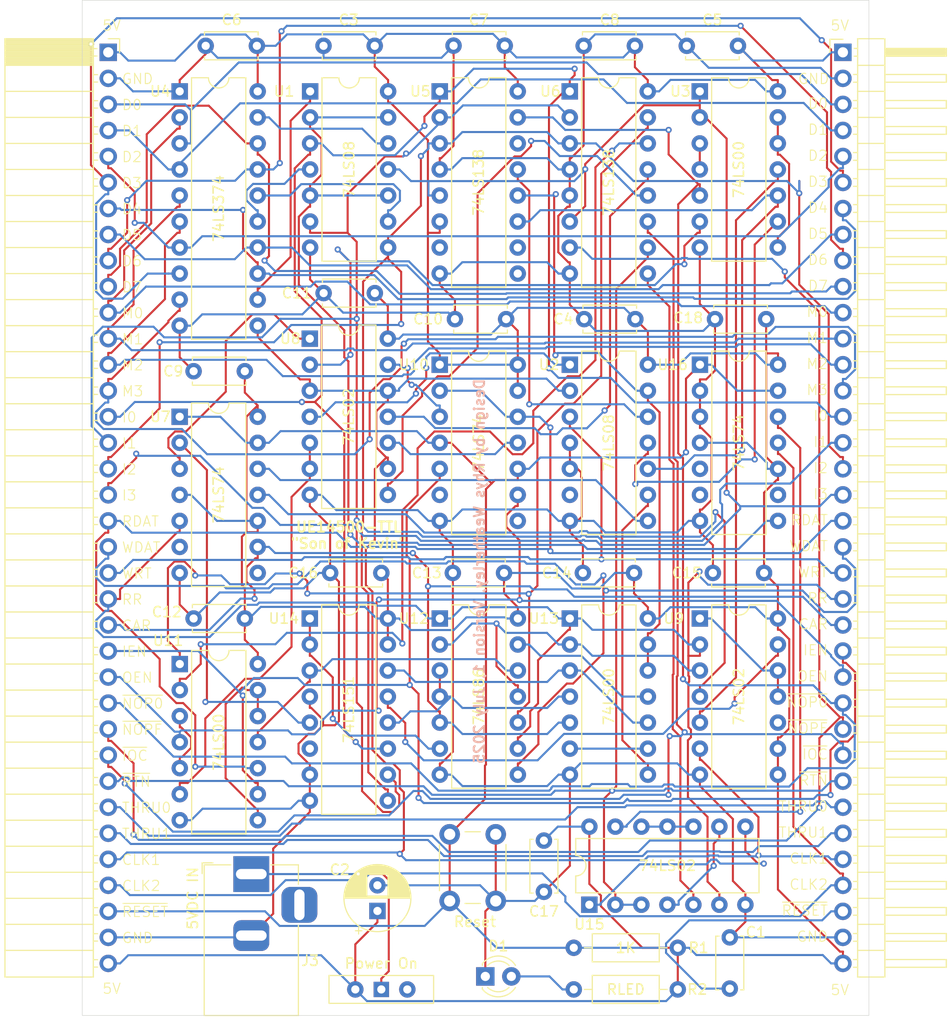
<source format=kicad_pcb>
(kicad_pcb (version 20240108) (generator "pcbnew") (generator_version "8.0")
  (layers (0 "F.Cu" signal) (31 "B.Cu" signal) (34 "B.Paste" user) (35 "F.Paste" user) (36 "B.SilkS" user "B.Silkscreen") (37 "F.SilkS" user "F.Silkscreen") (38 "B.Mask" user) (39 "F.Mask" user) (44 "Edge.Cuts" user))
  (net 0 "")
  (net 1 "GND")
  (net 2 "+5V")
  (net 3 "~{RESET}")
  (net 4 "Net-(D1-A)")
  (net 5 "CLK2")
  (net 6 "OEN")
  (net 7 "~{OP_NOPF}")
  (net 8 "~{OP_RTN}")
  (net 9 "D6")
  (net 10 "D0")
  (net 11 "D5")
  (net 12 "~{OP_IOC}")
  (net 13 "D2")
  (net 14 "MEM0")
  (net 15 "INST2")
  (net 16 "~{OP_NOP0}")
  (net 17 "INST1")
  (net 18 "CAR")
  (net 19 "RR")
  (net 20 "D3")
  (net 21 "INST0")
  (net 22 "MEM2")
  (net 23 "MEM3")
  (net 24 "INST3")
  (net 25 "RD_DATA")
  (net 26 "IEN")
  (net 27 "CLK1")
  (net 28 "WR_DATA")
  (net 29 "D4")
  (net 30 "WRITE")
  (net 31 "MEM1")
  (net 32 "D1")
  (net 33 "D7")
  (net 35 "Net-(SW1-A)")
  (net 36 "~{SKIP}")
  (net 37 "~{OP_ONE}")
  (net 38 "~{OP_ADD}")
  (net 39 "CAR_VAL")
  (net 40 "Net-(U2-Pad11)")
  (net 41 "~{OP_SUB}")
  (net 42 "~{LOAD_CAR}")
  (net 43 "~{LOAD_RR}")
  (net 44 "~{OP_OR}")
  (net 45 "~{OP_NAND}")
  (net 46 "~{OP_LD}")
  (net 47 "~{OP_XOR}")
  (net 48 "~{OP_STOC}")
  (net 49 "~{OP_IEN}")
  (net 50 "~{OP_SKZ}")
  (net 51 "~{OP_STO}")
  (net 52 "~{OP_OEN}")
  (net 53 "RR_VAL")
  (net 54 "DATA_ALU")
  (net 56 "OR_RESULT")
  (net 57 "XOR_RESULT")
  (net 58 "ADD_RESULT")
  (net 59 "NAND_RESULT")
  (net 60 "Net-(U2-Pad1)")
  (net 62 "Net-(U4-O5)")
  (net 63 "Net-(U4-O6)")
  (net 64 "Net-(U4-O4)")
  (net 65 "Net-(U4-O7)")
  (net 66 "Net-(U13-Pad8)")
  (net 67 "Net-(U3-Pad12)")
  (net 68 "Net-(U3-Pad3)")
  (net 69 "Net-(U7A-C)")
  (net 71 "Net-(U7B-C)")
  (net 73 "Net-(U10A-C)")
  (net 74 "Net-(U10B-C)")
  (net 75 "Net-(U11-Pad6)")
  (net 76 "Net-(U12-Pad11)")
  (net 78 "Net-(U9-Pad1)")
  (net 81 "Net-(U11-Pad12)")
  (net 82 "Net-(U11-Pad3)")
  (net 83 "Net-(U12-Pad13)")
  (net 84 "Net-(U13-Pad6)")
  (net 86 "Net-(U15-Pad4)")
  (net 87 "Net-(U15-Pad10)")
  (net 88 "Net-(U15-Pad1)")
  (net 89 "Net-(U16B-D)")
  (net 93 "THRU0")
  (net 94 "THRU1")
  (footprint "Package_DIP:DIP-16_W7.62mm" (layer "F.Cu") (at 109.855 108.585)
    (property "Reference" "U14")
    (property "Value" "74LS151")
  )
  (footprint "Capacitor_THT:C_Disc_D5.0mm_W2.5mm_P5.00mm" (layer "F.Cu") (at 129.032 79.375 180)
    (property "Reference" "C10")
    (property "Value" "100nF")
  )
  (footprint "Package_DIP:DIP-16_W7.62mm" (layer "F.Cu") (at 122.545 57.15)
    (property "Reference" "U5")
    (property "Value" "74LS138")
  )
  (footprint "Package_DIP:DIP-14_W7.62mm" (layer "F.Cu") (at 122.545 83.82)
    (property "Reference" "U10")
    (property "Value" "74LS74")
  )
  (footprint "Package_DIP:DIP-14_W7.62mm" (layer "F.Cu") (at 147.955 108.585)
    (property "Reference" "U9")
    (property "Value" "74LS02")
  )
  (footprint "MountingHole:MountingHole_3mm" (layer "F.Cu") (at 156.845 52.07)
    (property "Reference" "H2" (hide yes))
    (property "Value" "3mm" (hide yes))
  )
  (footprint "Button_Switch_THT:SW_PUSH_6mm" (layer "F.Cu") (at 123.516 136.144 90)
    (property "Reference" "SW2" (hide yes))
    (property "Value" "Reset")
  )
  (footprint "Connector_PinSocket_2.54mm:PinSocket_1x36_P2.54mm_Horizontal" (layer "F.Cu") (at 90.17 53.34)
    (property "Reference" "J1" (hide yes))
    (property "Value" "Edge 1")
  )
  (footprint "Button_Switch_THT:SW_Slide-03_Wuerth-WS-SLTV_10x2.5x6.4_P2.54mm" (layer "F.Cu") (at 116.84 144.78)
    (property "Reference" "SW1" (hide yes))
    (property "Value" "Power On")
  )
  (footprint "Capacitor_THT:C_Disc_D5.0mm_W2.5mm_P5.00mm" (layer "F.Cu") (at 116.195 52.705 180)
    (property "Reference" "C3")
    (property "Value" "100nF")
  )
  (footprint "Capacitor_THT:C_Disc_D5.0mm_W2.5mm_P5.00mm" (layer "F.Cu") (at 150.876 144.7 90)
    (property "Reference" "C1")
    (property "Value" "100nF")
  )
  (footprint "Resistor_THT:R_Axial_DIN0207_L6.3mm_D2.5mm_P10.16mm_Horizontal" (layer "F.Cu") (at 135.636 140.716)
    (property "Reference" "R1")
    (property "Value" "1K")
  )
  (footprint "MountingHole:MountingHole_3mm" (layer "F.Cu") (at 95.25 143.51)
    (property "Reference" "H4" (hide yes))
    (property "Value" "3mm" (hide yes))
  )
  (footprint "Capacitor_THT:C_Disc_D5.0mm_W2.5mm_P5.00mm" (layer "F.Cu") (at 128.825 104.14 180)
    (property "Reference" "C13")
    (property "Value" "100nF")
  )
  (footprint "Capacitor_THT:C_Disc_D5.0mm_W2.5mm_P5.00mm" (layer "F.Cu") (at 116.84 104.14 180)
    (property "Reference" "C16")
    (property "Value" "100nF")
  )
  (footprint "Capacitor_THT:CP_Radial_D6.3mm_P2.50mm" (layer "F.Cu") (at 116.46 137.12 90)
    (property "Reference" "C2")
    (property "Value" "100uF")
  )
  (footprint "Capacitor_THT:C_Disc_D5.0mm_W2.5mm_P5.00mm" (layer "F.Cu") (at 103.505 108.585 180)
    (property "Reference" "C12")
    (property "Value" "100nF")
  )
  (footprint "Connector_BarrelJack:BarrelJack_Horizontal" (layer "F.Cu") (at 104.14 133.525 90)
    (property "Reference" "J3")
    (property "Value" "5VDC IN")
  )
  (footprint "Package_DIP:DIP-14_W7.62mm" (layer "F.Cu") (at 135.255 83.82)
    (property "Reference" "U2")
    (property "Value" "74LS08")
  )
  (footprint "Capacitor_THT:C_Disc_D5.0mm_W2.5mm_P5.00mm" (layer "F.Cu") (at 154.225 104.14 180)
    (property "Reference" "C15")
    (property "Value" "100nF")
  )
  (footprint "Package_DIP:DIP-16_W7.62mm" (layer "F.Cu") (at 135.245 57.15)
    (property "Reference" "U6")
    (property "Value" "74LS138")
  )
  (footprint "Package_DIP:DIP-14_W7.62mm" (layer "F.Cu") (at 122.555 108.585)
    (property "Reference" "U12")
    (property "Value" "74LS86")
  )
  (footprint "Capacitor_THT:C_Disc_D5.0mm_W2.5mm_P5.00mm" (layer "F.Cu") (at 103.505 84.455 180)
    (property "Reference" "C9")
    (property "Value" "100nF")
  )
  (footprint "Capacitor_THT:C_Disc_D5.0mm_W2.5mm_P5.00mm" (layer "F.Cu") (at 132.72 130.255 -90)
    (property "Reference" "C17")
    (property "Value" "100nF")
  )
  (footprint "Package_DIP:DIP-14_W7.62mm" (layer "F.Cu") (at 97.145 88.9)
    (property "Reference" "U7")
    (property "Value" "74LS74")
  )
  (footprint "Resistor_THT:R_Axial_DIN0207_L6.3mm_D2.5mm_P10.16mm_Horizontal" (layer "F.Cu") (at 145.796 144.78 180)
    (property "Reference" "R2")
    (property "Value" "RLED")
  )
  (footprint "Capacitor_THT:C_Disc_D5.0mm_W2.5mm_P5.00mm" (layer "F.Cu") (at 154.432 79.375 180)
    (property "Reference" "C18")
    (property "Value" "100nF")
  )
  (footprint "LED_THT:LED_D3.0mm" (layer "F.Cu") (at 127 143.51)
    (property "Reference" "D1")
    (property "Value" "Power")
  )
  (footprint "Package_DIP:DIP-14_W7.62mm" (layer "F.Cu") (at 109.885 57.15)
    (property "Reference" "U1")
    (property "Value" "74LS08")
  )
  (footprint "Package_DIP:DIP-14_W7.62mm" (layer "F.Cu") (at 137.16 136.515 90)
    (property "Reference" "U15")
    (property "Value" "74LS02")
  )
  (footprint "Capacitor_THT:C_Disc_D5.0mm_W2.5mm_P5.00mm" (layer "F.Cu") (at 141.652 79.375 180)
    (property "Reference" "C4")
    (property "Value" "100nF")
  )
  (footprint "Package_DIP:DIP-14_W7.62mm" (layer "F.Cu") (at 109.855 81.28)
    (property "Reference" "U8")
    (property "Value" "74LS02")
  )
  (footprint "Capacitor_THT:C_Disc_D5.0mm_W2.5mm_P5.00mm" (layer "F.Cu") (at 104.685 52.705 180)
    (property "Reference" "C6")
    (property "Value" "100nF")
  )
  (footprint "Capacitor_THT:C_Disc_D5.0mm_W2.5mm_P5.00mm" (layer "F.Cu") (at 128.895 52.69 180)
    (property "Reference" "C7")
    (property "Value" "100nF")
  )
  (footprint "Package_DIP:DIP-20_W7.62mm" (layer "F.Cu") (at 97.145 57.15)
    (property "Reference" "U4")
    (property "Value" "74LS374")
  )
  (footprint "MountingHole:MountingHole_3mm" (layer "F.Cu") (at 95.25 52.07)
    (property "Reference" "H1" (hide yes))
    (property "Value" "3mm" (hide yes))
  )
  (footprint "Package_DIP:DIP-14_W7.62mm" (layer "F.Cu") (at 97.155 113.03)
    (property "Reference" "U11")
    (property "Value" "74LS00")
  )
  (footprint "Capacitor_THT:C_Disc_D5.0mm_W2.5mm_P5.00mm" (layer "F.Cu") (at 116.205 76.835 180)
    (property "Reference" "C11")
    (property "Value" "100nF")
  )
  (footprint "Package_DIP:DIP-14_W7.62mm" (layer "F.Cu") (at 147.965 83.82)
    (property "Reference" "U16")
    (property "Value" "74LS74")
  )
  (footprint "MountingHole:MountingHole_3mm" (layer "F.Cu") (at 156.845 143.51)
    (property "Reference" "H3" (hide yes))
    (property "Value" "3mm" (hide yes))
  )
  (footprint "Package_DIP:DIP-14_W7.62mm" (layer "F.Cu") (at 147.945 57.15)
    (property "Reference" "U3")
    (property "Value" "74LS00")
  )
  (footprint "Connector_PinHeader_2.54mm:PinHeader_1x36_P2.54mm_Horizontal" (layer "F.Cu") (at 161.925 53.34)
    (property "Reference" "J2" (hide yes))
    (property "Value" "Edge 2")
  )
  (footprint "Capacitor_THT:C_Disc_D5.0mm_W2.5mm_P5.00mm" (layer "F.Cu") (at 151.675 52.705 180)
    (property "Reference" "C5")
    (property "Value" "100nF")
  )
  (footprint "Package_DIP:DIP-14_W7.62mm" (layer "F.Cu") (at 135.255 108.585)
    (property "Reference" "U13")
    (property "Value" "74LS00")
  )
  (footprint "Capacitor_THT:C_Disc_D5.0mm_W2.5mm_P5.00mm" (layer "F.Cu") (at 141.605 52.705 180)
    (property "Reference" "C8")
    (property "Value" "100nF")
  )
  (footprint "Capacitor_THT:C_Disc_D5.0mm_W2.5mm_P5.00mm" (layer "F.Cu") (at 141.525 104.14 180)
    (property "Reference" "C14")
    (property "Value" "100nF")
  )
  (gr_rect (start 87.63 48.26) (end 164.465 147.32) (stroke (width 0.05)) (fill none) (layer "Edge.Cuts"))
  (gr_text "Design by Rhys Weatherley, Version 1, July 2025" (at 127 85.09 90) (layer "B.SilkS") (effects (font (size 1 1) (thickness 0.2) (bold yes)) (justify left bottom mirror)))
  (gr_text "RR" (at 91.44 107.315 0) (layer "F.SilkS") (effects (font (size 1 1) (thickness 0.1)) (justify left bottom)))
  (gr_text "I2" (at 91.44 94.615 0) (layer "F.SilkS") (effects (font (size 1 1) (thickness 0.1)) (justify left bottom)))
  (gr_text "D1" (at 91.44 61.595 0) (layer "F.SilkS") (effects (font (size 1 1) (thickness 0.1)) (justify left bottom)))
  (gr_text "THRU0" (at 91.44 127.635 0) (layer "F.SilkS") (effects (font (size 1 1) (thickness 0.1)) (justify left bottom)))
  (gr_text "D6" (at 91.44 74.295 0) (layer "F.SilkS") (effects (font (size 1 1) (thickness 0.1)) (justify left bottom)))
  (gr_text "I0" (at 91.44 89.535 0) (layer "F.SilkS") (effects (font (size 1 1) (thickness 0.1)) (justify left bottom)))
  (gr_text "WRT" (at 91.44 104.775 0) (layer "F.SilkS") (effects (font (size 1 1) (thickness 0.1)) (justify left bottom)))
  (gr_text "RR" (at 160.528 107.188 0) (layer "F.SilkS") (effects (font (size 1 1) (thickness 0.1)) (justify right bottom)))
  (gr_text "M2" (at 160.528 84.328 0) (layer "F.SilkS") (effects (font (size 1 1) (thickness 0.1)) (justify right bottom)))
  (gr_text "I0" (at 160.528 89.408 0) (layer "F.SilkS") (effects (font (size 1 1) (thickness 0.1)) (justify right bottom)))
  (gr_text "I3" (at 91.44 97.155 0) (layer "F.SilkS") (effects (font (size 1 1) (thickness 0.1)) (justify left bottom)))
  (gr_text "D2" (at 91.44 64.135 0) (layer "F.SilkS") (effects (font (size 1 1) (thickness 0.1)) (justify left bottom)))
  (gr_text "M3" (at 91.44 86.995 0) (layer "F.SilkS") (effects (font (size 1 1) (thickness 0.1)) (justify left bottom)))
  (gr_text "THRU1" (at 91.44 130.175 0) (layer "F.SilkS") (effects (font (size 1 1) (thickness 0.1)) (justify left bottom)))
  (gr_text "I3" (at 160.528 97.028 0) (layer "F.SilkS") (effects (font (size 1 1) (thickness 0.1)) (justify right bottom)))
  (gr_text "OEN" (at 91.44 114.935 0) (layer "F.SilkS") (effects (font (size 1 1) (thickness 0.1)) (justify left bottom)))
  (gr_text "D6" (at 160.528 74.168 0) (layer "F.SilkS") (effects (font (size 1 1) (thickness 0.1)) (justify right bottom)))
  (gr_text "CLK1" (at 160.528 132.588 0) (layer "F.SilkS") (effects (font (size 1 1) (thickness 0.1)) (justify right bottom)))
  (gr_text "THRU0" (at 160.528 127.508 0) (layer "F.SilkS") (effects (font (size 1 1) (thickness 0.1)) (justify right bottom)))
  (gr_text "WDAT" (at 91.44 102.235 0) (layer "F.SilkS") (effects (font (size 1 1) (thickness 0.1)) (justify left bottom)))
  (gr_text "D4" (at 160.528 69.088 0) (layer "F.SilkS") (effects (font (size 1 1) (thickness 0.1)) (justify right bottom)))
  (gr_text "D2" (at 160.528 64.008 0) (layer "F.SilkS") (effects (font (size 1 1) (thickness 0.1)) (justify right bottom)))
  (gr_text "D5" (at 91.44 71.755 0) (layer "F.SilkS") (effects (font (size 1 1) (thickness 0.1)) (justify left bottom)))
  (gr_text "~{IOC}" (at 160.528 122.428 0) (layer "F.SilkS") (effects (font (size 1 1) (thickness 0.1)) (justify right bottom)))
  (gr_text "5V" (at 160.655 51.308 0) (layer "F.SilkS") (effects (font (size 1 1) (thickness 0.1)) (justify left bottom)))
  (gr_text "D7" (at 160.528 76.708 0) (layer "F.SilkS") (effects (font (size 1 1) (thickness 0.1)) (justify right bottom)))
  (gr_text "CLK2" (at 91.44 135.255 0) (layer "F.SilkS") (effects (font (size 1 1) (thickness 0.1)) (justify left bottom)))
  (gr_text "I1" (at 91.44 92.075 0) (layer "F.SilkS") (effects (font (size 1 1) (thickness 0.1)) (justify left bottom)))
  (gr_text "GND" (at 91.44 56.515 0) (layer "F.SilkS") (effects (font (size 1 1) (thickness 0.1)) (justify left bottom)))
  (gr_text "CAR" (at 160.528 109.728 0) (layer "F.SilkS") (effects (font (size 1 1) (thickness 0.1)) (justify right bottom)))
  (gr_text "D1" (at 160.528 61.468 0) (layer "F.SilkS") (effects (font (size 1 1) (thickness 0.1)) (justify right bottom)))
  (gr_text "M0" (at 91.44 79.375 0) (layer "F.SilkS") (effects (font (size 1 1) (thickness 0.1)) (justify left bottom)))
  (gr_text "D5" (at 160.528 71.628 0) (layer "F.SilkS") (effects (font (size 1 1) (thickness 0.1)) (justify right bottom)))
  (gr_text "OEN" (at 160.528 114.808 0) (layer "F.SilkS") (effects (font (size 1 1) (thickness 0.1)) (justify right bottom)))
  (gr_text "RDAT" (at 160.528 99.568 0) (layer "F.SilkS") (effects (font (size 1 1) (thickness 0.1)) (justify right bottom)))
  (gr_text "IEN" (at 91.44 112.395 0) (layer "F.SilkS") (effects (font (size 1 1) (thickness 0.1)) (justify left bottom)))
  (gr_text "D3" (at 160.528 66.548 0) (layer "F.SilkS") (effects (font (size 1 1) (thickness 0.1)) (justify right bottom)))
  (gr_text "CAR" (at 91.44 109.855 0) (layer "F.SilkS") (effects (font (size 1 1) (thickness 0.1)) (justify left bottom)))
  (gr_text "IEN" (at 160.528 112.268 0) (layer "F.SilkS") (effects (font (size 1 1) (thickness 0.1)) (justify right bottom)))
  (gr_text "CLK1" (at 91.44 132.715 0) (layer "F.SilkS") (effects (font (size 1 1) (thickness 0.1)) (justify left bottom)))
  (gr_text "5V" (at 160.655 145.415 0) (layer "F.SilkS") (effects (font (size 1 1) (thickness 0.1)) (justify left bottom)))
  (gr_text "GND" (at 91.44 140.335 0) (layer "F.SilkS") (effects (font (size 1 1) (thickness 0.1)) (justify left bottom)))
  (gr_text "THRU1" (at 160.528 130.048 0) (layer "F.SilkS") (effects (font (size 1 1) (thickness 0.1)) (justify right bottom)))
  (gr_text "D7" (at 91.44 76.835 0) (layer "F.SilkS") (effects (font (size 1 1) (thickness 0.1)) (justify left bottom)))
  (gr_text "5V" (at 89.535 145.288 0) (layer "F.SilkS") (effects (font (size 1 1) (thickness 0.1)) (justify left bottom)))
  (gr_text "M1" (at 91.44 81.915 0) (layer "F.SilkS") (effects (font (size 1 1) (thickness 0.1)) (justify left bottom)))
  (gr_text "M0" (at 160.528 79.248 0) (layer "F.SilkS") (effects (font (size 1 1) (thickness 0.1)) (justify right bottom)))
  (gr_text "WDAT" (at 160.528 102.108 0) (layer "F.SilkS") (effects (font (size 1 1) (thickness 0.1)) (justify right bottom)))
  (gr_text "GND" (at 160.528 140.208 0) (layer "F.SilkS") (effects (font (size 1 1) (thickness 0.1)) (justify right bottom)))
  (gr_text "M2" (at 91.44 84.455 0) (layer "F.SilkS") (effects (font (size 1 1) (thickness 0.1)) (justify left bottom)))
  (gr_text "I2" (at 160.528 94.488 0) (layer "F.SilkS") (effects (font (size 1 1) (thickness 0.1)) (justify right bottom)))
  (gr_text "I1" (at 160.528 91.948 0) (layer "F.SilkS") (effects (font (size 1 1) (thickness 0.1)) (justify right bottom)))
  (gr_text "~{RTN}" (at 160.528 124.968 0) (layer "F.SilkS") (effects (font (size 1 1) (thickness 0.1)) (justify right bottom)))
  (gr_text "~{NOP0}" (at 91.44 117.475 0) (layer "F.SilkS") (effects (font (size 1 1) (thickness 0.1)) (justify left bottom)))
  (gr_text "D3" (at 91.44 66.675 0) (layer "F.SilkS") (effects (font (size 1 1) (thickness 0.1)) (justify left bottom)))
  (gr_text "CLK2" (at 160.528 135.128 0) (layer "F.SilkS") (effects (font (size 1 1) (thickness 0.1)) (justify right bottom)))
  (gr_text "D0" (at 160.528 58.928 0) (layer "F.SilkS") (effects (font (size 1 1) (thickness 0.1)) (justify right bottom)))
  (gr_text "~{RESET}" (at 160.528 137.668 0) (layer "F.SilkS") (effects (font (size 1 1) (thickness 0.1)) (justify right bottom)))
  (gr_text "~{RTN}" (at 91.44 125.095 0) (layer "F.SilkS") (effects (font (size 1 1) (thickness 0.1)) (justify left bottom)))
  (gr_text "M1" (at 160.528 81.788 0) (layer "F.SilkS") (effects (font (size 1 1) (thickness 0.1)) (justify right bottom)))
  (gr_text "~{IOC}" (at 91.44 122.555 0) (layer "F.SilkS") (effects (font (size 1 1) (thickness 0.1)) (justify left bottom)))
  (gr_text "~{NOPF}" (at 91.44 120.015 0) (layer "F.SilkS") (effects (font (size 1 1) (thickness 0.1)) (justify left bottom)))
  (gr_text "M3" (at 160.528 86.868 0) (layer "F.SilkS") (effects (font (size 1 1) (thickness 0.1)) (justify right bottom)))
  (gr_text "RDAT" (at 91.44 99.695 0) (layer "F.SilkS") (effects (font (size 1 1) (thickness 0.1)) (justify left bottom)))
  (gr_text "D0" (at 91.44 59.055 0) (layer "F.SilkS") (effects (font (size 1 1) (thickness 0.1)) (justify left bottom)))
  (gr_text "5V" (at 89.535 51.308 0) (layer "F.SilkS") (effects (font (size 1 1) (thickness 0.1)) (justify left bottom)))
  (gr_text "~{RESET}" (at 91.44 137.795 0) (layer "F.SilkS") (effects (font (size 1 1) (thickness 0.1)) (justify left bottom)))
  (gr_text "WRT" (at 160.528 104.648 0) (layer "F.SilkS") (effects (font (size 1 1) (thickness 0.1)) (justify right bottom)))
  (gr_text "GND" (at 160.655 56.515 0) (layer "F.SilkS") (effects (font (size 1 1) (thickness 0.1)) (justify right bottom)))
  (gr_text "~{NOP0}" (at 160.528 117.348 0) (layer "F.SilkS") (effects (font (size 1 1) (thickness 0.1)) (justify right bottom)))
  (gr_text "~{NOPF}" (at 160.528 119.888 0) (layer "F.SilkS") (effects (font (size 1 1) (thickness 0.1)) (justify right bottom)))
  (gr_text "D4" (at 91.44 69.215 0) (layer "F.SilkS") (effects (font (size 1 1) (thickness 0.1)) (justify left bottom)))
  (gr_text "UE14500-TTL\n{dblquote}Son of Kevin{dblquote}" (at 113.665 101.854 0) (layer "F.SilkS") (effects (font (size 1 1) (thickness 0.2) (bold yes)) (justify bottom)))
  (segment (start 97.145 104.14) (end 97.145 107.225) (width 0.2) (layer "F.Cu") (net 1))
  (segment (start 123.825 101.4417) (end 123.825 104.14) (width 0.2) (layer "F.Cu") (net 1))
  (segment (start 147.965 99.06) (end 147.965 97.9583) (width 0.2) (layer "F.Cu") (net 1))
  (segment (start 97.145 57.15) (end 97.145 56.0483) (width 0.2) (layer "F.Cu") (net 1))
  (segment (start 147.945 72.39) (end 147.945 77.888) (width 0.2) (layer "F.Cu") (net 1))
  (segment (start 122.545 74.93) (end 122.545 76.0317) (width 0.2) (layer "F.Cu") (net 1))
  (segment (start 136.3552 94.7685) (end 136.4242 94.8375) (width 0.2) (layer "F.Cu") (net 1))
  (segment (start 122.545 76.0317) (end 124.032 77.5187) (width 0.2) (layer "F.Cu") (net 1))
  (segment (start 122.545 99.06) (end 122.545 100.1617) (width 0.2) (layer "F.Cu") (net 1))
  (segment (start 147.945 77.888) (end 149.432 79.375) (width 0.2) (layer "F.Cu") (net 1))
  (segment (start 122.545 64.77) (end 122.545 63.6683) (width 0.2) (layer "F.Cu") (net 1))
  (segment (start 135.255 92.71) (end 135.255 93.98) (width 0.2) (layer "F.Cu") (net 1))
  (segment (start 109.855 96.52) (end 109.855 97.6217) (width 0.2) (layer "F.Cu") (net 1))
  (segment (start 152.4 136.515) (end 152.4 135.4133) (width 0.2) (layer "F.Cu") (net 1))
  (segment (start 147.965 88.9) (end 147.965 86.36) (width 0.2) (layer "F.Cu") (net 1))
  (segment (start 152.4 138.176) (end 150.876 139.7) (width 0.2) (layer "F.Cu") (net 1))
  (segment (start 97.145 83.095) (end 97.145 80.01) (width 0.2) (layer "F.Cu") (net 1))
  (segment (start 124.032 77.5187) (end 124.032 79.375) (width 0.2) (layer "F.Cu") (net 1))
  (segment (start 135.245 64.77) (end 135.245 63.6683) (width 0.2) (layer "F.Cu") (net 1))
  (segment (start 122.555 122.7233) (end 122.6927 122.7233) (width 0.2) (layer "F.Cu") (net 1))
  (segment (start 148.1027 90.0017) (end 149.0997 90.9987) (width 0.2) (layer "F.Cu") (net 1))
  (segment (start 111.1543 118.4683) (end 111.1543 119.0037) (width 0.2) (layer "F.Cu") (net 1))
  (segment (start 135.0167 68.4117) (end 135.245 68.4117) (width 0.2) (layer "F.Cu") (net 1))
  (segment (start 111.205 76.835) (end 109.885 75.515) (width 0.2) (layer "F.Cu") (net 1))
  (segment (start 147.965 86.36) (end 147.965 85.2583) (width 0.2) (layer "F.Cu") (net 1))
  (segment (start 135.255 99.824) (end 135.255 100.1617) (width 0.2) (layer "F.Cu") (net 1))
  (segment (start 109.7172 122.7233) (end 108.7533 121.7594) (width 0.2) (layer "F.Cu") (net 1))
  (segment (start 136.3552 94.3285) (end 136.3552 94.7685) (width 0.2) (layer "F.Cu") (net 1))
  (segment (start 132.72 135.255) (end 135.255 132.72) (width 0.2) (layer "F.Cu") (net 1))
  (segment (start 109.9927 117.3067) (end 111.1543 118.4683) (width 0.2) (layer "F.Cu") (net 1))
  (segment (start 135.255 132.72) (end 135.255 123.825) (width 0.2) (layer "F.Cu") (net 1))
  (segment (start 151.1779 128.1496) (end 151.1779 134.1912) (width 0.2) (layer "F.Cu") (net 1))
  (segment (start 147.965 99.1332) (end 147.965 100.1617) (width 0.2) (layer "F.Cu") (net 1))
  (segment (start 135.255 93.2283) (end 136.3552 94.3285) (width 0.2) (layer "F.Cu") (net 1))
  (segment (start 106.2774 131.0443) (end 109.855 127.4667) (width 0.2) (layer "F.Cu") (net 1))
  (segment (start 147.965 85.2583) (end 148.5675 85.2583) (width 0.2) (layer "F.Cu") (net 1))
  (segment (start 97.145 107.225) (end 98.505 108.585) (width 0.2) (layer "F.Cu") (net 1))
  (segment (start 109.855 126.365) (end 109.855 123.825) (width 0.2) (layer "F.Cu") (net 1))
  (segment (start 108.7533 121.7594) (end 108.7533 120.8058) (width 0.2) (layer "F.Cu") (net 1))
  (segment (start 106.2774 137.3876) (end 106.2774 131.0443) (width 0.2) (layer "F.Cu") (net 1))
  (segment (start 147.955 123.825) (end 147.955 124.9267) (width 0.2) (layer "F.Cu") (net 1))
  (segment (start 135.245 73.8283) (end 135.1073 73.8283) (width 0.2) (layer "F.Cu") (net 1))
  (segment (start 104.14 139.525) (end 106.2774 137.3876) (width 0.2) (layer "F.Cu") (net 1))
  (segment (start 149.432 84.3938) (end 149.432 79.375) (width 0.2) (layer "F.Cu") (net 1))
  (segment (start 147.965 88.9) (end 147.965 90.0017) (width 0.2) (layer "F.Cu") (net 1))
  (segment (start 127 137.16) (end 128.016 136.144) (width 0.2) (layer "F.Cu") (net 1))
  (segment (start 135.255 91.44) (end 135.255 92.71) (width 0.2) (layer "F.Cu") (net 1))
  (segment (start 122.6827 63.6683) (end 123.895 62.456) (width 0.2) (layer "F.Cu") (net 1))
  (segment (start 109.7124 119.8467) (end 110.3114 119.8467) (width 0.2) (layer "F.Cu") (net 1))
  (segment (start 134.128 72.849) (end 134.128 69.3004) (width 0.2) (layer "F.Cu") (net 1))
  (segment (start 111.84 99.6067) (end 109.855 97.6217) (width 0.2) (layer "F.Cu") (net 1))
  (segment (start 152.4 136.515) (end 152.4 138.176) (width 0.2) (layer "F.Cu") (net 1))
  (segment (start 136.605 52.705) (end 136.605 62.4281) (width 0.2) (layer "F.Cu") (net 1))
  (segment (start 109.855 126.365) (end 109.855 127.4667) (width 0.2) (layer "F.Cu") (net 1))
  (segment (start 98.505 84.455) (end 97.145 83.095) (width 0.2) (layer "F.Cu") (net 1))
  (segment (start 112.3027 119.0037) (end 112.6997 118.6067) (width 0.2) (layer "F.Cu") (net 1))
  (segment (start 110.3114 119.8467) (end 111.1543 119.0038) (width 0.2) (layer "F.Cu") (net 1))
  (segment (start 112.6997 104.9997) (end 111.84 104.14) (width 0.2) (layer "F.Cu") (net 1))
  (segment (start 123.895 62.456) (end 123.895 52.69) (width 0.2) (layer "F.Cu") (net 1))
  (segment (start 136.525 101.4317) (end 136.525 104.14) (width 0.2) (layer "F.Cu") (net 1))
  (segment (start 111.1543 119.0038) (end 111.1543 119.0037) (width 0.2) (layer "F.Cu") (net 1))
  (segment (start 127 143.51) (end 127 137.16) (width 0.2) (layer "F.Cu") (net 1))
  (segment (start 135.245 77.968) (end 135.245 74.93) (width 0.2) (layer "F.Cu") (net 1))
  (segment (start 97.145 56.0483) (end 99.685 53.5083) (width 0.2) (layer "F.Cu") (net 1))
  (segment (start 123.825 121.591) (end 123.825 104.14) (width 0.2) (layer "F.Cu") (net 1))
  (segment (start 135.245 64.77) (end 135.245 67.31) (width 0.2) (layer "F.Cu") (net 1))
  (segment (start 122.555 123.825) (end 122.555 122.7233) (width 0.2) (layer "F.Cu") (net 1))
  (segment (start 109.855 117.3067) (end 109.9927 117.3067) (width 0.2) (layer "F.Cu") (net 1))
  (segment (start 148.1574 97.9583) (end 147.965 97.9583) (width 0.2) (layer "F.Cu") (net 1))
  (segment (start 136.4242 94.8375) (end 136.4242 98.6548) (width 0.2) (layer "F.Cu") (net 1))
  (segment (start 122.6927 122.7233) (end 123.825 121.591) (width 0.2) (layer "F.Cu") (net 1))
  (segment (start 135.245 74.3791) (end 135.245 74.93) (width 0.2) (layer "F.Cu") (net 1))
  (segment (start 122.545 63.6683) (end 122.6827 63.6683) (width 0.2) (layer "F.Cu") (net 1))
  (segment (start 135.255 100.1617) (end 136.525 101.4317) (width 0.2) (layer "F.Cu") (net 1))
  (segment (start 109.855 122.7233) (end 109.7172 122.7233) (width 0.2) (layer "F.Cu") (net 1))
  (segment (start 136.605 62.4281) (end 135.3648 63.6683) (width 0.2) (layer "F.Cu") (net 1))
  (segment (start 99.685 53.5083) (end 99.685 52.705) (width 0.2) (layer "F.Cu") (net 1))
  (segment (start 109.855 116.205) (end 109.855 117.3067) (width 0.2) (layer "F.Cu") (net 1))
  (segment (start 108.7533 120.8058) (end 109.7124 119.8467) (width 0.2) (layer "F.Cu") (net 1))
  (segment (start 134.128 69.3004) (end 135.0167 68.4117) (width 0.2) (layer "F.Cu") (net 1))
  (segment (start 135.245 74.3791) (end 135.245 73.8283) (width 0.2) (layer "F.Cu") (net 1))
  (segment (start 148.5675 85.2583) (end 149.432 84.3938) (width 0.2) (layer "F.Cu") (net 1))
  (segment (start 151.1779 134.1912) (end 152.4 135.4133) (width 0.2) (layer "F.Cu") (net 1))
  (segment (start 149.225 101.4217) (end 149.225 104.14) (width 0.2) (layer "F.Cu") (net 1))
  (segment (start 149.0997 90.9987) (end 149.0997 97.016) (width 0.2) (layer "F.Cu") (net 1))
  (segment (start 135.3648 63.6683) (end 135.245 63.6683) (width 0.2) (layer "F.Cu") (net 1))
  (segment (start 111.84 104.14) (end 111.84 99.6067) (width 0.2) (layer "F.Cu") (net 1))
  (segment (start 128.016 129.644) (end 128.016 136.144) (width 0.2) (layer "F.Cu") (net 1))
  (segment (start 109.885 75.515) (end 109.885 72.39) (width 0.2) (layer "F.Cu") (net 1))
  (segment (start 147.965 100.1617) (end 149.225 101.4217) (width 0.2) (layer "F.Cu") (net 1))
  (segment (start 149.0997 97.016) (end 148.1574 97.9583) (width 0.2) (layer "F.Cu") (net 1))
  (segment (start 135.245 67.31) (end 135.245 68.4117) (width 0.2) (layer "F.Cu") (net 1))
  (segment (start 111.1543 119.0037) (end 112.3027 119.0037) (width 0.2) (layer "F.Cu") (net 1))
  (segment (start 122.545 100.1617) (end 123.825 101.4417) (width 0.2) (layer "F.Cu") (net 1))
  (segment (start 109.855 123.825) (end 109.855 122.7233) (width 0.2) (layer "F.Cu") (net 1))
  (segment (start 135.1073 73.8283) (end 134.128 72.849) (width 0.2) (layer "F.Cu") (net 1))
  (segment (start 147.965 99.06) (end 147.965 99.1332) (width 0.2) (layer "F.Cu") (net 1))
  (segment (start 136.4242 98.6548) (end 135.255 99.824) (width 0.2) (layer "F.Cu") (net 1))
  (segment (start 135.255 92.71) (end 135.255 93.2283) (width 0.2) (layer "F.Cu") (net 1))
  (segment (start 112.6997 118.6067) (end 112.6997 104.9997) (width 0.2) (layer "F.Cu") (net 1))
  (segment (start 147.955 124.9267) (end 151.1779 128.1496) (width 0.2) (layer "F.Cu") (net 1))
  (segment (start 136.652 79.375) (end 135.245 77.968) (width 0.2) (layer "F.Cu") (net 1))
  (segment (start 147.965 90.0017) (end 148.1027 90.0017) (width 0.2) (layer "F.Cu") (net 1))
  (segment (start 135.255 99.06) (end 135.255 99.824) (width 0.2) (layer "F.Cu") (net 1))
  (segment (start 146.8633 99.06) (end 145.7379 100.1854) (width 0.2) (layer "B.Cu") (net 1))
  (segment (start 123.6467 99.06) (end 124.758 97.9487) (width 0.2) (layer "B.Cu") (net 1))
  (segment (start 109.2653 105.6448) (end 110.7701 104.14) (width 0.2) (layer "B.Cu") (net 1))
  (segment (start 133.0388 63.6655) (end 134.1433 64.77) (width 0.2) (layer "B.Cu") (net 1))
  (segment (start 98.2467 80.01) (end 99.3484 78.9083) (width 0.2) (layer "B.Cu") (net 1))
  (segment (start 136.605 52.705) (end 137.7219 51.5881) (width 0.2) (layer "B.Cu") (net 1))
  (segment (start 98.505 108.585) (end 101.0449 106.0451) (width 0.2) (layer "B.Cu") (net 1))
  (segment (start 145.7379 100.1854) (end 138.7127 100.1854) (width 0.2) (layer "B.Cu") (net 1))
  (segment (start 97.145 80.01) (end 98.2467 80.01) (width 0.2) (layer "B.Cu") (net 1))
  (segment (start 121.4433 99.06) (end 120.3922 98.0089) (width 0.2) (layer "B.Cu") (net 1))
  (segment (start 136.2847 122.7233) (end 145.7516 122.7233) (width 0.2) (layer "B.Cu") (net 1))
  (segment (start 90.17 55.88) (end 91.3217 55.88) (width 0.2) (layer "B.Cu") (net 1))
  (segment (start 137.8008 80.5238) (end 136.652 79.375) (width 0.2) (layer "B.Cu") (net 1))
  (segment (start 135.8059 99.06) (end 135.255 99.06) (width 0.2) (layer "B.Cu") (net 1))
  (segment (start 138.7127 100.1854) (end 137.5873 99.06) (width 0.2) (layer "B.Cu") (net 1))
  (segment (start 149.432 79.375) (end 148.2832 80.5238) (width 0.2) (layer "B.Cu") (net 1))
  (segment (start 116.46 134.62) (end 126.492 134.62) (width 0.2) (layer "B.Cu") (net 1))
  (segment (start 135.8059 99.06) (end 136.3567 99.06) (width 0.2) (layer "B.Cu") (net 1))
  (segment (start 105.9978 106.0451) (end 106.2332 105.8097) (width 0.2) (layer "B.Cu") (net 1))
  (segment (start 145.7516 122.7233) (end 146.8533 123.825) (width 0.2) (layer "B.Cu") (net 1))
  (segment (start 137.7219 51.5881) (end 145.5581 51.5881) (width 0.2) (layer "B.Cu") (net 1))
  (segment (start 122.545 99.06) (end 121.4433 99.06) (width 0.2) (layer "B.Cu") (net 1))
  (segment (start 131.831 136.144) (end 132.72 135.255) (width 0.2) (layer "B.Cu") (net 1))
  (segment (start 99.3484 78.9083) (end 109.1317 78.9083) (width 0.2) (layer "B.Cu") (net 1))
  (segment (start 135.255 99.06) (end 134.1533 99.06) (width 0.2) (layer "B.Cu") (net 1))
  (segment (start 112.4456 98.0089) (end 110.9567 96.52) (width 0.2) (layer "B.Cu") (net 1))
  (segment (start 124.7512 63.6655) (end 133.0388 63.6655) (width 0.2) (layer "B.Cu") (net 1))
  (segment (start 135.245 64.77) (end 134.1433 64.77) (width 0.2) (layer "B.Cu") (net 1))
  (segment (start 120.3922 98.0089) (end 112.4456 98.0089) (width 0.2) (layer "B.Cu") (net 1))
  (segment (start 99.3827 127.144) (end 107.9743 127.144) (width 0.2) (layer "B.Cu") (net 1))
  (segment (start 147.955 123.825) (end 146.8533 123.825) (width 0.2) (layer "B.Cu") (net 1))
  (segment (start 113.1103 78.7403) (end 111.205 76.835) (width 0.2) (layer "B.Cu") (net 1))
  (segment (start 128.016 136.144) (end 131.831 136.144) (width 0.2) (layer "B.Cu") (net 1))
  (segment (start 135.183 123.825) (end 136.2847 122.7233) (width 0.2) (layer "B.Cu") (net 1))
  (segment (start 135.183 123.825) (end 134.1533 123.825) (width 0.2) (layer "B.Cu") (net 1))
  (segment (start 122.545 99.06) (end 123.6467 99.06) (width 0.2) (layer "B.Cu") (net 1))
  (segment (start 106.2332 105.8097) (end 106.3981 105.6448) (width 0.2) (layer "B.Cu") (net 1))
  (segment (start 135.245 74.93) (end 134.1433 74.93) (width 0.2) (layer "B.Cu") (net 1))
  (segment (start 134.1512 123.825) (end 133.0399 124.9363) (width 0.2) (layer "B.Cu") (net 1))
  (segment (start 122.555 123.825) (end 123.6567 123.825) (width 0.2) (layer "B.Cu") (net 1))
  (segment (start 123.6467 64.77) (end 124.7512 63.6655) (width 0.2) (layer "B.Cu") (net 1))
  (segment (start 106.2332 105.8097) (end 106.3981 105.6448) (width 0.2) (layer "B.Cu") (net 1))
  (segment (start 91.3217 55.88) (end 92.5917 57.15) (width 0.2) (layer "B.Cu") (net 1))
  (segment (start 133.032 73.8187) (end 134.1433 74.93) (width 0.2) (layer "B.Cu") (net 1))
  (segment (start 135.255 123.825) (end 135.183 123.825) (width 0.2) (layer "B.Cu") (net 1))
  (segment (start 109.855 96.52) (end 110.9567 96.52) (width 0.2) (layer "B.Cu") (net 1))
  (segment (start 123.3973 78.7403) (end 113.1103 78.7403) (width 0.2) (layer "B.Cu") (net 1))
  (segment (start 101.0449 106.0451) (end 105.9978 106.0451) (width 0.2) (layer "B.Cu") (net 1))
  (segment (start 161.925 139.7) (end 150.876 139.7) (width 0.2) (layer "B.Cu") (net 1))
  (segment (start 137.5873 99.06) (end 136.3567 99.06) (width 0.2) (layer "B.Cu") (net 1))
  (segment (start 109.855 126.365) (end 108.7533 126.365) (width 0.2) (layer "B.Cu") (net 1))
  (segment (start 92.5917 57.15) (end 97.145 57.15) (width 0.2) (layer "B.Cu") (net 1))
  (segment (start 126.492 134.62) (end 128.016 136.144) (width 0.2) (layer "B.Cu") (net 1))
  (segment (start 100.8548 53.8748) (end 111.195 53.8748) (width 0.2) (layer "B.Cu") (net 1))
  (segment (start 124.032 79.375) (end 123.3973 78.7403) (width 0.2) (layer "B.Cu") (net 1))
  (segment (start 110.7701 104.14) (end 111.84 104.14) (width 0.2) (layer "B.Cu") (net 1))
  (segment (start 123.6467 74.93) (end 124.758 73.8187) (width 0.2) (layer "B.Cu") (net 1))
  (segment (start 111.195 53.8748) (end 122.7102 53.8748) (width 0.2) (layer "B.Cu") (net 1))
  (segment (start 109.1317 78.9083) (end 111.205 76.835) (width 0.2) (layer "B.Cu") (net 1))
  (segment (start 122.545 74.93) (end 123.6467 74.93) (width 0.2) (layer "B.Cu") (net 1))
  (segment (start 133.042 97.9487) (end 134.1533 99.06) (width 0.2) (layer "B.Cu") (net 1))
  (segment (start 97.155 128.27) (end 98.2567 128.27) (width 0.2) (layer "B.Cu") (net 1))
  (segment (start 98.2567 128.27) (end 99.3827 127.144) (width 0.2) (layer "B.Cu") (net 1))
  (segment (start 124.758 97.9487) (end 133.042 97.9487) (width 0.2) (layer "B.Cu") (net 1))
  (segment (start 107.9743 127.144) (end 108.7533 126.365) (width 0.2) (layer "B.Cu") (net 1))
  (segment (start 111.195 52.705) (end 111.195 53.8748) (width 0.2) (layer "B.Cu") (net 1))
  (segment (start 160.7733 55.88) (end 159.7449 54.8516) (width 0.2) (layer "B.Cu") (net 1))
  (segment (start 134.1533 123.825) (end 134.1512 123.825) (width 0.2) (layer "B.Cu") (net 1))
  (segment (start 161.925 55.88) (end 160.7733 55.88) (width 0.2) (layer "B.Cu") (net 1))
  (segment (start 148.8216 54.8516) (end 146.675 52.705) (width 0.2) (layer "B.Cu") (net 1))
  (segment (start 122.545 64.77) (end 123.6467 64.77) (width 0.2) (layer "B.Cu") (net 1))
  (segment (start 145.5581 51.5881) (end 146.675 52.705) (width 0.2) (layer "B.Cu") (net 1))
  (segment (start 106.3981 105.6448) (end 109.2653 105.6448) (width 0.2) (layer "B.Cu") (net 1))
  (segment (start 99.685 52.705) (end 100.8548 53.8748) (width 0.2) (layer "B.Cu") (net 1))
  (segment (start 147.965 99.06) (end 146.8633 99.06) (width 0.2) (layer "B.Cu") (net 1))
  (segment (start 103.965 139.7) (end 104.14 139.525) (width 0.2) (layer "B.Cu") (net 1))
  (segment (start 90.17 139.7) (end 103.965 139.7) (width 0.2) (layer "B.Cu") (net 1))
  (segment (start 124.768 124.9363) (end 123.6567 123.825) (width 0.2) (layer "B.Cu") (net 1))
  (segment (start 122.7102 53.8748) (end 123.895 52.69) (width 0.2) (layer "B.Cu") (net 1))
  (segment (start 124.758 73.8187) (end 133.032 73.8187) (width 0.2) (layer "B.Cu") (net 1))
  (segment (start 133.0399 124.9363) (end 124.768 124.9363) (width 0.2) (layer "B.Cu") (net 1))
  (segment (start 159.7449 54.8516) (end 148.8216 54.8516) (width 0.2) (layer "B.Cu") (net 1))
  (segment (start 148.2832 80.5238) (end 137.8008 80.5238) (width 0.2) (layer "B.Cu") (net 1))
  (segment (start 103.3387 105.4419) (end 103.505 105.6082) (width 0.2) (layer "F.Cu") (net 2))
  (segment (start 121.3893 70.9517) (end 122.545 70.9517) (width 0.2) (layer "F.Cu") (net 2))
  (segment (start 155.585 82.7183) (end 154.432 82.7183) (width 0.2) (layer "F.Cu") (net 2))
  (segment (start 103.6625 100.1617) (end 103.6625 88.9008) (width 0.2) (layer "F.Cu") (net 2))
  (segment (start 103.221 105.3242) (end 103.3387 105.4419) (width 0.2) (layer "F.Cu") (net 2))
  (segment (start 128.895 54.7783) (end 128.895 52.69) (width 0.2) (layer "F.Cu") (net 2))
  (segment (start 104.765 87.7983) (end 103.505 86.5383) (width 0.2) (layer "F.Cu") (net 2))
  (segment (start 138.2885 135.6168) (end 138.2885 136.6616) (width 0.2) (layer "F.Cu") (net 2))
  (segment (start 104.775 111.9283) (end 103.505 110.6583) (width 0.2) (layer "F.Cu") (net 2))
  (segment (start 141.605 54.7883) (end 142.865 56.0483) (width 0.2) (layer "F.Cu") (net 2))
  (segment (start 116.84 104.14) (end 117.475 104.775) (width 0.2) (layer "F.Cu") (net 2))
  (segment (start 103.6625 100.1617) (end 103.221 100.6032) (width 0.2) (layer "F.Cu") (net 2))
  (segment (start 130.165 86.36) (end 130.165 83.82) (width 0.2) (layer "F.Cu") (net 2))
  (segment (start 103.505 105.6082) (end 103.505 108.585) (width 0.2) (layer "F.Cu") (net 2))
  (segment (start 117.475 78.105) (end 117.475 81.28) (width 0.2) (layer "F.Cu") (net 2))
  (segment (start 155.0183 56.0483) (end 151.675 52.705) (width 0.2) (layer "F.Cu") (net 2))
  (segment (start 142.875 108.585) (end 142.875 107.4833) (width 0.2) (layer "F.Cu") (net 2))
  (segment (start 103.221 100.6032) (end 103.221 105.3242) (width 0.2) (layer "F.Cu") (net 2))
  (segment (start 121.3893 61.9077) (end 117.7333 58.2517) (width 0.2) (layer "F.Cu") (net 2))
  (segment (start 155.575 120.1833) (end 155.8143 120.1833) (width 0.2) (layer "F.Cu") (net 2))
  (segment (start 104.765 52.785) (end 104.765 57.15) (width 0.2) (layer "F.Cu") (net 2))
  (segment (start 128.825 106.1333) (end 128.825 104.14) (width 0.2) (layer "F.Cu") (net 2))
  (segment (start 117.505 57.15) (end 117.505 58.2517) (width 0.2) (layer "F.Cu") (net 2))
  (segment (start 104.765 99.06) (end 104.765 100.1617) (width 0.2) (layer "F.Cu") (net 2))
  (segment (start 155.575 121.285) (end 155.575 120.1833) (width 0.2) (layer "F.Cu") (net 2))
  (segment (start 155.575 108.585) (end 155.575 109.6867) (width 0.2) (layer "F.Cu") (net 2))
  (segment (start 103.3387 105.4419) (end 103.505 105.6082) (width 0.2) (layer "F.Cu") (net 2))
  (segment (start 121.3893 81.5626) (end 121.3893 70.9517) (width 0.2) (layer "F.Cu") (net 2))
  (segment (start 117.7333 58.2517) (end 117.505 58.2517) (width 0.2) (layer "F.Cu") (net 2))
  (segment (start 155.4473 95.0817) (end 154.225 96.304) (width 0.2) (layer "F.Cu") (net 2))
  (segment (start 116.195 54.7383) (end 116.195 52.705) (width 0.2) (layer "F.Cu") (net 2))
  (segment (start 104.775 113.03) (end 104.775 111.9283) (width 0.2) (layer "F.Cu") (net 2))
  (segment (start 155.575 105.49) (end 155.575 108.585) (width 0.2) (layer "F.Cu") (net 2))
  (segment (start 130.165 57.15) (end 130.165 56.0483) (width 0.2) (layer "F.Cu") (net 2))
  (segment (start 138.2885 136.6616) (end 142.3429 140.716) (width 0.2) (layer "F.Cu") (net 2))
  (segment (start 104.685 52.705) (end 104.765 52.785) (width 0.2) (layer "F.Cu") (net 2))
  (segment (start 155.575 123.825) (end 155.575 121.285) (width 0.2) (layer "F.Cu") (net 2))
  (segment (start 122.545 69.85) (end 122.545 70.9517) (width 0.2) (layer "F.Cu") (net 2))
  (segment (start 155.585 95.0817) (end 155.4473 95.0817) (width 0.2) (layer "F.Cu") (net 2))
  (segment (start 154.432 79.375) (end 154.432 82.7183) (width 0.2) (layer "F.Cu") (net 2))
  (segment (start 141.652 79.375) (end 142.875 80.598) (width 0.2) (layer "F.Cu") (net 2))
  (segment (start 114.3 140.3817) (end 114.3 144.78) (width 0.2) (layer "F.Cu") (net 2))
  (segment (start 130.165 56.0483) (end 128.895 54.7783) (width 0.2) (layer "F.Cu") (net 2))
  (segment (start 104.765 100.1617) (end 103.6625 100.1617) (width 0.2) (layer "F.Cu") (net 2))
  (segment (start 116.46 138.2217) (end 114.3 140.3817) (width 0.2) (layer "F.Cu") (net 2))
  (segment (start 121.3893 70.9517) (end 121.3893 61.9077) (width 0.2) (layer "F.Cu") (net 2))
  (segment (start 142.875 80.598) (end 142.875 83.82) (width 0.2) (layer "F.Cu") (net 2))
  (segment (start 130.165 80.508) (end 130.165 83.82) (width 0.2) (layer "F.Cu") (net 2))
  (segment (start 141.525 104.14) (end 141.525 106.1333) (width 0.2) (layer "F.Cu") (net 2))
  (segment (start 130.175 108.585) (end 130.175 107.4833) (width 0.2) (layer "F.Cu") (net 2))
  (segment (start 155.585 93.98) (end 155.585 95.0817) (width 0.2) (layer "F.Cu") (net 2))
  (segment (start 155.585 83.82) (end 155.585 82.7183) (width 0.2) (layer "F.Cu") (net 2))
  (segment (start 155.7617 109.6867) (end 155.575 109.6867) (width 0.2) (layer "F.Cu") (net 2))
  (segment (start 155.8143 120.1833) (end 156.6852 119.3124) (width 0.2) (layer "F.Cu") (net 2))
  (segment (start 130.175 107.4833) (end 128.825 106.1333) (width 0.2) (layer "F.Cu") (net 2))
  (segment (start 103.505 86.5383) (end 103.505 84.455) (width 0.2) (layer "F.Cu") (net 2))
  (segment (start 161.925 142.24) (end 161.925 141.0883) (width 0.2) (layer "F.Cu") (net 2))
  (segment (start 122.545 82.7183) (end 121.3893 81.5626) (width 0.2) (layer "F.Cu") (net 2))
  (segment (start 103.6625 88.9008) (end 104.765 87.7983) (width 0.2) (layer "F.Cu") (net 2))
  (segment (start 103.505 110.6583) (end 103.505 108.585) (width 0.2) (layer "F.Cu") (net 2))
  (segment (start 117.475 108.585) (end 117.475 111.125) (width 0.2) (layer "F.Cu") (net 2))
  (segment (start 145.796 140.716) (end 145.796 144.78) (width 0.2) (layer "F.Cu") (net 2))
  (segment (start 156.6852 110.6102) (end 155.7617 109.6867) (width 0.2) (layer "F.Cu") (net 2))
  (segment (start 155.575 135.0262) (end 155.575 123.825) (width 0.2) (layer "F.Cu") (net 2))
  (segment (start 142.865 57.15) (end 142.865 56.0483) (width 0.2) (layer "F.Cu") (net 2))
  (segment (start 161.925 141.0883) (end 161.6371 141.0883) (width 0.2) (layer "F.Cu") (net 2))
  (segment (start 117.505 56.0483) (end 116.195 54.7383) (width 0.2) (layer "F.Cu") (net 2))
  (segment (start 142.3429 140.716) (end 145.796 140.716) (width 0.2) (layer "F.Cu") (net 2))
  (segment (start 116.205 76.835) (end 117.475 78.105) (width 0.2) (layer "F.Cu") (net 2))
  (segment (start 116.46 137.12) (end 116.46 138.2217) (width 0.2) (layer "F.Cu") (net 2))
  (segment (start 155.565 57.15) (end 155.565 56.0483) (width 0.2) (layer "F.Cu") (net 2))
  (segment (start 137.16 134.4883) (end 138.2885 135.6168) (width 0.2) (layer "F.Cu") (net 2))
  (segment (start 141.525 106.1333) (end 142.875 107.4833) (width 0.2) (layer "F.Cu") (net 2))
  (segment (start 117.505 57.15) (end 117.505 56.0483) (width 0.2) (layer "F.Cu") (net 2))
  (segment (start 156.6852 119.3124) (end 156.6852 110.6102) (width 0.2) (layer "F.Cu") (net 2))
  (segment (start 122.545 83.82) (end 122.545 82.7183) (width 0.2) (layer "F.Cu") (net 2))
  (segment (start 154.432 92.827) (end 155.585 93.98) (width 0.2) (layer "F.Cu") (net 2))
  (segment (start 141.605 52.705) (end 141.605 54.7883) (width 0.2) (layer "F.Cu") (net 2))
  (segment (start 137.16 128.895) (end 137.16 134.4883) (width 0.2) (layer "F.Cu") (net 2))
  (segment (start 117.475 104.775) (end 117.475 108.585) (width 0.2) (layer "F.Cu") (net 2))
  (segment (start 155.565 56.0483) (end 155.0183 56.0483) (width 0.2) (layer "F.Cu") (net 2))
  (segment (start 104.765 88.9) (end 104.765 87.7983) (width 0.2) (layer "F.Cu") (net 2))
  (segment (start 154.432 82.7183) (end 154.432 92.827) (width 0.2) (layer "F.Cu") (net 2))
  (segment (start 129.032 79.375) (end 130.165 80.508) (width 0.2) (layer "F.Cu") (net 2))
  (segment (start 154.225 104.14) (end 155.575 105.49) (width 0.2) (layer "F.Cu") (net 2))
  (segment (start 161.6371 141.0883) (end 155.575 135.0262) (width 0.2) (layer "F.Cu") (net 2))
  (segment (start 154.225 96.304) (end 154.225 104.14) (width 0.2) (layer "F.Cu") (net 2))
  (segment (start 153.3816 82.7183) (end 154.4833 83.82) (width 0.2) (layer "B.Cu") (net 2))
  (segment (start 141.605 52.705) (end 140.4717 53.8383) (width 0.2) (layer "B.Cu") (net 2))
  (segment (start 137.16 128.895) (end 134.08 128.895) (width 0.2) (layer "B.Cu") (net 2))
  (segment (start 140.4717 53.8383) (end 130.0433 53.8383) (width 0.2) (layer "B.Cu") (net 2))
  (segment (start 115.4386 145.9186) (end 144.6574 145.9186) (width 0.2) (layer "B.Cu") (net 2))
  (segment (start 117.3606 51.5394) (end 127.7444 51.5394) (width 0.2) (layer "B.Cu") (net 2))
  (segment (start 117.475 81.28) (end 118.5767 81.28) (width 0.2) (layer "B.Cu") (net 2))
  (segment (start 145.0868 56.0299) (end 153.3432 56.0299) (width 0.2) (layer "B.Cu") (net 2))
  (segment (start 97.145 96.52) (end 98.2467 96.52) (width 0.2) (layer "B.Cu") (net 2))
  (segment (start 90.17 53.34) (end 91.3217 53.34) (width 0.2) (layer "B.Cu") (net 2))
  (segment (start 145.9384 83.8199) (end 147.04 82.7183) (width 0.2) (layer "B.Cu") (net 2))
  (segment (start 130.175 108.585) (end 129.0733 108.585) (width 0.2) (layer "B.Cu") (net 2))
  (segment (start 129.0733 108.585) (end 128.9623 108.474) (width 0.2) (layer "B.Cu") (net 2))
  (segment (start 159.9704 54.1429) (end 160.7733 53.34) (width 0.2) (layer "B.Cu") (net 2))
  (segment (start 127.7444 51.5394) (end 128.895 52.69) (width 0.2) (layer "B.Cu") (net 2))
  (segment (start 103.5833 51.6033) (end 104.685 52.705) (width 0.2) (layer "B.Cu") (net 2))
  (segment (start 142.875 83.82) (end 145.9384 83.82) (width 0.2) (layer "B.Cu") (net 2))
  (segment (start 106.5143 52.705) (end 107.6312 51.5881) (width 0.2) (layer "B.Cu") (net 2))
  (segment (start 138.141 105.66) (end 135.4585 105.66) (width 0.2) (layer "B.Cu") (net 2))
  (segment (start 117.475 108.585) (end 118.5767 108.585) (width 0.2) (layer "B.Cu") (net 2))
  (segment (start 145.796 140.716) (end 146.8977 140.716) (width 0.2) (layer "B.Cu") (net 2))
  (segment (start 155.585 93.98) (end 154.4833 93.98) (width 0.2) (layer "B.Cu") (net 2))
  (segment (start 117.475 108.585) (end 116.3733 108.585) (width 0.2) (layer "B.Cu") (net 2))
  (segment (start 143.9667 57.15) (end 145.0868 56.0299) (width 0.2) (layer "B.Cu") (net 2))
  (segment (start 110.9645 141.4445) (end 114.3 144.78) (width 0.2) (layer "B.Cu") (net 2))
  (segment (start 159.9589 141.4256) (end 160.7733 142.24) (width 0.2) (layer "B.Cu") (net 2))
  (segment (start 125.1583 108.474) (end 123.9189 109.7134) (width 0.2) (layer "B.Cu") (net 2))
  (segment (start 91.3217 53.34) (end 92.1309 54.1492) (width 0.2) (layer "B.Cu") (net 2))
  (segment (start 140.5503 78.2733) (end 141.652 79.375) (width 0.2) (layer "B.Cu") (net 2))
  (segment (start 130.0433 53.8383) (end 128.895 52.69) (width 0.2) (layer "B.Cu") (net 2))
  (segment (start 143.9767 108.585) (end 145.0784 107.4833) (width 0.2) (layer "B.Cu") (net 2))
  (segment (start 133.9385 104.14) (end 128.825 104.14) (width 0.2) (layer "B.Cu") (net 2))
  (segment (start 151.675 52.705) (end 153.1129 54.1429) (width 0.2) (layer "B.Cu") (net 2))
  (segment (start 142.865 57.15) (end 143.9667 57.15) (width 0.2) (layer "B.Cu") (net 2))
  (segment (start 138.141 105.6599) (end 138.141 105.66) (width 0.2) (layer "B.Cu") (net 2))
  (segment (start 92.1309 54.1492) (end 96.6828 54.1492) (width 0.2) (layer "B.Cu") (net 2))
  (segment (start 99.2287 51.6033) (end 103.5833 51.6033) (width 0.2) (layer "B.Cu") (net 2))
  (segment (start 147.965 91.44) (end 149.0667 91.44) (width 0.2) (layer "B.Cu") (net 2))
  (segment (start 118.9784 80.8783) (end 118.5767 81.28) (width 0.2) (layer "B.Cu") (net 2))
  (segment (start 152.5362 91.44) (end 149.0667 91.44) (width 0.2) (layer "B.Cu") (net 2))
  (segment (start 128.9623 108.474) (end 125.1583 108.474) (width 0.2) (layer "B.Cu") (net 2))
  (segment (start 145.0784 107.4833) (end 153.3716 107.4833) (width 0.2) (layer "B.Cu") (net 2))
  (segment (start 103.505 108.585) (end 103.937 108.585) (width 0.2) (layer "B.Cu") (net 2))
  (segment (start 153.3432 56.0299) (end 154.4633 57.15) (width 0.2) (layer "B.Cu") (net 2))
  (segment (start 119.7051 109.7134) (end 118.5767 108.585) (width 0.2) (layer "B.Cu") (net 2))
  (segment (start 96.6828 54.1492) (end 99.2287 51.6033) (width 0.2) (layer "B.Cu") (net 2))
  (segment (start 141.525 104.14) (end 139.6609 104.14) (width 0.2) (layer "B.Cu") (net 2))
  (segment (start 114.3 144.78) (end 115.4386 145.9186) (width 0.2) (layer "B.Cu") (net 2))
  (segment (start 130.1337 78.2733) (end 140.5503 78.2733) (width 0.2) (layer "B.Cu") (net 2))
  (segment (start 130.165 83.82) (end 129.0633 83.82) (width 0.2) (layer "B.Cu") (net 2))
  (segment (start 115.0781 51.5881) (end 116.195 52.705) (width 0.2) (layer "B.Cu") (net 2))
  (segment (start 122.545 83.82) (end 123.6467 83.82) (width 0.2) (layer "B.Cu") (net 2))
  (segment (start 145.9384 83.82) (end 145.9384 83.8199) (width 0.2) (layer "B.Cu") (net 2))
  (segment (start 103.937 108.585) (end 105.0669 107.4551) (width 0.2) (layer "B.Cu") (net 2))
  (segment (start 146.8977 140.716) (end 147.6073 141.4256) (width 0.2) (layer "B.Cu") (net 2))
  (segment (start 90.17 142.24) (end 91.3217 142.24) (width 0.2) (layer "B.Cu") (net 2))
  (segment (start 155.585 83.82) (end 154.4833 83.82) (width 0.2) (layer "B.Cu") (net 2))
  (segment (start 161.925 53.34) (end 160.7733 53.34) (width 0.2) (layer "B.Cu") (net 2))
  (segment (start 147.04 82.7183) (end 153.3816 82.7183) (width 0.2) (layer "B.Cu") (net 2))
  (segment (start 161.925 142.24) (end 160.7733 142.24) (width 0.2) (layer "B.Cu") (net 2))
  (segment (start 154.4833 93.98) (end 154.4833 93.3871) (width 0.2) (layer "B.Cu") (net 2))
  (segment (start 107.6312 51.5881) (end 115.0781 51.5881) (width 0.2) (layer "B.Cu") (net 2))
  (segment (start 92.1172 141.4445) (end 110.9645 141.4445) (width 0.2) (layer "B.Cu") (net 2))
  (segment (start 123.6467 83.82) (end 129.0633 83.82) (width 0.2) (layer "B.Cu") (net 2))
  (segment (start 91.3217 142.24) (end 92.1172 141.4445) (width 0.2) (layer "B.Cu") (net 2))
  (segment (start 105.0669 107.4551) (end 115.2434 107.4551) (width 0.2) (layer "B.Cu") (net 2))
  (segment (start 100.7867 99.06) (end 104.765 99.06) (width 0.2) (layer "B.Cu") (net 2))
  (segment (start 155.565 57.15) (end 154.4633 57.15) (width 0.2) (layer "B.Cu") (net 2))
  (segment (start 147.6073 141.4256) (end 159.9589 141.4256) (width 0.2) (layer "B.Cu") (net 2))
  (segment (start 104.685 52.705) (end 106.5143 52.705) (width 0.2) (layer "B.Cu") (net 2))
  (segment (start 98.2467 96.52) (end 100.7867 99.06) (width 0.2) (layer "B.Cu") (net 2))
  (segment (start 155.575 108.585) (end 154.4733 108.585) (width 0.2) (layer "B.Cu") (net 2))
  (segment (start 144.6574 145.9186) (end 145.796 144.78) (width 0.2) (layer "B.Cu") (net 2))
  (segment (start 116.195 52.705) (end 117.3606 51.5394) (width 0.2) (layer "B.Cu") (net 2))
  (segment (start 139.6609 104.14) (end 138.141 105.6599) (width 0.2) (layer "B.Cu") (net 2))
  (segment (start 129.032 79.375) (end 127.5287 80.8783) (width 0.2) (layer "B.Cu") (net 2))
  (segment (start 123.9189 109.7134) (end 119.7051 109.7134) (width 0.2) (layer "B.Cu") (net 2))
  (segment (start 153.1129 54.1429) (end 159.9704 54.1429) (width 0.2) (layer "B.Cu") (net 2))
  (segment (start 115.2434 107.4551) (end 116.3733 108.585) (width 0.2) (layer "B.Cu") (net 2))
  (segment (start 127.5287 80.8783) (end 118.9784 80.8783) (width 0.2) (layer "B.Cu") (net 2))
  (segment (start 153.3716 107.4833) (end 154.4733 108.585) (width 0.2) (layer "B.Cu") (net 2))
  (segment (start 154.4833 93.3871) (end 152.5362 91.44) (width 0.2) (layer "B.Cu") (net 2))
  (segment (start 129.032 79.375) (end 130.1337 78.2733) (width 0.2) (layer "B.Cu") (net 2))
  (segment (start 135.4585 105.66) (end 133.9385 104.14) (width 0.2) (layer "B.Cu") (net 2))
  (segment (start 142.875 108.585) (end 143.9767 108.585) (width 0.2) (layer "B.Cu") (net 2))
  (segment (start 134.08 128.895) (end 132.72 130.255) (width 0.2) (layer "B.Cu") (net 2))
  (segment (start 127.9367 95.0817) (end 130.165 95.0817) (width 0.2) (layer "F.Cu") (net 3))
  (segment (start 127.6126 95.4058) (end 127.9367 95.0817) (width 0.2) (layer "F.Cu") (net 3))
  (segment (start 146.5977 92.3639) (end 146.5977 85.1873) (width 0.2) (layer "F.Cu") (net 3))
  (segment (start 123.6467 91.44) (end 127.6126 95.4058) (width 0.2) (layer "F.Cu") (net 3))
  (segment (start 123.516 136.144) (end 123.516 129.644) (width 0.2) (layer "F.Cu") (net 3))
  (segment (start 146.5977 85.1873) (end 147.965 83.82) (width 0.2) (layer "F.Cu") (net 3))
  (segment (start 130.165 93.98) (end 130.165 95.0817) (width 0.2) (layer "F.Cu") (net 3))
  (segment (start 123.516 129.644) (end 126.9609 126.1991) (width 0.2) (layer "F.Cu") (net 3))
  (segment (start 122.545 91.44) (end 123.6467 91.44) (width 0.2) (layer "F.Cu") (net 3))
  (segment (start 127.0617 95.9567) (end 127.6126 95.4058) (width 0.2) (layer "F.Cu") (net 3))
  (segment (start 126.9609 126.1991) (end 126.9609 122.9409) (width 0.2) (layer "F.Cu") (net 3))
  (segment (start 127.0617 122.8401) (end 127.0617 95.9567) (width 0.2) (layer "F.Cu") (net 3))
  (segment (start 126.9609 122.9409) (end 127.0617 122.8401) (width 0.2) (layer "F.Cu") (net 3))
  (via (at 146.5977 92.3639) (size 0.6) (drill 0.3) (layers "F.Cu" "B.Cu") (net 3))
  (segment (start 150.876 144.7) (end 148.1358 144.7) (width 0.2) (layer "B.Cu") (net 3))
  (segment (start 148.415 83.82) (end 147.965 83.82) (width 0.2) (layer "B.Cu") (net 3))
  (segment (start 104.765 91.44) (end 105.8667 91.44) (width 0.2) (layer "B.Cu") (net 3))
  (segment (start 148.415 83.82) (end 149.0667 83.82) (width 0.2) (layer "B.Cu") (net 3))
  (segment (start 151.6067 86.36) (end 155.585 86.36) (width 0.2) (layer "B.Cu") (net 3))
  (segment (start 148.1358 144.7) (end 144.65 141.2142) (width 0.2) (layer "B.Cu") (net 3))
  (segment (start 149.0667 83.82) (end 151.6067 86.36) (width 0.2) (layer "B.Cu") (net 3))
  (segment (start 144.65 140.716) (end 144.65 140.294) (width 0.2) (layer "B.Cu") (net 3))
  (segment (start 97.145 88.9) (end 101.1233 88.9) (width 0.2) (layer "B.Cu") (net 3))
  (segment (start 144.65 140.716) (end 135.636 140.716) (width 0.2) (layer "B.Cu") (net 3))
  (segment (start 101.1233 88.9) (end 103.6633 91.44) (width 0.2) (layer "B.Cu") (net 3))
  (segment (start 132.3684 92.8783) (end 146.0833 92.8783) (width 0.2) (layer "B.Cu") (net 3))
  (segment (start 105.4881 137.16) (end 106.9113 138.5832) (width 0.2) (layer "B.Cu") (net 3))
  (segment (start 146.0833 92.8783) (end 146.5977 92.3639) (width 0.2) (layer "B.Cu") (net 3))
  (segment (start 135.636 140.716) (end 128.088 140.716) (width 0.2) (layer "B.Cu") (net 3))
  (segment (start 107.0002 90.3065) (end 120.3098 90.3065) (width 0.2) (layer "B.Cu") (net 3))
  (segment (start 122.545 91.44) (end 121.4433 91.44) (width 0.2) (layer "B.Cu") (net 3))
  (segment (start 90.17 137.16) (end 105.4881 137.16) (width 0.2) (layer "B.Cu") (net 3))
  (segment (start 128.088 140.716) (end 123.516 136.144) (width 0.2) (layer "B.Cu") (net 3))
  (segment (start 105.8667 91.44) (end 107.0002 90.3065) (width 0.2) (layer "B.Cu") (net 3))
  (segment (start 121.0768 138.5832) (end 123.516 136.144) (width 0.2) (layer "B.Cu") (net 3))
  (segment (start 159.8944 138.0389) (end 160.7733 137.16) (width 0.2) (layer "B.Cu") (net 3))
  (segment (start 130.165 93.98) (end 131.2667 93.98) (width 0.2) (layer "B.Cu") (net 3))
  (segment (start 161.925 137.16) (end 160.7733 137.16) (width 0.2) (layer "B.Cu") (net 3))
  (segment (start 104.2142 91.44) (end 103.6633 91.44) (width 0.2) (layer "B.Cu") (net 3))
  (segment (start 106.9113 138.5832) (end 121.0768 138.5832) (width 0.2) (layer "B.Cu") (net 3))
  (segment (start 144.65 141.2142) (end 144.65 140.716) (width 0.2) (layer "B.Cu") (net 3))
  (segment (start 144.65 140.294) (end 146.9051 138.0389) (width 0.2) (layer "B.Cu") (net 3))
  (segment (start 104.2142 91.44) (end 104.765 91.44) (width 0.2) (layer "B.Cu") (net 3))
  (segment (start 146.9051 138.0389) (end 159.8944 138.0389) (width 0.2) (layer "B.Cu") (net 3))
  (segment (start 131.2667 93.98) (end 132.3684 92.8783) (width 0.2) (layer "B.Cu") (net 3))
  (segment (start 120.3098 90.3065) (end 121.4433 91.44) (width 0.2) (layer "B.Cu") (net 3))
  (segment (start 133.2643 143.51) (end 129.54 143.51) (width 0.2) (layer "B.Cu") (net 4))
  (segment (start 135.636 144.78) (end 134.5343 144.78) (width 0.2) (layer "B.Cu") (net 4))
  (segment (start 133.2643 143.51) (end 134.5343 144.78) (width 0.2) (layer "B.Cu") (net 4))
  (segment (start 157.0883 93.9072) (end 157.0883 128.9001) (width 0.2) (layer "F.Cu") (net 5))
  (segment (start 161.925 134.62) (end 161.925 133.4683) (width 0.2) (layer "F.Cu") (net 5))
  (segment (start 157.0883 128.9001) (end 161.6565 133.4683) (width 0.2) (layer "F.Cu") (net 5))
  (segment (start 155.7228 92.5417) (end 157.0883 93.9072) (width 0.2) (layer "F.Cu") (net 5))
  (segment (start 161.6565 133.4683) (end 161.925 133.4683) (width 0.2) (layer "F.Cu") (net 5))
  (segment (start 155.585 92.5417) (end 155.7228 92.5417) (width 0.2) (layer "F.Cu") (net 5))
  (segment (start 155.585 91.44) (end 155.585 92.5417) (width 0.2) (layer "F.Cu") (net 5))
  (segment (start 134.8153 135.7051) (end 134.8153 136.2219) (width 0.2) (layer "B.Cu") (net 5))
  (segment (start 91.3217 134.62) (end 92.2792 135.5775) (width 0.2) (layer "B.Cu") (net 5))
  (segment (start 92.2792 135.5775) (end 106.0321 135.5775) (width 0.2) (layer "B.Cu") (net 5))
  (segment (start 107.492 134.1176) (end 115.0549 134.1176) (width 0.2) (layer "B.Cu") (net 5))
  (segment (start 134.8153 136.2219) (end 136.2306 137.6372) (width 0.2) (layer "B.Cu") (net 5))
  (segment (start 157.7561 137.6372) (end 160.7733 134.62) (width 0.2) (layer "B.Cu") (net 5))
  (segment (start 115.7156 133.4569) (end 132.5671 133.4569) (width 0.2) (layer "B.Cu") (net 5))
  (segment (start 90.17 134.62) (end 91.3217 134.62) (width 0.2) (layer "B.Cu") (net 5))
  (segment (start 115.0549 134.1176) (end 115.7156 133.4569) (width 0.2) (layer "B.Cu") (net 5))
  (segment (start 136.2306 137.6372) (end 157.7561 137.6372) (width 0.2) (layer "B.Cu") (net 5))
  (segment (start 132.5671 133.4569) (end 134.8153 135.7051) (width 0.2) (layer "B.Cu") (net 5))
  (segment (start 161.925 134.62) (end 160.7733 134.62) (width 0.2) (layer "B.Cu") (net 5))
  (segment (start 106.0321 135.5775) (end 107.492 134.1176) (width 0.2) (layer "B.Cu") (net 5))
  (segment (start 130.3466 106.7806) (end 130.3466 100.9617) (width 0.2) (layer "F.Cu") (net 6))
  (segment (start 130.3466 100.9617) (end 129.0388 99.6539) (width 0.2) (layer "F.Cu") (net 6))
  (segment (start 129.0388 99.6539) (end 129.0388 98.5196) (width 0.2) (layer "F.Cu") (net 6))
  (segment (start 129.0388 98.5196) (end 129.9367 97.6217) (width 0.2) (layer "F.Cu") (net 6))
  (segment (start 116.3733 106.9803) (end 116.6153 106.7383) (width 0.2) (layer "F.Cu") (net 6))
  (segment (start 130.165 96.52) (end 130.165 97.6217) (width 0.2) (layer "F.Cu") (net 6))
  (segment (start 116.3733 117.3791) (end 116.3733 106.9803) (width 0.2) (layer "F.Cu") (net 6))
  (segment (start 116.5742 117.58) (end 116.3733 117.3791) (width 0.2) (layer "F.Cu") (net 6))
  (segment (start 129.9367 97.6217) (end 130.165 97.6217) (width 0.2) (layer "F.Cu") (net 6))
  (via (at 130.3466 106.7806) (size 0.6) (drill 0.3) (layers "F.Cu" "B.Cu") (net 6))
  (via (at 116.6153 106.7383) (size 0.6) (drill 0.3) (layers "F.Cu" "B.Cu") (net 6))
  (via (at 116.5742 117.58) (size 0.6) (drill 0.3) (layers "F.Cu" "B.Cu") (net 6))
  (segment (start 96.6527 119.631) (end 97.155 119.631) (width 0.2) (layer "B.Cu") (net 6))
  (segment (start 155.4673 106.8651) (end 160.7733 112.1711) (width 0.2) (layer "B.Cu") (net 6))
  (segment (start 90.17 114.3) (end 91.3217 114.3) (width 0.2) (layer "B.Cu") (net 6))
  (segment (start 116.6153 106.7383) (end 130.3043 106.7383) (width 0.2) (layer "B.Cu") (net 6))
  (segment (start 161.6282 113.1483) (end 161.925 113.1483) (width 0.2) (layer "B.Cu") (net 6))
  (segment (start 160.7733 112.2934) (end 161.6282 113.1483) (width 0.2) (layer "B.Cu") (net 6))
  (segment (start 110.9579 119.2421) (end 110.9579 118.643) (width 0.2) (layer "B.Cu") (net 6))
  (segment (start 97.155 120.65) (end 97.155 119.631) (width 0.2) (layer "B.Cu") (net 6))
  (segment (start 130.4311 106.8651) (end 155.4673 106.8651) (width 0.2) (layer "B.Cu") (net 6))
  (segment (start 97.155 119.631) (end 97.2805 119.5055) (width 0.2) (layer "B.Cu") (net 6))
  (segment (start 161.925 114.3) (end 161.925 113.1483) (width 0.2) (layer "B.Cu") (net 6))
  (segment (start 112.0209 117.58) (end 116.5742 117.58) (width 0.2) (layer "B.Cu") (net 6))
  (segment (start 110.9579 118.643) (end 112.0209 117.58) (width 0.2) (layer "B.Cu") (net 6))
  (segment (start 107.7265 119.5055) (end 108.1075 119.8865) (width 0.2) (layer "B.Cu") (net 6))
  (segment (start 130.3043 106.7383) (end 130.3466 106.7806) (width 0.2) (layer "B.Cu") (net 6))
  (segment (start 160.7733 112.1711) (end 160.7733 112.2934) (width 0.2) (layer "B.Cu") (net 6))
  (segment (start 130.3466 106.7806) (end 130.4311 106.8651) (width 0.2) (layer "B.Cu") (net 6))
  (segment (start 97.2805 119.5055) (end 107.7265 119.5055) (width 0.2) (layer "B.Cu") (net 6))
  (segment (start 91.3217 114.3) (end 96.6527 119.631) (width 0.2) (layer "B.Cu") (net 6))
  (segment (start 110.3135 119.8865) (end 110.9579 119.2421) (width 0.2) (layer "B.Cu") (net 6))
  (segment (start 108.1075 119.8865) (end 110.3135 119.8865) (width 0.2) (layer "B.Cu") (net 6))
  (segment (start 159.6275 127.0417) (end 159.6275 120.2573) (width 0.2) (layer "F.Cu") (net 7))
  (segment (start 159.6275 120.2573) (end 161.6565 118.2283) (width 0.2) (layer "F.Cu") (net 7))
  (segment (start 90.17 119.38) (end 90.17 120.5317) (width 0.2) (layer "F.Cu") (net 7))
  (segment (start 161.6565 118.2283) (end 161.925 118.2283) (width 0.2) (layer "F.Cu") (net 7))
  (segment (start 90.17 120.5317) (end 90.4579 120.5317) (width 0.2) (layer "F.Cu") (net 7))
  (segment (start 92.641 122.7148) (end 92.641 129.6715) (width 0.2) (layer "F.Cu") (net 7))
  (segment (start 159.6208 116.1926) (end 161.6565 118.2283) (width 0.2) (layer "F.Cu") (net 7))
  (segment (start 90.4579 120.5317) (end 92.641 122.7148) (width 0.2) (layer "F.Cu") (net 7))
  (segment (start 161.925 119.38) (end 161.925 118.2283) (width 0.2) (layer "F.Cu") (net 7))
  (segment (start 159.6208 78.6777) (end 159.6208 116.1926) (width 0.2) (layer "F.Cu") (net 7))
  (segment (start 156.2461 75.303) (end 159.6208 78.6777) (width 0.2) (layer "F.Cu") (net 7))
  (segment (start 156.2461 74.7351) (end 156.2461 75.303) (width 0.2) (layer "F.Cu") (net 7))
  (via (at 92.641 129.6715) (size 0.6) (drill 0.3) (layers "F.Cu" "B.Cu") (net 7))
  (via (at 159.6275 127.0417) (size 0.6) (drill 0.3) (layers "F.Cu" "B.Cu") (net 7))
  (via (at 156.2461 74.7351) (size 0.6) (drill 0.3) (layers "F.Cu" "B.Cu") (net 7))
  (segment (start 107.4939 129.7931) (end 121.8242 129.7931) (width 0.2) (layer "B.Cu") (net 7))
  (segment (start 93.1535 130.184) (end 107.103 130.184) (width 0.2) (layer "B.Cu") (net 7))
  (segment (start 146.1116 73.4917) (end 137.4484 73.4917) (width 0.2) (layer "B.Cu") (net 7))
  (segment (start 107.3384 129.9486) (end 107.4939 129.7931) (width 0.2) (layer "B.Cu") (net 7))
  (segment (start 146.6912 73.4104) (end 146.1929 73.4104) (width 0.2) (layer "B.Cu") (net 7))
  (segment (start 123.3983 131.3672) (end 141.9422 131.3672) (width 0.2) (layer "B.Cu") (net 7))
  (segment (start 146.7725 73.4917) (end 146.6912 73.4104) (width 0.2) (layer "B.Cu") (net 7))
  (segment (start 156.2461 74.7351) (end 155.0027 73.4917) (width 0.2) (layer "B.Cu") (net 7))
  (segment (start 92.641 129.6715) (end 93.1535 130.184) (width 0.2) (layer "B.Cu") (net 7))
  (segment (start 107.103 130.184) (end 107.3384 129.9486) (width 0.2) (layer "B.Cu") (net 7))
  (segment (start 121.8242 129.7931) (end 123.3983 131.3672) (width 0.2) (layer "B.Cu") (net 7))
  (segment (start 143.0557 130.2537) (end 156.4155 130.2537) (width 0.2) (layer "B.Cu") (net 7))
  (segment (start 137.4484 73.4917) (end 136.3467 72.39) (width 0.2) (layer "B.Cu") (net 7))
  (segment (start 141.9422 131.3672) (end 143.0557 130.2537) (width 0.2) (layer "B.Cu") (net 7))
  (segment (start 156.4155 130.2537) (end 159.6275 127.0417) (width 0.2) (layer "B.Cu") (net 7))
  (segment (start 135.245 72.39) (end 136.3467 72.39) (width 0.2) (layer "B.Cu") (net 7))
  (segment (start 155.0027 73.4917) (end 146.7725 73.4917) (width 0.2) (layer "B.Cu") (net 7))
  (segment (start 107.3384 129.9486) (end 107.4939 129.7931) (width 0.2) (layer "B.Cu") (net 7))
  (segment (start 146.1929 73.4104) (end 146.1116 73.4917) (width 0.2) (layer "B.Cu") (net 7))
  (segment (start 139.7 135.4133) (end 138.5887 134.302) (width 0.2) (layer "F.Cu") (net 8))
  (segment (start 142.865 72.39) (end 142.865 73.4917) (width 0.2) (layer "F.Cu") (net 8))
  (segment (start 139.7824 76.4426) (end 142.7333 73.4917) (width 0.2) (layer "F.Cu") (net 8))
  (segment (start 142.7333 73.4917) (end 142.865 73.4917) (width 0.2) (layer "F.Cu") (net 8))
  (segment (start 138.5887 126.1772) (end 139.3808 125.3851) (width 0.2) (layer "F.Cu") (net 8))
  (segment (start 139.7824 124.9835) (end 139.7824 76.4426) (width 0.2) (layer "F.Cu") (net 8))
  (segment (start 138.5887 134.302) (end 138.5887 126.1772) (width 0.2) (layer "F.Cu") (net 8))
  (segment (start 139.3808 125.3851) (end 139.7824 124.9835) (width 0.2) (layer "F.Cu") (net 8))
  (segment (start 139.7 136.515) (end 139.7 135.4133) (width 0.2) (layer "F.Cu") (net 8))
  (via (at 139.3808 125.3851) (size 0.6) (drill 0.3) (layers "F.Cu" "B.Cu") (net 8))
  (segment (start 145.3376 125.3866) (end 145.1368 125.1858) (width 0.2) (layer "B.Cu") (net 8))
  (segment (start 92.3822 124.4368) (end 92.0297 124.0843) (width 0.2) (layer "B.Cu") (net 8))
  (segment (start 159.8467 125.3866) (end 145.3376 125.3866) (width 0.2) (layer "B.Cu") (net 8))
  (segment (start 133.8102 125.3851) (end 139.3808 125.3851) (width 0.2) (layer "B.Cu") (net 8))
  (segment (start 145.1368 125.1858) (end 144.6385 125.1858) (width 0.2) (layer "B.Cu") (net 8))
  (segment (start 121.7966 125.7868) (end 120.9618 124.952) (width 0.2) (layer "B.Cu") (net 8))
  (segment (start 107.795 124.952) (end 107.2799 124.4369) (width 0.2) (layer "B.Cu") (net 8))
  (segment (start 133.6439 125.5514) (end 133.8102 125.3851) (width 0.2) (layer "B.Cu") (net 8))
  (segment (start 144.6385 125.1858) (end 144.4385 125.3858) (width 0.2) (layer "B.Cu") (net 8))
  (segment (start 133.6439 125.5514) (end 133.4085 125.7868) (width 0.2) (layer "B.Cu") (net 8))
  (segment (start 133.4085 125.7868) (end 121.7966 125.7868) (width 0.2) (layer "B.Cu") (net 8))
  (segment (start 160.7733 124.46) (end 159.8467 125.3866) (width 0.2) (layer "B.Cu") (net 8))
  (segment (start 91.5314 124.0843) (end 91.1558 124.4599) (width 0.2) (layer "B.Cu") (net 8))
  (segment (start 92.0297 124.0843) (end 91.5314 124.0843) (width 0.2) (layer "B.Cu") (net 8))
  (segment (start 107.2799 124.4369) (end 92.3822 124.4369) (width 0.2) (layer "B.Cu") (net 8))
  (segment (start 91.1558 124.4599) (end 91.1558 124.46) (width 0.2) (layer "B.Cu") (net 8))
  (segment (start 161.925 124.46) (end 160.7733 124.46) (width 0.2) (layer "B.Cu") (net 8))
  (segment (start 92.3822 124.4369) (end 92.3822 124.4368) (width 0.2) (layer "B.Cu") (net 8))
  (segment (start 144.4385 125.3858) (end 139.3815 125.3858) (width 0.2) (layer "B.Cu") (net 8))
  (segment (start 120.9618 124.952) (end 107.795 124.952) (width 0.2) (layer "B.Cu") (net 8))
  (segment (start 133.6439 125.5514) (end 133.8102 125.3851) (width 0.2) (layer "B.Cu") (net 8))
  (segment (start 91.1558 124.46) (end 90.17 124.46) (width 0.2) (layer "B.Cu") (net 8))
  (segment (start 139.3815 125.3858) (end 139.3808 125.3851) (width 0.2) (layer "B.Cu") (net 8))
  (segment (start 139.7 136.515) (end 142.24 136.515) (width 0.2) (layer "B.Cu") (net 8))
  (segment (start 160.607 64.8519) (end 160.7733 65.0182) (width 0.2) (layer "F.Cu") (net 9))
  (segment (start 90.4385 72.5083) (end 90.17 72.5083) (width 0.2) (layer "F.Cu") (net 9))
  (segment (start 92.0163 67.7667) (end 92.0163 70.9305) (width 0.2) (layer "F.Cu") (net 9))
  (segment (start 92.0163 70.9305) (end 90.4385 72.5083) (width 0.2) (layer "F.Cu") (net 9))
  (segment (start 161.637 72.5083) (end 161.925 72.5083) (width 0.2) (layer "F.Cu") (net 9))
  (segment (start 160.7733 65.0182) (end 160.7733 71.6446) (width 0.2) (layer "F.Cu") (net 9))
  (segment (start 90.17 73.66) (end 90.17 72.5083) (width 0.2) (layer "F.Cu") (net 9))
  (segment (start 106.9233 51.4451) (end 106.9233 64.1432) (width 0.2) (layer "F.Cu") (net 9))
  (segment (start 160.3716 64.6165) (end 160.607 64.8519) (width 0.2) (layer "F.Cu") (net 9))
  (segment (start 107.0861 51.2823) (end 106.9233 51.4451) (width 0.2) (layer "F.Cu") (net 9))
  (segment (start 160.7733 71.6446) (end 161.637 72.5083) (width 0.2) (layer "F.Cu") (net 9))
  (segment (start 160.607 64.8519) (end 160.7733 65.0182) (width 0.2) (layer "F.Cu") (net 9))
  (segment (start 160.3716 59.1924) (end 160.3716 64.6165) (width 0.2) (layer "F.Cu") (net 9))
  (segment (start 161.925 73.66) (end 161.925 72.5083) (width 0.2) (layer "F.Cu") (net 9))
  (segment (start 151.932 50.7528) (end 160.3716 59.1924) (width 0.2) (layer "F.Cu") (net 9))
  (via (at 107.0861 51.2823) (size 0.6) (drill 0.3) (layers "F.Cu" "B.Cu") (net 9))
  (via (at 151.932 50.7528) (size 0.6) (drill 0.3) (layers "F.Cu" "B.Cu") (net 9))
  (via (at 106.9233 64.1432) (size 0.6) (drill 0.3) (layers "F.Cu" "B.Cu") (net 9))
  (via (at 92.0163 67.7667) (size 0.6) (drill 0.3) (layers "F.Cu" "B.Cu") (net 9))
  (segment (start 107.0861 51.2823) (end 107.6156 50.7528) (width 0.2) (layer "B.Cu") (net 9))
  (segment (start 104.2142 64.77) (end 104.765 64.77) (width 0.2) (layer "B.Cu") (net 9))
  (segment (start 93.9113 65.8717) (end 92.0163 67.7667) (width 0.2) (layer "B.Cu") (net 9))
  (segment (start 103.6633 64.77) (end 102.5616 65.8717) (width 0.2) (layer "B.Cu") (net 9))
  (segment (start 102.5616 65.8717) (end 93.9113 65.8717) (width 0.2) (layer "B.Cu") (net 9))
  (segment (start 104.765 64.77) (end 106.2965 64.77) (width 0.2) (layer "B.Cu") (net 9))
  (segment (start 106.2965 64.77) (end 106.9233 64.1432) (width 0.2) (layer "B.Cu") (net 9))
  (segment (start 107.6156 50.7528) (end 151.932 50.7528) (width 0.2) (layer "B.Cu") (net 9))
  (segment (start 104.2142 64.77) (end 103.6633 64.77) (width 0.2) (layer "B.Cu") (net 9))
  (segment (start 97.145 62.23) (end 98.2467 62.23) (width 0.2) (layer "B.Cu") (net 10))
  (segment (start 138.015 55.4602) (end 136.8853 54.3305) (width 0.2) (layer "B.Cu") (net 10))
  (segment (start 90.17 58.42) (end 91.3217 58.42) (width 0.2) (layer "B.Cu") (net 10))
  (segment (start 160.7733 58.42) (end 157.8135 55.4602) (width 0.2) (layer "B.Cu") (net 10))
  (segment (start 161.925 58.42) (end 160.7733 58.42) (width 0.2) (layer "B.Cu") (net 10))
  (segment (start 136.8853 54.3305) (end 102.9062 54.3305) (width 0.2) (layer "B.Cu") (net 10))
  (segment (start 157.8135 55.4602) (end 138.015 55.4602) (width 0.2) (layer "B.Cu") (net 10))
  (segment (start 98.2467 62.23) (end 98.2467 58.99) (width 0.2) (layer "B.Cu") (net 10))
  (segment (start 102.9062 54.3305) (end 98.2467 58.99) (width 0.2) (layer "B.Cu") (net 10))
  (segment (start 97.6767 58.42) (end 91.3217 58.42) (width 0.2) (layer "B.Cu") (net 10))
  (segment (start 98.2467 58.99) (end 97.6767 58.42) (width 0.2) (layer "B.Cu") (net 10))
  (segment (start 121.6802 76.4516) (end 119.3628 74.1342) (width 0.2) (layer "B.Cu") (net 11))
  (segment (start 91.3217 71.12) (end 93.7299 73.5282) (width 0.2) (layer "B.Cu") (net 11))
  (segment (start 144.3317 76.0514) (end 154.735 76.0514) (width 0.2) (layer "B.Cu") (net 11))
  (segment (start 90.17 71.12) (end 91.3217 71.12) (width 0.2) (layer "B.Cu") (net 11))
  (segment (start 144.1669 76.2162) (end 144.3317 76.0514) (width 0.2) (layer "B.Cu") (net 11))
  (segment (start 156.0097 75.8836) (end 154.9028 75.8836) (width 0.2) (layer "B.Cu") (net 11))
  (segment (start 144.1669 76.2162) (end 144.3317 76.0514) (width 0.2) (layer "B.Cu") (net 11))
  (segment (start 102.5251 73.5282) (end 103.6633 72.39) (width 0.2) (layer "B.Cu") (net 11))
  (segment (start 154.9028 75.8836) (end 154.7365 76.0499) (width 0.2) (layer "B.Cu") (net 11))
  (segment (start 144.1669 76.2162) (end 143.9315 76.4516) (width 0.2) (layer "B.Cu") (net 11))
  (segment (start 109.8518 74.1342) (end 108.1076 72.39) (width 0.2) (layer "B.Cu") (net 11))
  (segment (start 104.765 72.39) (end 103.6633 72.39) (width 0.2) (layer "B.Cu") (net 11))
  (segment (start 143.9315 76.4516) (end 121.6802 76.4516) (width 0.2) (layer "B.Cu") (net 11))
  (segment (start 154.735 76.0514) (end 154.7365 76.0499) (width 0.2) (layer "B.Cu") (net 11))
  (segment (start 160.7733 71.12) (end 156.0097 75.8836) (width 0.2) (layer "B.Cu") (net 11))
  (segment (start 119.3628 74.1342) (end 109.8518 74.1342) (width 0.2) (layer "B.Cu") (net 11))
  (segment (start 93.7299 73.5282) (end 102.5251 73.5282) (width 0.2) (layer "B.Cu") (net 11))
  (segment (start 108.1076 72.39) (end 104.765 72.39) (width 0.2) (layer "B.Cu") (net 11))
  (segment (start 161.925 71.12) (end 160.7733 71.12) (width 0.2) (layer "B.Cu") (net 11))
  (segment (start 154.9028 75.8836) (end 154.7365 76.0499) (width 0.2) (layer "B.Cu") (net 11))
  (segment (start 145.7057 118.9214) (end 146.469 119.6847) (width 0.2) (layer "F.Cu") (net 12))
  (segment (start 142.865 70.9517) (end 143.0027 70.9517) (width 0.2) (layer "F.Cu") (net 12))
  (segment (start 144.8876 125.7875) (end 144.8876 120.1784) (width 0.2) (layer "F.Cu") (net 12))
  (segment (start 145.7827 93.3181) (end 145.7827 114.1692) (width 0.2) (layer "F.Cu") (net 12))
  (segment (start 145.381 73.33) (end 145.381 92.9164) (width 0.2) (layer "F.Cu") (net 12))
  (segment (start 90.17 121.92) (end 90.17 123.0717) (width 0.2) (layer "F.Cu") (net 12))
  (segment (start 143.0027 70.9517) (end 145.381 73.33) (width 0.2) (layer "F.Cu") (net 12))
  (segment (start 90.17 123.0717) (end 90.4579 123.0717) (width 0.2) (layer "F.Cu") (net 12))
  (segment (start 91.7805 124.3943) (end 91.7805 124.686) (width 0.2) (layer "F.Cu") (net 12))
  (segment (start 144.8876 120.1784) (end 145.0049 120.0611) (width 0.2) (layer "F.Cu") (net 12))
  (segment (start 145.7057 114.2462) (end 145.7057 118.9214) (width 0.2) (layer "F.Cu") (net 12))
  (segment (start 90.4579 123.0717) (end 91.7805 124.3943) (width 0.2) (layer "F.Cu") (net 12))
  (segment (start 145.7827 114.1692) (end 145.7057 114.2462) (width 0.2) (layer "F.Cu") (net 12))
  (segment (start 142.865 69.85) (end 142.865 70.9517) (width 0.2) (layer "F.Cu") (net 12))
  (segment (start 145.381 92.9164) (end 145.7827 93.3181) (width 0.2) (layer "F.Cu") (net 12))
  (via (at 146.469 119.6847) (size 0.6) (drill 0.3) (layers "F.Cu" "B.Cu") (net 12))
  (via (at 144.8876 125.7875) (size 0.6) (drill 0.3) (layers "F.Cu" "B.Cu") (net 12))
  (via (at 145.0049 120.0611) (size 0.6) (drill 0.3) (layers "F.Cu" "B.Cu") (net 12))
  (via (at 91.7805 124.686) (size 0.6) (drill 0.3) (layers "F.Cu" "B.Cu") (net 12))
  (segment (start 120.8629 125.4212) (end 121.6302 126.1885) (width 0.2) (layer "B.Cu") (net 12))
  (segment (start 106.7704 129.3806) (end 108.3547 127.7963) (width 0.2) (layer "B.Cu") (net 12))
  (segment (start 96.4751 129.3806) (end 106.7704 129.3806) (width 0.2) (layer "B.Cu") (net 12))
  (segment (start 146.0926 120.0611) (end 146.469 119.6847) (width 0.2) (layer "B.Cu") (net 12))
  (segment (start 119.9769 125.4212) (end 120.8629 125.4212) (width 0.2) (layer "B.Cu") (net 12))
  (segment (start 145.0049 120.0611) (end 146.0926 120.0611) (width 0.2) (layer "B.Cu") (net 12))
  (segment (start 91.7805 124.686) (end 96.4751 129.3806) (width 0.2) (layer "B.Cu") (net 12))
  (segment (start 146.6577 119.8734) (end 160.7896 119.8734) (width 0.2) (layer "B.Cu") (net 12))
  (segment (start 121.6302 126.1885) (end 140.1049 126.1885) (width 0.2) (layer "B.Cu") (net 12))
  (segment (start 161.6845 120.7683) (end 161.925 120.7683) (width 0.2) (layer "B.Cu") (net 12))
  (segment (start 108.3547 127.7963) (end 117.6018 127.7963) (width 0.2) (layer "B.Cu") (net 12))
  (segment (start 140.1049 126.1885) (end 140.5059 125.7875) (width 0.2) (layer "B.Cu") (net 12))
  (segment (start 161.925 121.92) (end 161.925 120.7683) (width 0.2) (layer "B.Cu") (net 12))
  (segment (start 117.6018 127.7963) (end 119.9769 125.4212) (width 0.2) (layer "B.Cu") (net 12))
  (segment (start 140.5059 125.7875) (end 144.8876 125.7875) (width 0.2) (layer "B.Cu") (net 12))
  (segment (start 160.7896 119.8734) (end 161.6845 120.7683) (width 0.2) (layer "B.Cu") (net 12))
  (segment (start 146.469 119.6847) (end 146.6577 119.8734) (width 0.2) (layer "B.Cu") (net 12))
  (segment (start 92.7548 66.968) (end 90.4385 64.6517) (width 0.2) (layer "F.Cu") (net 13))
  (segment (start 92.7548 69.9772) (end 92.7548 66.968) (width 0.2) (layer "F.Cu") (net 13))
  (segment (start 90.17 63.5) (end 90.17 64.6517) (width 0.2) (layer "F.Cu") (net 13))
  (segment (start 90.4385 64.6517) (end 90.17 64.6517) (width 0.2) (layer "F.Cu") (net 13))
  (via (at 92.7548 69.9772) (size 0.6) (drill 0.3) (layers "F.Cu" "B.Cu") (net 13))
  (segment (start 155.7409 71.2883) (end 160.5352 66.494) (width 0.2) (layer "B.Cu") (net 13))
  (segment (start 97.145 72.39) (end 98.2467 72.39) (width 0.2) (layer "B.Cu") (net 13))
  (segment (start 96.0433 72.39) (end 93.6305 69.9772) (width 0.2) (layer "B.Cu") (net 13))
  (segment (start 96.5942 72.39) (end 96.0433 72.39) (width 0.2) (layer "B.Cu") (net 13))
  (segment (start 160.5352 66.494) (end 160.5352 65.773) (width 0.2) (layer "B.Cu") (net 13))
  (segment (start 161.925 63.5) (end 161.925 64.6517) (width 0.2) (layer "B.Cu") (net 13))
  (segment (start 160.5352 65.773) (end 161.6565 64.6517) (width 0.2) (layer "B.Cu") (net 13))
  (segment (start 93.6305 69.9772) (end 92.7548 69.9772) (width 0.2) (layer "B.Cu") (net 13))
  (segment (start 98.2467 72.39) (end 99.3484 71.2883) (width 0.2) (layer "B.Cu") (net 13))
  (segment (start 99.3484 71.2883) (end 155.7409 71.2883) (width 0.2) (layer "B.Cu") (net 13))
  (segment (start 96.5942 72.39) (end 97.145 72.39) (width 0.2) (layer "B.Cu") (net 13))
  (segment (start 161.6565 64.6517) (end 161.925 64.6517) (width 0.2) (layer "B.Cu") (net 13))
  (segment (start 90.458 77.5883) (end 91.7234 76.3229) (width 0.2) (layer "F.Cu") (net 14))
  (segment (start 97.145 59.69) (end 97.145 60.7917) (width 0.2) (layer "F.Cu") (net 14))
  (segment (start 94.3624 63.346) (end 96.9167 60.7917) (width 0.2) (layer "F.Cu") (net 14))
  (segment (start 94.3624 70.0336) (end 94.3624 63.346) (width 0.2) (layer "F.Cu") (net 14))
  (segment (start 91.7234 76.3229) (end 91.7234 72.6726) (width 0.2) (layer "F.Cu") (net 14))
  (segment (start 96.9167 60.7917) (end 97.145 60.7917) (width 0.2) (layer "F.Cu") (net 14))
  (segment (start 91.7234 72.6726) (end 94.3624 70.0336) (width 0.2) (layer "F.Cu") (net 14))
  (segment (start 90.17 78.74) (end 90.17 77.5883) (width 0.2) (layer "F.Cu") (net 14))
  (segment (start 90.17 77.5883) (end 90.458 77.5883) (width 0.2) (layer "F.Cu") (net 14))
  (segment (start 93.8617 76.2) (end 91.3217 78.74) (width 0.2) (layer "B.Cu") (net 14))
  (segment (start 129.3561 77.7052) (end 129.1898 77.8715) (width 0.2) (layer "B.Cu") (net 14))
  (segment (start 129.1898 77.8715) (end 129.1246 77.9367) (width 0.2) (layer "B.Cu") (net 14))
  (segment (start 129.3561 77.7052) (end 129.1898 77.8715) (width 0.2) (layer "B.Cu") (net 14))
  (segment (start 146.1533 78.1072) (end 160.1405 78.1072) (width 0.2) (layer "B.Cu") (net 14))
  (segment (start 109.935 76.2) (end 93.8617 76.2) (width 0.2) (layer "B.Cu") (net 14))
  (segment (start 129.4046 77.6567) (end 145.7028 77.6567) (width 0.2) (layer "B.Cu") (net 14))
  (segment (start 160.1405 78.1072) (end 160.7733 78.74) (width 0.2) (layer "B.Cu") (net 14))
  (segment (start 110.4207 75.7143) (end 109.935 76.2) (width 0.2) (layer "B.Cu") (net 14))
  (segment (start 129.1246 77.9367) (end 115.7487 77.9367) (width 0.2) (layer "B.Cu") (net 14))
  (segment (start 115.7487 77.9367) (end 113.5263 75.7143) (width 0.2) (layer "B.Cu") (net 14))
  (segment (start 161.925 78.74) (end 160.7733 78.74) (width 0.2) (layer "B.Cu") (net 14))
  (segment (start 129.3561 77.7052) (end 129.4046 77.6567) (width 0.2) (layer "B.Cu") (net 14))
  (segment (start 113.5263 75.7143) (end 110.4207 75.7143) (width 0.2) (layer "B.Cu") (net 14))
  (segment (start 90.17 78.74) (end 91.3217 78.74) (width 0.2) (layer "B.Cu") (net 14))
  (segment (start 145.7028 77.6567) (end 146.1533 78.1072) (width 0.2) (layer "B.Cu") (net 14))
  (segment (start 157.6603 65.8984) (end 157.6603 67.0906) (width 0.2) (layer "F.Cu") (net 15))
  (segment (start 114.93 99.3682) (end 115.0582 99.24) (width 0.2) (layer "F.Cu") (net 15))
  (segment (start 95.1871 88.0797) (end 90.4385 92.8283) (width 0.2) (layer "F.Cu") (net 15))
  (segment (start 161.925 93.98) (end 161.925 92.8283) (width 0.2) (layer "F.Cu") (net 15))
  (segment (start 117.7333 71.2883) (end 117.505 71.2883) (width 0.2) (layer "F.Cu") (net 15))
  (segment (start 90.4385 92.8283) (end 90.17 92.8283) (width 0.2) (layer "F.Cu") (net 15))
  (segment (start 160.5352 91.707) (end 161.6565 92.8283) (width 0.2) (layer "F.Cu") (net 15))
  (segment (start 117.505 71.8391) (end 117.505 71.2883) (width 0.2) (layer "F.Cu") (net 15))
  (segment (start 157.6603 67.0906) (end 157.6603 76.0079) (width 0.2) (layer "F.Cu") (net 15))
  (segment (start 118.7796 74.7663) (end 118.7796 79.8437) (width 0.2) (layer "F.Cu") (net 15))
  (segment (start 115.5699 106.1334) (end 114.93 105.4935) (width 0.2) (layer "F.Cu") (net 15))
  (segment (start 120.7056 63.4626) (end 120.7056 68.316) (width 0.2) (layer "F.Cu") (net 15))
  (segment (start 90.17 93.98) (end 90.17 92.8283) (width 0.2) (layer "F.Cu") (net 15))
  (segment (start 117.505 73.4917) (end 118.7796 74.7663) (width 0.2) (layer "F.Cu") (net 15))
  (segment (start 114.93 105.4935) (end 114.93 99.3682) (width 0.2) (layer "F.Cu") (net 15))
  (segment (start 117.505 73.2685) (end 117.505 73.4917) (width 0.2) (layer "F.Cu") (net 15))
  (segment (start 115.0582 75.7153) (end 117.505 73.2685) (width 0.2) (layer "F.Cu") (net 15))
  (segment (start 117.505 72.9408) (end 117.505 73.2685) (width 0.2) (layer "F.Cu") (net 15))
  (segment (start 157.6603 76.0079) (end 160.5352 78.8828) (width 0.2) (layer "F.Cu") (net 15))
  (segment (start 117.2467 125.2633) (end 115.5699 123.5865) (width 0.2) (layer "F.Cu") (net 15))
  (segment (start 120.7056 68.316) (end 117.7333 71.2883) (width 0.2) (layer "F.Cu") (net 15))
  (segment (start 157.6603 67.0906) (end 157.6603 65.8984) (width 0.2) (layer "F.Cu") (net 15))
  (segment (start 95.1871 81.6315) (end 95.1871 88.0797) (width 0.2) (layer "F.Cu") (net 15))
  (segment (start 161.6565 92.8283) (end 161.925 92.8283) (width 0.2) (layer "F.Cu") (net 15))
  (segment (start 117.505 72.39) (end 117.505 72.9408) (width 0.2) (layer "F.Cu") (net 15))
  (segment (start 117.475 126.365) (end 117.475 125.2633) (width 0.2) (layer "F.Cu") (net 15))
  (segment (start 160.5352 78.8828) (end 160.5352 91.707) (width 0.2) (layer "F.Cu") (net 15))
  (segment (start 117.475 125.2633) (end 117.2467 125.2633) (width 0.2) (layer "F.Cu") (net 15))
  (segment (start 117.505 71.8391) (end 117.505 72.39) (width 0.2) (layer "F.Cu") (net 15))
  (segment (start 115.5699 123.5865) (end 115.5699 106.1334) (width 0.2) (layer "F.Cu") (net 15))
  (segment (start 115.0582 99.24) (end 115.0582 75.7153) (width 0.2) (layer "F.Cu") (net 15))
  (via (at 118.7796 79.8437) (size 0.6) (drill 0.3) (layers "F.Cu" "B.Cu") (net 15))
  (via (at 120.7056 63.4626) (size 0.6) (drill 0.3) (layers "F.Cu" "B.Cu") (net 15))
  (via (at 157.6603 67.0906) (size 0.6) (drill 0.3) (layers "F.Cu" "B.Cu") (net 15))
  (via (at 95.1871 81.6315) (size 0.6) (drill 0.3) (layers "F.Cu" "B.Cu") (net 15))
  (segment (start 156.4681 65.8984) (end 157.6603 67.0906) (width 0.2) (layer "B.Cu") (net 15))
  (segment (start 133.032 61.1187) (end 134.1433 62.23) (width 0.2) (layer "B.Cu") (net 15))
  (segment (start 134.6942 62.23) (end 134.1433 62.23) (width 0.2) (layer "B.Cu") (net 15))
  (segment (start 108.0419 79.9437) (end 118.6796 79.9437) (width 0.2) (layer "B.Cu") (net 15))
  (segment (start 157.6603 65.8984) (end 157.6603 67.0906) (width 0.2) (layer "B.Cu") (net 15))
  (segment (start 121.4433 62.7249) (end 120.7056 63.4626) (width 0.2) (layer "B.Cu") (net 15))
  (segment (start 123.6467 62.23) (end 124.758 61.1187) (width 0.2) (layer "B.Cu") (net 15))
  (segment (start 137.809 62.23) (end 141.4774 65.8984) (width 0.2) (layer "B.Cu") (net 15))
  (segment (start 134.6942 62.23) (end 135.245 62.23) (width 0.2) (layer "B.Cu") (net 15))
  (segment (start 122.545 62.23) (end 121.4433 62.23) (width 0.2) (layer "B.Cu") (net 15))
  (segment (start 95.1871 81.6315) (end 106.3541 81.6315) (width 0.2) (layer "B.Cu") (net 15))
  (segment (start 141.4774 65.8984) (end 156.4681 65.8984) (width 0.2) (layer "B.Cu") (net 15))
  (segment (start 121.4433 62.23) (end 121.4433 62.7249) (width 0.2) (layer "B.Cu") (net 15))
  (segment (start 123.0959 62.23) (end 122.545 62.23) (width 0.2) (layer "B.Cu") (net 15))
  (segment (start 118.6796 79.9437) (end 118.7796 79.8437) (width 0.2) (layer "B.Cu") (net 15))
  (segment (start 123.0959 62.23) (end 123.6467 62.23) (width 0.2) (layer "B.Cu") (net 15))
  (segment (start 157.6603 67.0906) (end 157.6603 65.8984) (width 0.2) (layer "B.Cu") (net 15))
  (segment (start 124.758 61.1187) (end 133.032 61.1187) (width 0.2) (layer "B.Cu") (net 15))
  (segment (start 135.245 62.23) (end 137.809 62.23) (width 0.2) (layer "B.Cu") (net 15))
  (segment (start 106.3541 81.6315) (end 108.0419 79.9437) (width 0.2) (layer "B.Cu") (net 15))
  (segment (start 147.945 66.2083) (end 147.8073 66.2083) (width 0.2) (layer "F.Cu") (net 16))
  (segment (start 145.8403 92.4573) (end 146.3074 92.9244) (width 0.2) (layer "F.Cu") (net 16))
  (segment (start 144.9013 60.9111) (end 144.9013 63.3023) (width 0.2) (layer "F.Cu") (net 16))
  (segment (start 147.8073 66.2083) (end 145.8403 68.1753) (width 0.2) (layer "F.Cu") (net 16))
  (segment (start 144.9013 63.3023) (end 147.8073 66.2083) (width 0.2) (layer "F.Cu") (net 16))
  (segment (start 145.8403 68.1753) (end 145.8403 92.4573) (width 0.2) (layer "F.Cu") (net 16))
  (segment (start 147.945 67.31) (end 147.945 66.2083) (width 0.2) (layer "F.Cu") (net 16))
  (segment (start 146.3074 92.9244) (end 146.3074 114.4953) (width 0.2) (layer "F.Cu") (net 16))
  (via (at 144.9013 60.9111) (size 0.6) (drill 0.3) (layers "F.Cu" "B.Cu") (net 16))
  (via (at 146.3074 114.4953) (size 0.6) (drill 0.3) (layers "F.Cu" "B.Cu") (net 16))
  (segment (start 133.2422 125.3851) (end 122.4161 125.3851) (width 0.2) (layer "B.Cu") (net 16))
  (segment (start 130.165 59.69) (end 131.2667 59.69) (width 0.2) (layer "B.Cu") (net 16))
  (segment (start 134.7985 60.9111) (end 144.9013 60.9111) (width 0.2) (layer "B.Cu") (net 16))
  (segment (start 161.925 116.84) (end 161.925 117.9917) (width 0.2) (layer "B.Cu") (net 16))
  (segment (start 90.17 116.84) (end 91.3217 116.84) (width 0.2) (layer "B.Cu") (net 16))
  (segment (start 145.5039 124.9849) (end 145.3031 124.7841) (width 0.2) (layer "B.Cu") (net 16))
  (segment (start 133.4422 125.102) (end 133.4422 125.1851) (width 0.2) (layer "B.Cu") (net 16))
  (segment (start 122.4161 125.3851) (end 119.7543 122.7233) (width 0.2) (layer "B.Cu") (net 16))
  (segment (start 96.5465 122.0648) (end 91.3217 116.84) (width 0.2) (layer "B.Cu") (net 16))
  (segment (start 161.925 117.9917) (end 162.1935 117.9917) (width 0.2) (layer "B.Cu") (net 16))
  (segment (start 141.1535 124.9841) (end 140.91 124.7406) (width 0.2) (layer "B.Cu") (net 16))
  (segment (start 133.5892 124.955) (end 133.4422 125.102) (width 0.2) (layer "B.Cu") (net 16))
  (segment (start 133.4422 125.1851) (end 133.2422 125.3851) (width 0.2) (layer "B.Cu") (net 16))
  (segment (start 145.3031 124.7841) (end 144.4722 124.7841) (width 0.2) (layer "B.Cu") (net 16))
  (segment (start 162.2845 123.19) (end 158.4701 123.19) (width 0.2) (layer "B.Cu") (net 16))
  (segment (start 144.2722 124.9841) (end 141.1535 124.9841) (width 0.2) (layer "B.Cu") (net 16))
  (segment (start 156.6752 124.9849) (end 145.5039 124.9849) (width 0.2) (layer "B.Cu") (net 16))
  (segment (start 159.0366 115.1033) (end 160.7733 116.84) (width 0.2) (layer "B.Cu") (net 16))
  (segment (start 107.4478 122.0648) (end 96.5465 122.0648) (width 0.2) (layer "B.Cu") (net 16))
  (segment (start 158.4701 123.19) (end 156.6752 124.9849) (width 0.2) (layer "B.Cu") (net 16))
  (segment (start 162.1935 117.9917) (end 163.0774 118.8756) (width 0.2) (layer "B.Cu") (net 16))
  (segment (start 131.2667 59.69) (end 133.5774 59.69) (width 0.2) (layer "B.Cu") (net 16))
  (segment (start 146.9154 115.1033) (end 159.0366 115.1033) (width 0.2) (layer "B.Cu") (net 16))
  (segment (start 137.392 124.7406) (end 137.1776 124.955) (width 0.2) (layer "B.Cu") (net 16))
  (segment (start 163.0774 122.3971) (end 162.2845 123.19) (width 0.2) (layer "B.Cu") (net 16))
  (segment (start 137.1776 124.955) (end 133.5892 124.955) (width 0.2) (layer "B.Cu") (net 16))
  (segment (start 140.91 124.7406) (end 137.392 124.7406) (width 0.2) (layer "B.Cu") (net 16))
  (segment (start 161.925 116.84) (end 160.7733 116.84) (width 0.2) (layer "B.Cu") (net 16))
  (segment (start 146.3074 114.4953) (end 146.9154 115.1033) (width 0.2) (layer "B.Cu") (net 16))
  (segment (start 163.0774 118.8756) (end 163.0774 122.3971) (width 0.2) (layer "B.Cu") (net 16))
  (segment (start 144.4722 124.7841) (end 144.2722 124.9841) (width 0.2) (layer "B.Cu") (net 16))
  (segment (start 108.1063 122.7233) (end 107.4478 122.0648) (width 0.2) (layer "B.Cu") (net 16))
  (segment (start 133.5774 59.69) (end 134.7985 60.9111) (width 0.2) (layer "B.Cu") (net 16))
  (segment (start 119.7543 122.7233) (end 108.1063 122.7233) (width 0.2) (layer "B.Cu") (net 16))
  (segment (start 118.2403 124.5903) (end 117.475 123.825) (width 0.2) (layer "F.Cu") (net 17))
  (segment (start 114.435 116.7802) (end 114.9609 117.3061) (width 0.2) (layer "F.Cu") (net 17))
  (segment (start 114.435 79.342) (end 114.435 71.8366) (width 0.2) (layer "F.Cu") (net 17))
  (segment (start 117.0035 127.4684) (end 117.9638 127.4684) (width 0.2) (layer "F.Cu") (net 17))
  (segment (start 118.9757 63.5) (end 117.2036 63.5) (width 0.2) (layer "F.Cu") (net 17))
  (segment (start 114.9609 117.3061) (end 114.9609 125.4258) (width 0.2) (layer "F.Cu") (net 17))
  (segment (start 119.2615 63.2142) (end 118.9757 63.5) (width 0.2) (layer "F.Cu") (net 17))
  (segment (start 109.885 69.85) (end 109.885 70.9517) (width 0.2) (layer "F.Cu") (net 17))
  (segment (start 118.5905 125.8129) (end 118.2403 125.4627) (width 0.2) (layer "F.Cu") (net 17))
  (segment (start 114.435 99.0123) (end 114.435 79.342) (width 0.2) (layer "F.Cu") (net 17))
  (segment (start 114.435 71.8366) (end 113.5501 70.9517) (width 0.2) (layer "F.Cu") (net 17))
  (segment (start 113.5501 67.1535) (end 113.5501 70.9517) (width 0.2) (layer "F.Cu") (net 17))
  (segment (start 118.9757 63.5) (end 119.2615 63.2142) (width 0.2) (layer "F.Cu") (net 17))
  (segment (start 119.2615 63.2142) (end 118.9757 63.5) (width 0.2) (layer "F.Cu") (net 17))
  (segment (start 113.5501 70.9517) (end 109.885 70.9517) (width 0.2) (layer "F.Cu") (net 17))
  (segment (start 114.435 99.0123) (end 114.435 116.7802) (width 0.2) (layer "F.Cu") (net 17))
  (segment (start 118.2403 125.4627) (end 118.2403 124.5903) (width 0.2) (layer "F.Cu") (net 17))
  (segment (start 114.9609 125.4258) (end 117.0035 127.4684) (width 0.2) (layer "F.Cu") (net 17))
  (segment (start 118.5905 126.8417) (end 118.5905 125.8129) (width 0.2) (layer "F.Cu") (net 17))
  (segment (start 117.2036 63.5) (end 113.5501 67.1535) (width 0.2) (layer "F.Cu") (net 17))
  (segment (start 117.9638 127.4684) (end 118.5905 126.8417) (width 0.2) (layer "F.Cu") (net 17))
  (via (at 114.435 79.342) (size 0.6) (drill 0.3) (layers "F.Cu" "B.Cu") (net 17))
  (via (at 119.2615 63.2142) (size 0.6) (drill 0.3) (layers "F.Cu" "B.Cu") (net 17))
  (via (at 114.435 99.0123) (size 0.6) (drill 0.3) (layers "F.Cu" "B.Cu") (net 17))
  (segment (start 88.5484 89.8184) (end 88.5484 81.2016) (width 0.2) (layer "B.Cu") (net 17))
  (segment (start 149.9407 96.0308) (end 149.9407 97.2677) (width 0.2) (layer "B.Cu") (net 17))
  (segment (start 124.8167 58.52) (end 123.6467 59.69) (width 0.2) (layer "B.Cu") (net 17))
  (segment (start 148.1799 101.0031) (end 138.3944 101.0031) (width 0.2) (layer "B.Cu") (net 17))
  (segment (start 94.5883 80.1131) (end 95.6282 81.153) (width 0.2) (layer "B.Cu") (net 17))
  (segment (start 138.0032 100.6119) (end 136.8985 100.6119) (width 0.2) (layer "B.Cu") (net 17))
  (segment (start 95.6282 81.153) (end 105.1801 81.153) (width 0.2) (layer "B.Cu") (net 17))
  (segment (start 150.5532 95.4183) (end 149.9407 96.0308) (width 0.2) (layer "B.Cu") (net 17))
  (segment (start 150.1262 97.4532) (end 150.1262 99.0568) (width 0.2) (layer "B.Cu") (net 17))
  (segment (start 119.5717 63.2142) (end 119.2615 63.2142) (width 0.2) (layer "B.Cu") (net 17))
  (segment (start 90.17 91.44) (end 88.5484 89.8184) (width 0.2) (layer "B.Cu") (net 17))
  (segment (start 119.2615 63.2142) (end 118.9757 63.5) (width 0.2) (layer "B.Cu") (net 17))
  (segment (start 136.8985 100.6119) (end 136.7514 100.4648) (width 0.2) (layer "B.Cu") (net 17))
  (segment (start 149.9407 97.2677) (end 150.1262 97.4532) (width 0.2) (layer "B.Cu") (net 17))
  (segment (start 136.4188 100.4648) (end 136.2807 100.6029) (width 0.2) (layer "B.Cu") (net 17))
  (segment (start 88.5484 81.2016) (end 89.6369 80.1131) (width 0.2) (layer "B.Cu") (net 17))
  (segment (start 136.7514 100.4648) (end 136.4188 100.4648) (width 0.2) (layer "B.Cu") (net 17))
  (segment (start 105.1801 81.153) (end 106.9911 79.342) (width 0.2) (layer "B.Cu") (net 17))
  (segment (start 123.0959 59.69) (end 123.6467 59.69) (width 0.2) (layer "B.Cu") (net 17))
  (segment (start 156.795 95.4183) (end 150.5532 95.4183) (width 0.2) (layer "B.Cu") (net 17))
  (segment (start 150.1262 99.0568) (end 148.1799 101.0031) (width 0.2) (layer "B.Cu") (net 17))
  (segment (start 89.6369 80.1131) (end 94.5883 80.1131) (width 0.2) (layer "B.Cu") (net 17))
  (segment (start 135.245 59.69) (end 134.075 58.52) (width 0.2) (layer "B.Cu") (net 17))
  (segment (start 122.545 59.69) (end 123.0959 59.69) (width 0.2) (layer "B.Cu") (net 17))
  (segment (start 115.5493 100.1266) (end 114.435 99.0123) (width 0.2) (layer "B.Cu") (net 17))
  (segment (start 123.0959 59.69) (end 119.5717 63.2142) (width 0.2) (layer "B.Cu") (net 17))
  (segment (start 118.9757 63.5) (end 119.2615 63.2142) (width 0.2) (layer "B.Cu") (net 17))
  (segment (start 136.2807 100.6029) (end 120.876 100.6029) (width 0.2) (layer "B.Cu") (net 17))
  (segment (start 138.3944 101.0031) (end 138.0032 100.6119) (width 0.2) (layer "B.Cu") (net 17))
  (segment (start 134.075 58.52) (end 124.8167 58.52) (width 0.2) (layer "B.Cu") (net 17))
  (segment (start 120.3997 100.1266) (end 115.5493 100.1266) (width 0.2) (layer "B.Cu") (net 17))
  (segment (start 160.7733 91.44) (end 156.795 95.4183) (width 0.2) (layer "B.Cu") (net 17))
  (segment (start 106.9911 79.342) (end 114.435 79.342) (width 0.2) (layer "B.Cu") (net 17))
  (segment (start 161.925 91.44) (end 160.7733 91.44) (width 0.2) (layer "B.Cu") (net 17))
  (segment (start 120.876 100.6029) (end 120.3997 100.1266) (width 0.2) (layer "B.Cu") (net 17))
  (segment (start 103.6551 103.5951) (end 103.6551 104.9901) (width 0.2) (layer "F.Cu") (net 18))
  (segment (start 104.765 101.6) (end 104.765 102.7017) (width 0.2) (layer "F.Cu") (net 18))
  (segment (start 104.5485 102.7017) (end 103.6551 103.5951) (width 0.2) (layer "F.Cu") (net 18))
  (segment (start 121.4061 103.6879) (end 119.9159 102.1977) (width 0.2) (layer "F.Cu") (net 18))
  (segment (start 121.4061 105.4474) (end 121.4061 103.6879) (width 0.2) (layer "F.Cu") (net 18))
  (segment (start 104.765 102.7017) (end 104.5485 102.7017) (width 0.2) (layer "F.Cu") (net 18))
  (segment (start 122.4173 117.6433) (end 121.4061 116.6321) (width 0.2) (layer "F.Cu") (net 18))
  (segment (start 122.555 118.745) (end 122.555 117.6433) (width 0.2) (layer "F.Cu") (net 18))
  (segment (start 122.555 117.6433) (end 122.4173 117.6433) (width 0.2) (layer "F.Cu") (net 18))
  (segment (start 103.6551 104.9901) (end 104.4562 105.7912) (width 0.2) (layer "F.Cu") (net 18))
  (segment (start 121.4061 116.6321) (end 121.4061 105.4474) (width 0.2) (layer "F.Cu") (net 18))
  (segment (start 104.4562 105.7912) (end 104.4562 106.6469) (width 0.2) (layer "F.Cu") (net 18))
  (via (at 121.4061 105.4474) (size 0.6) (drill 0.3) (layers "F.Cu" "B.Cu") (net 18))
  (via (at 119.9159 102.1977) (size 0.6) (drill 0.3) (layers "F.Cu" "B.Cu") (net 18))
  (via (at 104.4562 106.6469) (size 0.6) (drill 0.3) (layers "F.Cu" "B.Cu") (net 18))
  (segment (start 121.4061 105.4474) (end 131.3411 105.4474) (width 0.2) (layer "B.Cu") (net 18))
  (segment (start 134.9755 105.745) (end 135.6938 106.4633) (width 0.2) (layer "B.Cu") (net 18))
  (segment (start 103.0933 106.6469) (end 100.0431 109.6971) (width 0.2) (layer "B.Cu") (net 18))
  (segment (start 131.6387 105.745) (end 134.9755 105.745) (width 0.2) (layer "B.Cu") (net 18))
  (segment (start 91.7988 109.6971) (end 91.3217 109.22) (width 0.2) (layer "B.Cu") (net 18))
  (segment (start 123.6567 118.745) (end 124.7691 119.8574) (width 0.2) (layer "B.Cu") (net 18))
  (segment (start 131.3411 105.4474) (end 131.6387 105.745) (width 0.2) (layer "B.Cu") (net 18))
  (segment (start 158.0146 106.4633) (end 160.7713 109.22) (width 0.2) (layer "B.Cu") (net 18))
  (segment (start 104.4562 106.6469) (end 103.0933 106.6469) (width 0.2) (layer "B.Cu") (net 18))
  (segment (start 133.0409 119.8574) (end 134.1533 118.745) (width 0.2) (layer "B.Cu") (net 18))
  (segment (start 161.925 109.22) (end 160.7733 109.22) (width 0.2) (layer "B.Cu") (net 18))
  (segment (start 104.765 101.6) (end 105.8667 101.6) (width 0.2) (layer "B.Cu") (net 18))
  (segment (start 119.9159 102.1977) (end 106.4644 102.1977) (width 0.2) (layer "B.Cu") (net 18))
  (segment (start 106.4644 102.1977) (end 105.8667 101.6) (width 0.2) (layer "B.Cu") (net 18))
  (segment (start 135.6938 106.4633) (end 158.0146 106.4633) (width 0.2) (layer "B.Cu") (net 18))
  (segment (start 124.7691 119.8574) (end 133.0409 119.8574) (width 0.2) (layer "B.Cu") (net 18))
  (segment (start 135.255 118.745) (end 134.1533 118.745) (width 0.2) (layer "B.Cu") (net 18))
  (segment (start 100.0431 109.6971) (end 91.7988 109.6971) (width 0.2) (layer "B.Cu") (net 18))
  (segment (start 122.555 118.745) (end 123.6567 118.745) (width 0.2) (layer "B.Cu") (net 18))
  (segment (start 90.17 109.22) (end 91.3217 109.22) (width 0.2) (layer "B.Cu") (net 18))
  (segment (start 160.7713 109.22) (end 160.7733 109.22) (width 0.2) (layer "B.Cu") (net 18))
  (segment (start 147.0825 119.4389) (end 146.832 119.1884) (width 0.2) (layer "F.Cu") (net 19))
  (segment (start 146.832 114.169) (end 146.832 112.2267) (width 0.2) (layer "F.Cu") (net 19))
  (segment (start 90.17 106.68) (end 91.3217 106.68) (width 0.2) (layer "F.Cu") (net 19))
  (segment (start 130.3187 120.1833) (end 131.3844 119.1176) (width 0.2) (layer "F.Cu") (net 19))
  (segment (start 91.3217 105.7566) (end 91.3217 106.68) (width 0.2) (layer "F.Cu") (net 19))
  (segment (start 147.0825 120.1715) (end 147.0825 119.4389) (width 0.2) (layer "F.Cu") (net 19))
  (segment (start 97.145 100.1617) (end 96.9166 100.1617) (width 0.2) (layer "F.Cu") (net 19))
  (segment (start 148.7029 134.2562) (end 148.7029 127.9445) (width 0.2) (layer "F.Cu") (net 19))
  (segment (start 96.9166 100.1617) (end 91.3217 105.7566) (width 0.2) (layer "F.Cu") (net 19))
  (segment (start 147.955 112.2267) (end 146.832 112.2267) (width 0.2) (layer "F.Cu") (net 19))
  (segment (start 147.9174 103.9977) (end 146.832 105.0831) (width 0.2) (layer "F.Cu") (net 19))
  (segment (start 131.3844 119.1176) (end 131.3844 117.6367) (width 0.2) (layer "F.Cu") (net 19))
  (segment (start 146.832 105.0831) (end 146.832 112.2267) (width 0.2) (layer "F.Cu") (net 19))
  (segment (start 149.86 136.515) (end 149.86 135.4133) (width 0.2) (layer "F.Cu") (net 19))
  (segment (start 131.3844 117.6367) (end 132.151 116.8701) (width 0.2) (layer "F.Cu") (net 19))
  (segment (start 146.7876 120.4664) (end 147.0825 120.1715) (width 0.2) (layer "F.Cu") (net 19))
  (segment (start 148.7029 127.9445) (end 146.7876 126.0292) (width 0.2) (layer "F.Cu") (net 19))
  (segment (start 132.151 112.6529) (end 135.1172 109.6867) (width 0.2) (layer "F.Cu") (net 19))
  (segment (start 97.145 99.06) (end 97.145 100.1617) (width 0.2) (layer "F.Cu") (net 19))
  (segment (start 135.1172 109.6867) (end 135.255 109.6867) (width 0.2) (layer "F.Cu") (net 19))
  (segment (start 146.832 114.8216) (end 146.9091 114.7445) (width 0.2) (layer "F.Cu") (net 19))
  (segment (start 149.86 135.4133) (end 148.7029 134.2562) (width 0.2) (layer "F.Cu") (net 19))
  (segment (start 130.175 120.1833) (end 130.3187 120.1833) (width 0.2) (layer "F.Cu") (net 19))
  (segment (start 132.151 116.8701) (end 132.151 112.6529) (width 0.2) (layer "F.Cu") (net 19))
  (segment (start 130.175 121.285) (end 130.175 120.1833) (width 0.2) (layer "F.Cu") (net 19))
  (segment (start 146.7876 126.0292) (end 146.7876 120.4664) (width 0.2) (layer "F.Cu") (net 19))
  (segment (start 135.255 108.585) (end 135.255 109.6867) (width 0.2) (layer "F.Cu") (net 19))
  (segment (start 146.832 119.1884) (end 146.832 114.8216) (width 0.2) (layer "F.Cu") (net 19))
  (segment (start 146.9091 114.7445) (end 146.9091 114.2461) (width 0.2) (layer "F.Cu") (net 19))
  (segment (start 147.955 111.125) (end 147.955 112.2267) (width 0.2) (layer "F.Cu") (net 19))
  (segment (start 146.9091 114.2461) (end 146.832 114.169) (width 0.2) (layer "F.Cu") (net 19))
  (via (at 147.9174 103.9977) (size 0.6) (drill 0.3) (layers "F.Cu" "B.Cu") (net 19))
  (segment (start 135.255 108.585) (end 134.1533 108.585) (width 0.2) (layer "B.Cu") (net 19))
  (segment (start 147.955 111.125) (end 146.8533 111.125) (width 0.2) (layer "B.Cu") (net 19))
  (segment (start 89.0104 108.7228) (end 89.0104 109.7033) (width 0.2) (layer "B.Cu") (net 19))
  (segment (start 100.0744 110.3984) (end 103.2242 107.2486) (width 0.2) (layer "B.Cu") (net 19))
  (segment (start 161.925 106.68) (end 160.7733 106.68) (width 0.2) (layer "B.Cu") (net 19))
  (segment (start 103.2242 107.2486) (end 104.7054 107.2486) (width 0.2) (layer "B.Cu") (net 19))
  (segment (start 123.1059 108.585) (end 123.6567 108.585) (width 0.2) (layer "B.Cu") (net 19))
  (segment (start 104.7054 107.2486) (end 104.9243 107.0297) (width 0.2) (layer "B.Cu") (net 19))
  (segment (start 123.1059 108.585) (end 122.555 108.585) (width 0.2) (layer "B.Cu") (net 19))
  (segment (start 116.3662 107.34) (end 120.2083 107.34) (width 0.2) (layer "B.Cu") (net 19))
  (segment (start 137.4584 109.6867) (end 136.3567 108.585) (width 0.2) (layer "B.Cu") (net 19))
  (segment (start 145.415 109.6867) (end 137.4584 109.6867) (width 0.2) (layer "B.Cu") (net 19))
  (segment (start 120.2083 107.34) (end 121.4533 108.585) (width 0.2) (layer "B.Cu") (net 19))
  (segment (start 89.0104 109.7033) (end 89.7055 110.3984) (width 0.2) (layer "B.Cu") (net 19))
  (segment (start 89.7055 110.3984) (end 100.0744 110.3984) (width 0.2) (layer "B.Cu") (net 19))
  (segment (start 116.0559 107.0297) (end 116.3662 107.34) (width 0.2) (layer "B.Cu") (net 19))
  (segment (start 160.7733 106.68) (end 159.3835 105.2902) (width 0.2) (layer "B.Cu") (net 19))
  (segment (start 89.9015 107.8317) (end 89.0104 108.7228) (width 0.2) (layer "B.Cu") (net 19))
  (segment (start 135.255 108.585) (end 136.3567 108.585) (width 0.2) (layer "B.Cu") (net 19))
  (segment (start 146.8533 111.125) (end 145.415 109.6867) (width 0.2) (layer "B.Cu") (net 19))
  (segment (start 90.17 106.68) (end 90.17 107.8317) (width 0.2) (layer "B.Cu") (net 19))
  (segment (start 123.6567 108.585) (end 124.7584 107.4833) (width 0.2) (layer "B.Cu") (net 19))
  (segment (start 159.3835 105.2902) (end 148.7509 105.2902) (width 0.2) (layer "B.Cu") (net 19))
  (segment (start 147.9174 104.4567) (end 147.9174 103.9977) (width 0.2) (layer "B.Cu") (net 19))
  (segment (start 90.17 107.8317) (end 89.9015 107.8317) (width 0.2) (layer "B.Cu") (net 19))
  (segment (start 104.9243 107.0297) (end 116.0559 107.0297) (width 0.2) (layer "B.Cu") (net 19))
  (segment (start 133.0516 107.4833) (end 134.1533 108.585) (width 0.2) (layer "B.Cu") (net 19))
  (segment (start 124.7584 107.4833) (end 133.0516 107.4833) (width 0.2) (layer "B.Cu") (net 19))
  (segment (start 148.7509 105.2902) (end 147.9174 104.4567) (width 0.2) (layer "B.Cu") (net 19))
  (segment (start 122.555 108.585) (end 121.4533 108.585) (width 0.2) (layer "B.Cu") (net 19))
  (segment (start 161.6565 64.8883) (end 161.925 64.8883) (width 0.2) (layer "F.Cu") (net 20))
  (segment (start 160.7733 64.0051) (end 161.6565 64.8883) (width 0.2) (layer "F.Cu") (net 20))
  (segment (start 161.925 66.04) (end 161.925 64.8883) (width 0.2) (layer "F.Cu") (net 20))
  (segment (start 88.48 52.5362) (end 88.48 64.35) (width 0.2) (layer "F.Cu") (net 20))
  (segment (start 88.48 64.35) (end 90.17 66.04) (width 0.2) (layer "F.Cu") (net 20))
  (segment (start 159.8573 52.1582) (end 160.7733 53.0742) (width 0.2) (layer "F.Cu") (net 20))
  (segment (start 160.7733 53.0742) (end 160.7733 64.0051) (width 0.2) (layer "F.Cu") (net 20))
  (via (at 88.48 52.5362) (size 0.6) (drill 0.3) (layers "F.Cu" "B.Cu") (net 20))
  (via (at 159.8573 52.1582) (size 0.6) (drill 0.3) (layers "F.Cu" "B.Cu") (net 20))
  (segment (start 89.6605 77.3767) (end 91.5697 77.3767) (width 0.2) (layer "B.Cu") (net 20))
  (segment (start 90.17 67.1917) (end 89.8942 67.1917) (width 0.2) (layer "B.Cu") (net 20))
  (segment (start 89.8942 67.1917) (end 88.9851 68.1008) (width 0.2) (layer "B.Cu") (net 20))
  (segment (start 88.48 52.5362) (end 90.999 50.0172) (width 0.2) (layer "B.Cu") (net 20))
  (segment (start 90.999 50.0172) (end 157.7163 50.0172) (width 0.2) (layer "B.Cu") (net 20))
  (segment (start 97.145 74.93) (end 96.0433 74.93) (width 0.2) (layer "B.Cu") (net 20))
  (segment (start 91.5697 77.3767) (end 94.0163 74.9301) (width 0.2) (layer "B.Cu") (net 20))
  (segment (start 96.0433 74.9301) (end 96.0433 74.93) (width 0.2) (layer "B.Cu") (net 20))
  (segment (start 88.9851 76.7013) (end 89.6605 77.3767) (width 0.2) (layer "B.Cu") (net 20))
  (segment (start 88.9851 68.1008) (end 88.9851 76.7013) (width 0.2) (layer "B.Cu") (net 20))
  (segment (start 157.7163 50.0172) (end 159.8573 52.1582) (width 0.2) (layer "B.Cu") (net 20))
  (segment (start 94.0163 74.9301) (end 96.0433 74.9301) (width 0.2) (layer "B.Cu") (net 20))
  (segment (start 90.17 66.04) (end 90.17 67.1917) (width 0.2) (layer "B.Cu") (net 20))
  (segment (start 113.2198 90.3278) (end 113.2198 119.5129) (width 0.2) (layer "F.Cu") (net 21))
  (segment (start 122.545 57.15) (end 122.545 58.2517) (width 0.2) (layer "F.Cu") (net 21))
  (segment (start 108.3816 64.6625) (end 109.7124 63.3317) (width 0.2) (layer "F.Cu") (net 21))
  (segment (start 110.3537 87.4617) (end 111.0069 86.8085) (width 0.2) (layer "F.Cu") (net 21))
  (segment (start 135.7207 55.5726) (end 135.7207 54.9411) (width 0.2) (layer "F.Cu") (net 21))
  (segment (start 111.0069 86.8085) (end 111.0069 79.266) (width 0.2) (layer "F.Cu") (net 21))
  (segment (start 135.245 56.0483) (end 135.7207 55.5726) (width 0.2) (layer "F.Cu") (net 21))
  (segment (start 113.2198 119.5129) (end 114.3366 120.6297) (width 0.2) (layer "F.Cu") (net 21))
  (segment (start 135.245 56.5991) (end 135.245 56.0483) (width 0.2) (layer "F.Cu") (net 21))
  (segment (start 109.7124 63.3317) (end 109.885 63.3317) (width 0.2) (layer "F.Cu") (net 21))
  (segment (start 110.3537 87.4617) (end 109.0814 87.4617) (width 0.2) (layer "F.Cu") (net 21))
  (segment (start 110.3537 87.4617) (end 113.2198 90.3278) (width 0.2) (layer "F.Cu") (net 21))
  (segment (start 135.245 57.15) (end 135.245 56.5991) (width 0.2) (layer "F.Cu") (net 21))
  (segment (start 122.545 58.2517) (end 122.4073 58.2517) (width 0.2) (layer "F.Cu") (net 21))
  (segment (start 122.4073 58.2517) (end 121.0498 59.6092) (width 0.2) (layer "F.Cu") (net 21))
  (segment (start 108.3816 76.6407) (end 108.3816 64.6625) (width 0.2) (layer "F.Cu") (net 21))
  (segment (start 121.0498 59.6092) (end 121.0498 60.5161) (width 0.2) (layer "F.Cu") (net 21))
  (segment (start 133.2143 58.6298) (end 133.2143 84.1698) (width 0.2) (layer "F.Cu") (net 21))
  (segment (start 109.885 62.23) (end 109.885 63.3317) (width 0.2) (layer "F.Cu") (net 21))
  (segment (start 111.0069 79.266) (end 108.3816 76.6407) (width 0.2) (layer "F.Cu") (net 21))
  (segment (start 135.245 56.5991) (end 133.2143 58.6298) (width 0.2) (layer "F.Cu") (net 21))
  (via (at 121.0498 60.5161) (size 0.6) (drill 0.3) (layers "F.Cu" "B.Cu") (net 21))
  (via (at 133.2143 84.1698) (size 0.6) (drill 0.3) (layers "F.Cu" "B.Cu") (net 21))
  (via (at 114.3366 120.6297) (size 0.6) (drill 0.3) (layers "F.Cu" "B.Cu") (net 21))
  (via (at 109.0814 87.4617) (size 0.6) (drill 0.3) (layers "F.Cu" "B.Cu") (net 21))
  (via (at 135.7207 54.9411) (size 0.6) (drill 0.3) (layers "F.Cu" "B.Cu") (net 21))
  (segment (start 141.6462 87.5102) (end 159.3835 87.5102) (width 0.2) (layer "B.Cu") (net 21))
  (segment (start 109.885 62.23) (end 110.9867 62.23) (width 0.2) (layer "B.Cu") (net 21))
  (segment (start 90.17 88.9) (end 91.3217 88.9) (width 0.2) (layer "B.Cu") (net 21))
  (segment (start 92.76 87.4617) (end 109.0814 87.4617) (width 0.2) (layer "B.Cu") (net 21))
  (segment (start 161.925 88.9) (end 160.7733 88.9) (width 0.2) (layer "B.Cu") (net 21))
  (segment (start 117.475 121.285) (end 114.9919 121.285) (width 0.2) (layer "B.Cu") (net 21))
  (segment (start 121.0498 60.5161) (end 118.1758 63.3901) (width 0.2) (layer "B.Cu") (net 21))
  (segment (start 114.9919 121.285) (end 114.3366 120.6297) (width 0.2) (layer "B.Cu") (net 21))
  (segment (start 91.3217 88.9) (end 92.76 87.4617) (width 0.2) (layer "B.Cu") (net 21))
  (segment (start 118.1758 63.3901) (end 112.1468 63.3901) (width 0.2) (layer "B.Cu") (net 21))
  (segment (start 122.545 57.15) (end 123.6467 57.15) (width 0.2) (layer "B.Cu") (net 21))
  (segment (start 133.2143 84.1698) (end 134.1522 85.1077) (width 0.2) (layer "B.Cu") (net 21))
  (segment (start 139.2437 85.1077) (end 141.6462 87.5102) (width 0.2) (layer "B.Cu") (net 21))
  (segment (start 125.8556 54.9411) (end 135.7207 54.9411) (width 0.2) (layer "B.Cu") (net 21))
  (segment (start 134.1522 85.1077) (end 139.2437 85.1077) (width 0.2) (layer "B.Cu") (net 21))
  (segment (start 159.3835 87.5102) (end 160.7733 88.9) (width 0.2) (layer "B.Cu") (net 21))
  (segment (start 112.1468 63.3901) (end 110.9867 62.23) (width 0.2) (layer "B.Cu") (net 21))
  (segment (start 123.6467 57.15) (end 125.8556 54.9411) (width 0.2) (layer "B.Cu") (net 21))
  (segment (start 90.17 82.6683) (end 90.4579 82.6683) (width 0.2) (layer "F.Cu") (net 22))
  (segment (start 95.7052 77.421) (end 95.7052 72.1632) (width 0.2) (layer "F.Cu") (net 22))
  (segment (start 90.4579 82.6683) (end 95.7052 77.421) (width 0.2) (layer "F.Cu") (net 22))
  (segment (start 95.7052 72.1632) (end 96.9167 70.9517) (width 0.2) (layer "F.Cu") (net 22))
  (segment (start 96.9167 70.9517) (end 97.145 70.9517) (width 0.2) (layer "F.Cu") (net 22))
  (segment (start 97.145 69.85) (end 97.145 70.9517) (width 0.2) (layer "F.Cu") (net 22))
  (segment (start 90.17 83.82) (end 90.17 82.6683) (width 0.2) (layer "F.Cu") (net 22))
  (segment (start 133.0273 82.0834) (end 151.4871 82.0834) (width 0.2) (layer "B.Cu") (net 22))
  (segment (start 119.6875 84.7785) (end 120.0348 84.4312) (width 0.2) (layer "B.Cu") (net 22))
  (segment (start 120.0348 83.6893) (end 121.4896 82.2345) (width 0.2) (layer "B.Cu") (net 22))
  (segment (start 91.3217 83.82) (end 91.7988 83.3429) (width 0.2) (layer "B.Cu") (net 22))
  (segment (start 90.17 83.82) (end 91.3217 83.82) (width 0.2) (layer "B.Cu") (net 22))
  (segment (start 118.8737 84.9374) (end 119.0326 84.7785) (width 0.2) (layer "B.Cu") (net 22))
  (segment (start 161.925 83.82) (end 160.7733 83.82) (width 0.2) (layer "B.Cu") (net 22))
  (segment (start 133.0273 82.0834) (end 132.8762 82.2345) (width 0.2) (layer "B.Cu") (net 22))
  (segment (start 151.7225 81.848) (end 151.7377 81.8328) (width 0.2) (layer "B.Cu") (net 22))
  (segment (start 105.625 83.3429) (end 107.2195 84.9374) (width 0.2) (layer "B.Cu") (net 22))
  (segment (start 107.2195 84.9374) (end 118.8737 84.9374) (width 0.2) (layer "B.Cu") (net 22))
  (segment (start 133.0273 82.0834) (end 132.8762 82.2345) (width 0.2) (layer "B.Cu") (net 22))
  (segment (start 158.7861 81.8328) (end 160.7733 83.82) (width 0.2) (layer "B.Cu") (net 22))
  (segment (start 119.0326 84.7785) (end 119.6875 84.7785) (width 0.2) (layer "B.Cu") (net 22))
  (segment (start 151.4871 82.0834) (end 151.7225 81.848) (width 0.2) (layer "B.Cu") (net 22))
  (segment (start 120.0348 84.4312) (end 120.0348 83.6893) (width 0.2) (layer "B.Cu") (net 22))
  (segment (start 121.4896 82.2345) (end 132.8762 82.2345) (width 0.2) (layer "B.Cu") (net 22))
  (segment (start 91.7988 83.3429) (end 105.625 83.3429) (width 0.2) (layer "B.Cu") (net 22))
  (segment (start 151.7225 81.848) (end 151.7377 81.8328) (width 0.2) (layer "B.Cu") (net 22))
  (segment (start 151.7377 81.8328) (end 158.7861 81.8328) (width 0.2) (layer "B.Cu") (net 22))
  (segment (start 115.7008 86.5671) (end 117.0364 85.2315) (width 0.2) (layer "F.Cu") (net 23))
  (segment (start 117.6577 85.2315) (end 118.8141 84.0751) (width 0.2) (layer "F.Cu") (net 23))
  (segment (start 96.0433 79.6739) (end 90.5089 85.2083) (width 0.2) (layer "F.Cu") (net 23))
  (segment (start 90.17 86.36) (end 90.17 85.2083) (width 0.2) (layer "F.Cu") (net 23))
  (segment (start 90.5089 85.2083) (end 90.17 85.2083) (width 0.2) (layer "F.Cu") (net 23))
  (segment (start 118.8141 81.9996) (end 119.0451 81.7686) (width 0.2) (layer "F.Cu") (net 23))
  (segment (start 118.8141 84.0751) (end 118.8141 81.9996) (width 0.2) (layer "F.Cu") (net 23))
  (segment (start 97.0072 78.5717) (end 96.0433 79.5356) (width 0.2) (layer "F.Cu") (net 23))
  (segment (start 115.7008 91.0954) (end 115.7008 86.5671) (width 0.2) (layer "F.Cu") (net 23))
  (segment (start 117.0364 85.2315) (end 117.6577 85.2315) (width 0.2) (layer "F.Cu") (net 23))
  (segment (start 97.145 78.5717) (end 97.0072 78.5717) (width 0.2) (layer "F.Cu") (net 23))
  (segment (start 97.145 77.47) (end 97.145 78.5717) (width 0.2) (layer "F.Cu") (net 23))
  (segment (start 96.0433 79.5356) (end 96.0433 79.6739) (width 0.2) (layer "F.Cu") (net 23))
  (via (at 119.0451 81.7686) (size 0.6) (drill 0.3) (layers "F.Cu" "B.Cu") (net 23))
  (via (at 115.7008 91.0954) (size 0.6) (drill 0.3) (layers "F.Cu" "B.Cu") (net 23))
  (segment (start 161.925 86.36) (end 161.925 85.2083) (width 0.2) (layer "B.Cu") (net 23))
  (segment (start 151.1338 81.1008) (end 151.4498 80.7848) (width 0.2) (layer "B.Cu") (net 23))
  (segment (start 162.4313 80.1283) (end 163.1093 80.8063) (width 0.2) (layer "B.Cu") (net 23))
  (segment (start 97.3633 90.0991) (end 89.7102 90.0991) (width 0.2) (layer "B.Cu") (net 23))
  (segment (start 154.6909 80.7848) (end 155.3474 80.1283) (width 0.2) (layer "B.Cu") (net 23))
  (segment (start 114.2376 92.5586) (end 99.8228 92.5586) (width 0.2) (layer "B.Cu") (net 23))
  (segment (start 99.8228 92.5586) (end 97.3633 90.0991) (width 0.2) (layer "B.Cu") (net 23))
  (segment (start 119.0451 81.7686) (end 119.4753 81.3384) (width 0.2) (layer "B.Cu") (net 23))
  (segment (start 162.2129 85.2083) (end 161.925 85.2083) (width 0.2) (layer "B.Cu") (net 23))
  (segment (start 163.1093 84.3119) (end 162.2129 85.2083) (width 0.2) (layer "B.Cu") (net 23))
  (segment (start 163.1093 80.8063) (end 163.1093 84.3119) (width 0.2) (layer "B.Cu") (net 23))
  (segment (start 115.7008 91.0954) (end 114.2376 92.5586) (width 0.2) (layer "B.Cu") (net 23))
  (segment (start 119.4753 81.3384) (end 127.9947 81.3384) (width 0.2) (layer "B.Cu") (net 23))
  (segment (start 89.7102 90.0991) (end 88.991 89.3799) (width 0.2) (layer "B.Cu") (net 23))
  (segment (start 155.3474 80.1283) (end 162.4313 80.1283) (width 0.2) (layer "B.Cu") (net 23))
  (segment (start 89.8821 87.5117) (end 90.17 87.5117) (width 0.2) (layer "B.Cu") (net 23))
  (segment (start 128.2323 81.1008) (end 151.1338 81.1008) (width 0.2) (layer "B.Cu") (net 23))
  (segment (start 127.9947 81.3384) (end 128.2323 81.1008) (width 0.2) (layer "B.Cu") (net 23))
  (segment (start 151.4498 80.7848) (end 154.6909 80.7848) (width 0.2) (layer "B.Cu") (net 23))
  (segment (start 88.991 89.3799) (end 88.991 88.4028) (width 0.2) (layer "B.Cu") (net 23))
  (segment (start 90.17 86.36) (end 90.17 87.5117) (width 0.2) (layer "B.Cu") (net 23))
  (segment (start 88.991 88.4028) (end 89.8821 87.5117) (width 0.2) (layer "B.Cu") (net 23))
  (segment (start 90.17 96.52) (end 90.17 95.3683) (width 0.2) (layer "F.Cu") (net 24))
  (segment (start 136.7526 68.3424) (end 135.245 69.85) (width 0.2) (layer "F.Cu") (net 24))
  (segment (start 136.7526 64.7441) (end 136.7526 68.3424) (width 0.2) (layer "F.Cu") (net 24))
  (segment (start 148.4959 59.69) (end 147.945 59.1391) (width 0.2) (layer "F.Cu") (net 24))
  (segment (start 147.945 58.5099) (end 147.945 57.15) (width 0.2) (layer "F.Cu") (net 24))
  (segment (start 90.4579 95.3683) (end 92.8996 92.9266) (width 0.2) (layer "F.Cu") (net 24))
  (segment (start 148.4959 59.69) (end 150.5678 61.7619) (width 0.2) (layer "F.Cu") (net 24))
  (segment (start 92.8996 92.9266) (end 92.8996 92.5057) (width 0.2) (layer "F.Cu") (net 24))
  (segment (start 136.7526 64.2439) (end 136.7526 64.7441) (width 0.2) (layer "F.Cu") (net 24))
  (segment (start 90.17 95.3683) (end 90.4579 95.3683) (width 0.2) (layer "F.Cu") (net 24))
  (segment (start 142.4866 58.5099) (end 136.7526 64.2439) (width 0.2) (layer "F.Cu") (net 24))
  (segment (start 147.945 59.1391) (end 147.945 58.5099) (width 0.2) (layer "F.Cu") (net 24))
  (segment (start 147.945 59.69) (end 148.4959 59.69) (width 0.2) (layer "F.Cu") (net 24))
  (segment (start 150.5678 61.7619) (end 150.5678 96.3053) (width 0.2) (layer "F.Cu") (net 24))
  (segment (start 147.945 58.5099) (end 142.4866 58.5099) (width 0.2) (layer "F.Cu") (net 24))
  (via (at 150.5678 96.3053) (size 0.6) (drill 0.3) (layers "F.Cu" "B.Cu") (net 24))
  (via (at 92.8996 92.5057) (size 0.6) (drill 0.3) (layers "F.Cu" "B.Cu") (net 24))
  (via (at 136.7526 64.7441) (size 0.6) (drill 0.3) (layers "F.Cu" "B.Cu") (net 24))
  (segment (start 93.1039 92.71) (end 99.1645 92.71) (width 0.2) (layer "B.Cu") (net 24))
  (segment (start 138.2281 101.4048) (end 148.3799 101.4048) (width 0.2) (layer "B.Cu") (net 24))
  (segment (start 136.7526 64.8369) (end 135.6826 65.9069) (width 0.2) (layer "B.Cu") (net 24))
  (segment (start 136.5438 100.9078) (end 136.6264 100.9078) (width 0.2) (layer "B.Cu") (net 24))
  (segment (start 115.0999 100.5283) (end 120.2334 100.5283) (width 0.2) (layer "B.Cu") (net 24))
  (segment (start 121.4433 65.9069) (end 121.4433 67.31) (width 0.2) (layer "B.Cu") (net 24))
  (segment (start 121.4433 65.9069) (end 119.7436 65.9069) (width 0.2) (layer "B.Cu") (net 24))
  (segment (start 121.9942 67.31) (end 121.4433 67.31) (width 0.2) (layer "B.Cu") (net 24))
  (segment (start 120.7097 101.0046) (end 136.447 101.0046) (width 0.2) (layer "B.Cu") (net 24))
  (segment (start 136.7322 101.0136) (end 137.8369 101.0136) (width 0.2) (layer "B.Cu") (net 24))
  (segment (start 114.0249 99.4533) (end 115.0999 100.5283) (width 0.2) (layer "B.Cu") (net 24))
  (segment (start 135.6826 65.9069) (end 121.4433 65.9069) (width 0.2) (layer "B.Cu") (net 24))
  (segment (start 105.295 97.79) (end 106.9583 99.4533) (width 0.2) (layer "B.Cu") (net 24))
  (segment (start 121.9942 67.31) (end 122.545 67.31) (width 0.2) (layer "B.Cu") (net 24))
  (segment (start 161.925 96.52) (end 160.7733 96.52) (width 0.2) (layer "B.Cu") (net 24))
  (segment (start 159.66 97.6333) (end 151.8958 97.6333) (width 0.2) (layer "B.Cu") (net 24))
  (segment (start 150.5678 96.3053) (end 151.8958 97.6333) (width 0.2) (layer "B.Cu") (net 24))
  (segment (start 136.7526 64.7441) (end 136.7526 64.8369) (width 0.2) (layer "B.Cu") (net 24))
  (segment (start 106.9583 99.4533) (end 114.0249 99.4533) (width 0.2) (layer "B.Cu") (net 24))
  (segment (start 99.1645 92.71) (end 104.2445 97.79) (width 0.2) (layer "B.Cu") (net 24))
  (segment (start 120.2334 100.5283) (end 120.7097 101.0046) (width 0.2) (layer "B.Cu") (net 24))
  (segment (start 137.8369 101.0136) (end 138.2281 101.4048) (width 0.2) (layer "B.Cu") (net 24))
  (segment (start 104.2445 97.79) (end 105.295 97.79) (width 0.2) (layer "B.Cu") (net 24))
  (segment (start 148.3799 101.4048) (end 151.8958 97.8889) (width 0.2) (layer "B.Cu") (net 24))
  (segment (start 136.6264 100.9078) (end 136.7322 101.0136) (width 0.2) (layer "B.Cu") (net 24))
  (segment (start 136.447 101.0046) (end 136.5438 100.9078) (width 0.2) (layer "B.Cu") (net 24))
  (segment (start 117.505 64.77) (end 118.6067 64.77) (width 0.2) (layer "B.Cu") (net 24))
  (segment (start 92.8996 92.5057) (end 93.1039 92.71) (width 0.2) (layer "B.Cu") (net 24))
  (segment (start 119.7436 65.9069) (end 118.6067 64.77) (width 0.2) (layer "B.Cu") (net 24))
  (segment (start 160.7733 96.52) (end 159.66 97.6333) (width 0.2) (layer "B.Cu") (net 24))
  (segment (start 151.8958 97.8889) (end 151.8958 97.6333) (width 0.2) (layer "B.Cu") (net 24))
  (segment (start 95.1919 112.5429) (end 95.1919 115.2102) (width 0.2) (layer "F.Cu") (net 25))
  (segment (start 98.6683 118.0229) (end 98.6683 123.042) (width 0.2) (layer "F.Cu") (net 25))
  (segment (start 89.8821 100.2117) (end 88.991 101.1028) (width 0.2) (layer "F.Cu") (net 25))
  (segment (start 88.991 101.1028) (end 88.991 107.1599) (width 0.2) (layer "F.Cu") (net 25))
  (segment (start 133.3514 89.9525) (end 133.3514 102.0081) (width 0.2) (layer "F.Cu") (net 25))
  (segment (start 97.4854 116.84) (end 98.6683 118.0229) (width 0.2) (layer "F.Cu") (net 25))
  (segment (start 90.5023 107.8533) (end 95.1919 112.5429) (width 0.2) (layer "F.Cu") (net 25))
  (segment (start 89.6844 107.8533) (end 90.5023 107.8533) (width 0.2) (layer "F.Cu") (net 25))
  (segment (start 95.1919 115.2102) (end 96.8217 116.84) (width 0.2) (layer "F.Cu") (net 25))
  (segment (start 90.17 99.06) (end 90.17 100.2117) (width 0.2) (layer "F.Cu") (net 25))
  (segment (start 90.17 100.2117) (end 89.8821 100.2117) (width 0.2) (layer "F.Cu") (net 25))
  (segment (start 88.991 107.1599) (end 89.6844 107.8533) (width 0.2) (layer "F.Cu") (net 25))
  (segment (start 96.8217 116.84) (end 97.4854 116.84) (width 0.2) (layer "F.Cu") (net 25))
  (via (at 98.6683 123.042) (size 0.6) (drill 0.3) (layers "F.Cu" "B.Cu") (net 25))
  (via (at 133.3514 102.0081) (size 0.6) (drill 0.3) (layers "F.Cu" "B.Cu") (net 25))
  (via (at 133.3514 89.9525) (size 0.6) (drill 0.3) (layers "F.Cu" "B.Cu") (net 25))
  (segment (start 133.3514 102.0081) (end 133.5515 102.2082) (width 0.2) (layer "B.Cu") (net 25))
  (segment (start 92.4734 100.2117) (end 91.3217 99.06) (width 0.2) (layer "B.Cu") (net 25))
  (segment (start 126.5233 86.36) (end 122.545 86.36) (width 0.2) (layer "B.Cu") (net 25))
  (segment (start 133.3514 102.0081) (end 133.1513 101.808) (width 0.2) (layer "B.Cu") (net 25))
  (segment (start 112.4803 100.2117) (end 92.4734 100.2117) (width 0.2) (layer "B.Cu") (net 25))
  (segment (start 157.6251 102.2082) (end 160.7733 99.06) (width 0.2) (layer "B.Cu") (net 25))
  (segment (start 133.5515 102.2082) (end 157.6251 102.2082) (width 0.2) (layer "B.Cu") (net 25))
  (segment (start 90.17 99.06) (end 91.3217 99.06) (width 0.2) (layer "B.Cu") (net 25))
  (segment (start 130.165 88.9) (end 129.0633 88.9) (width 0.2) (layer "B.Cu") (net 25))
  (segment (start 103.5253 123.042) (end 103.6733 123.19) (width 0.2) (layer "B.Cu") (net 25))
  (segment (start 132.2989 88.9) (end 130.165 88.9) (width 0.2) (layer "B.Cu") (net 25))
  (segment (start 129.0633 88.9) (end 126.5233 86.36) (width 0.2) (layer "B.Cu") (net 25))
  (segment (start 133.1513 101.808) (end 120.3771 101.808) (width 0.2) (layer "B.Cu") (net 25))
  (segment (start 120.1651 101.596) (end 113.8646 101.596) (width 0.2) (layer "B.Cu") (net 25))
  (segment (start 98.6683 123.042) (end 103.5253 123.042) (width 0.2) (layer "B.Cu") (net 25))
  (segment (start 161.925 99.06) (end 160.7733 99.06) (width 0.2) (layer "B.Cu") (net 25))
  (segment (start 133.3514 89.9525) (end 132.2989 88.9) (width 0.2) (layer "B.Cu") (net 25))
  (segment (start 113.8646 101.596) (end 112.4803 100.2117) (width 0.2) (layer "B.Cu") (net 25))
  (segment (start 120.3771 101.808) (end 120.1651 101.596) (width 0.2) (layer "B.Cu") (net 25))
  (segment (start 104.775 123.19) (end 103.6733 123.19) (width 0.2) (layer "B.Cu") (net 25))
  (segment (start 119.3142 102.4468) (end 119.6099 102.7425) (width 0.2) (layer "F.Cu") (net 26))
  (segment (start 104.775 124.6283) (end 104.5467 124.6283) (width 0.2) (layer "F.Cu") (net 26))
  (segment (start 163.1163 119.8747) (end 162.3989 120.5921) (width 0.2) (layer "F.Cu") (net 26))
  (segment (start 119.3142 98.177) (end 119.3142 102.4468) (width 0.2) (layer "F.Cu") (net 26))
  (segment (start 122.4095 95.0817) (end 119.3142 98.177) (width 0.2) (layer "F.Cu") (net 26))
  (segment (start 104.775 125.73) (end 104.775 124.6283) (width 0.2) (layer "F.Cu") (net 26))
  (segment (start 103.3117 123.3933) (end 103.3117 116.1041) (width 0.2) (layer "F.Cu") (net 26))
  (segment (start 161.925 112.9117) (end 162.2129 112.9117) (width 0.2) (layer "F.Cu") (net 26))
  (segment (start 119.6099 102.7425) (end 119.6099 115.0689) (width 0.2) (layer "F.Cu") (net 26))
  (segment (start 104.5467 124.6283) (end 103.3117 123.3933) (width 0.2) (layer "F.Cu") (net 26))
  (segment (start 160.7129 121.435) (end 160.7129 125.8068) (width 0.2) (layer "F.Cu") (net 26))
  (segment (start 120.4754 115.9344) (end 119.6099 115.0689) (width 0.2) (layer "F.Cu") (net 26))
  (segment (start 120.4754 126.0891) (end 120.4754 115.9344) (width 0.2) (layer "F.Cu") (net 26))
  (segment (start 163.1163 113.8151) (end 163.1163 119.8747) (width 0.2) (layer "F.Cu") (net 26))
  (segment (start 122.545 95.0817) (end 122.4095 95.0817) (width 0.2) (layer "F.Cu") (net 26))
  (segment (start 162.3989 120.5921) (end 161.5558 120.5921) (width 0.2) (layer "F.Cu") (net 26))
  (segment (start 161.925 111.76) (end 161.925 112.9117) (width 0.2) (layer "F.Cu") (net 26))
  (segment (start 162.2129 112.9117) (end 163.1163 113.8151) (width 0.2) (layer "F.Cu") (net 26))
  (segment (start 122.545 93.98) (end 122.545 95.0817) (width 0.2) (layer "F.Cu") (net 26))
  (segment (start 161.5558 120.5921) (end 160.7129 121.435) (width 0.2) (layer "F.Cu") (net 26))
  (via (at 119.6099 115.0689) (size 0.6) (drill 0.3) (layers "F.Cu" "B.Cu") (net 26))
  (via (at 120.4754 126.0891) (size 0.6) (drill 0.3) (layers "F.Cu" "B.Cu") (net 26))
  (via (at 103.3117 116.1041) (size 0.6) (drill 0.3) (layers "F.Cu" "B.Cu") (net 26))
  (via (at 160.7129 125.8068) (size 0.6) (drill 0.3) (layers "F.Cu" "B.Cu") (net 26))
  (segment (start 108.6811 114.3961) (end 104.3893 114.3961) (width 0.2) (layer "B.Cu") (net 26))
  (segment (start 145.1368 126.3892) (end 145.3375 126.1885) (width 0.2) (layer "B.Cu") (net 26))
  (segment (start 119.6099 115.0689) (end 109.3539 115.0689) (width 0.2) (layer "B.Cu") (net 26))
  (segment (start 140.4714 126.5902) (end 140.7068 126.3548) (width 0.2) (layer "B.Cu") (net 26))
  (segment (start 90.17 111.76) (end 91.3217 111.76) (width 0.2) (layer "B.Cu") (net 26))
  (segment (start 140.7068 126.3548) (end 140.8724 126.1892) (width 0.2) (layer "B.Cu") (net 26))
  (segment (start 140.7068 126.3548) (end 140.8724 126.1892) (width 0.2) (layer "B.Cu") (net 26))
  (segment (start 159.4436 125.8068) (end 160.7129 125.8068) (width 0.2) (layer "B.Cu") (net 26))
  (segment (start 98.9676 111.76) (end 102.9965 115.7889) (width 0.2) (layer "B.Cu") (net 26))
  (segment (start 120.9765 126.5902) (end 140.4714 126.5902) (width 0.2) (layer "B.Cu") (net 26))
  (segment (start 91.3217 111.76) (end 98.9676 111.76) (width 0.2) (layer "B.Cu") (net 26))
  (segment (start 140.8724 126.1892) (end 141.0724 126.3892) (width 0.2) (layer "B.Cu") (net 26))
  (segment (start 104.3893 114.3961) (end 102.9965 115.7889) (width 0.2) (layer "B.Cu") (net 26))
  (segment (start 141.0724 126.3892) (end 145.1368 126.3892) (width 0.2) (layer "B.Cu") (net 26))
  (segment (start 102.9965 115.7889) (end 103.3117 116.1041) (width 0.2) (layer "B.Cu") (net 26))
  (segment (start 159.0619 126.1885) (end 159.4436 125.8068) (width 0.2) (layer "B.Cu") (net 26))
  (segment (start 120.4754 126.0891) (end 120.9765 126.5902) (width 0.2) (layer "B.Cu") (net 26))
  (segment (start 109.3539 115.0689) (end 108.6811 114.3961) (width 0.2) (layer "B.Cu") (net 26))
  (segment (start 145.3375 126.1885) (end 159.0619 126.1885) (width 0.2) (layer "B.Cu") (net 26))
  (segment (start 147.955 121.285) (end 147.955 122.3867) (width 0.2) (layer "F.Cu") (net 27))
  (segment (start 117.475 93.98) (end 117.475 92.8783) (width 0.2) (layer "F.Cu") (net 27))
  (segment (start 116.3434 88.365) (end 117.2467 87.4617) (width 0.2) (layer "F.Cu") (net 27))
  (segment (start 115.9716 121.418) (end 115.9716 105.9671) (width 0.2) (layer "F.Cu") (net 27))
  (segment (start 118.6405 131.5579) (end 119.0422 131.1562) (width 0.2) (layer "F.Cu") (net 27))
  (segment (start 118.8068 125.3029) (end 118.642 125.1381) (width 0.2) (layer "F.Cu") (net 27))
  (segment (start 116.2023 100.9173) (end 116.2023 94.0133) (width 0.2) (layer "F.Cu") (net 27))
  (segment (start 119.0422 131.1562) (end 119.0422 125.5383) (width 0.2) (layer "F.Cu") (net 27))
  (segment (start 153.6731 127.9671) (end 153.6731 131.6894) (width 0.2) (layer "F.Cu") (net 27))
  (segment (start 148.0927 122.3867) (end 153.6731 127.9671) (width 0.2) (layer "F.Cu") (net 27))
  (segment (start 115.3317 105.3272) (end 115.3317 101.7879) (width 0.2) (layer "F.Cu") (net 27))
  (segment (start 118.8068 125.3029) (end 118.642 125.1381) (width 0.2) (layer "F.Cu") (net 27))
  (segment (start 104.765 80.01) (end 104.765 81.1117) (width 0.2) (layer "F.Cu") (net 27))
  (segment (start 117.2467 87.4617) (end 117.475 87.4617) (width 0.2) (layer "F.Cu") (net 27))
  (segment (start 117.475 86.36) (end 117.475 87.4617) (width 0.2) (layer "F.Cu") (net 27))
  (segment (start 117.475 92.8783) (end 117.3373 92.8783) (width 0.2) (layer "F.Cu") (net 27))
  (segment (start 117.2769 122.7233) (end 115.9716 121.418) (width 0.2) (layer "F.Cu") (net 27))
  (segment (start 115.3317 101.7879) (end 116.2023 100.9173) (width 0.2) (layer "F.Cu") (net 27))
  (segment (start 118.642 125.1381) (end 118.642 123.3855) (width 0.2) (layer "F.Cu") (net 27))
  (segment (start 118.642 123.3855) (end 117.9798 122.7233) (width 0.2) (layer "F.Cu") (net 27))
  (segment (start 108.9116 85.2583) (end 109.855 85.2583) (width 0.2) (layer "F.Cu") (net 27))
  (segment (start 117.9798 122.7233) (end 117.2769 122.7233) (width 0.2) (layer "F.Cu") (net 27))
  (segment (start 116.2023 94.0133) (end 117.3373 92.8783) (width 0.2) (layer "F.Cu") (net 27))
  (segment (start 117.3373 92.8783) (end 116.3434 91.8844) (width 0.2) (layer "F.Cu") (net 27))
  (segment (start 116.3434 91.8844) (end 116.3434 88.365) (width 0.2) (layer "F.Cu") (net 27))
  (segment (start 147.955 122.3867) (end 148.0927 122.3867) (width 0.2) (layer "F.Cu") (net 27))
  (segment (start 104.765 81.1117) (end 108.9116 85.2583) (width 0.2) (layer "F.Cu") (net 27))
  (segment (start 115.9716 105.9671) (end 115.3317 105.3272) (width 0.2) (layer "F.Cu") (net 27))
  (segment (start 109.855 86.36) (end 109.855 85.2583) (width 0.2) (layer "F.Cu") (net 27))
  (segment (start 119.0422 125.5383) (end 118.8068 125.3029) (width 0.2) (layer "F.Cu") (net 27))
  (via (at 118.6405 131.5579) (size 0.6) (drill 0.3) (layers "F.Cu" "B.Cu") (net 27))
  (via (at 153.6731 131.6894) (size 0.6) (drill 0.3) (layers "F.Cu" "B.Cu") (net 27))
  (segment (start 142.7631 131.9352) (end 142.9039 131.7944) (width 0.2) (layer "B.Cu") (net 27))
  (segment (start 134.1533 86.36) (end 132.9735 85.1802) (width 0.2) (layer "B.Cu") (net 27))
  (segment (start 91.9845 131.4172) (end 118.4998 131.4172) (width 0.2) (layer "B.Cu") (net 27))
  (segment (start 119.5528 85.1802) (end 118.5767 86.1563) (width 0.2) (layer "B.Cu") (net 27))
  (segment (start 119.2532 132.1706) (end 142.5277 132.1706) (width 0.2) (layer "B.Cu") (net 27))
  (segment (start 118.4998 131.4172) (end 118.6405 131.5579) (width 0.2) (layer "B.Cu") (net 27))
  (segment (start 142.9039 131.7944) (end 148.8032 131.7944) (width 0.2) (layer "B.Cu") (net 27))
  (segment (start 149.7255 131.7138) (end 149.8061 131.7944) (width 0.2) (layer "B.Cu") (net 27))
  (segment (start 117.475 86.36) (end 118.5767 86.36) (width 0.2) (layer "B.Cu") (net 27))
  (segment (start 135.255 86.36) (end 134.1533 86.36) (width 0.2) (layer "B.Cu") (net 27))
  (segment (start 160.4877 131.7944) (end 160.7733 132.08) (width 0.2) (layer "B.Cu") (net 27))
  (segment (start 90.17 132.08) (end 91.3217 132.08) (width 0.2) (layer "B.Cu") (net 27))
  (segment (start 118.6405 131.5579) (end 119.2532 132.1706) (width 0.2) (layer "B.Cu") (net 27))
  (segment (start 148.8838 131.7138) (end 149.7255 131.7138) (width 0.2) (layer "B.Cu") (net 27))
  (segment (start 142.7631 131.9352) (end 142.9039 131.7944) (width 0.2) (layer "B.Cu") (net 27))
  (segment (start 142.5277 132.1706) (end 142.7631 131.9352) (width 0.2) (layer "B.Cu") (net 27))
  (segment (start 153.6731 131.6894) (end 153.6731 131.7944) (width 0.2) (layer "B.Cu") (net 27))
  (segment (start 153.6731 131.7944) (end 160.4877 131.7944) (width 0.2) (layer "B.Cu") (net 27))
  (segment (start 161.925 132.08) (end 160.7733 132.08) (width 0.2) (layer "B.Cu") (net 27))
  (segment (start 148.8032 131.7944) (end 148.8838 131.7138) (width 0.2) (layer "B.Cu") (net 27))
  (segment (start 118.5767 86.1563) (end 118.5767 86.36) (width 0.2) (layer "B.Cu") (net 27))
  (segment (start 149.8061 131.7944) (end 153.6731 131.7944) (width 0.2) (layer "B.Cu") (net 27))
  (segment (start 91.3217 132.08) (end 91.9845 131.4172) (width 0.2) (layer "B.Cu") (net 27))
  (segment (start 132.9735 85.1802) (end 119.5528 85.1802) (width 0.2) (layer "B.Cu") (net 27))
  (segment (start 109.855 86.36) (end 117.475 86.36) (width 0.2) (layer "B.Cu") (net 27))
  (segment (start 138.5347 105.8608) (end 138.5347 104.3929) (width 0.2) (layer "F.Cu") (net 28))
  (segment (start 130.175 122.7233) (end 130.3128 122.7233) (width 0.2) (layer "F.Cu") (net 28))
  (segment (start 138.5347 111.9706) (end 138.5347 105.8608) (width 0.2) (layer "F.Cu") (net 28))
  (segment (start 138.5347 105.8608) (end 138.7909 105.8608) (width 0.2) (layer "F.Cu") (net 28))
  (segment (start 137.8857 105.0419) (end 138.5347 104.3929) (width 0.2) (layer "F.Cu") (net 28))
  (segment (start 132.1817 120.8544) (end 132.1817 117.7132) (width 0.2) (layer "F.Cu") (net 28))
  (segment (start 138.5347 104.3929) (end 137.8857 105.0419) (width 0.2) (layer "F.Cu") (net 28))
  (segment (start 130.175 123.825) (end 130.175 122.7233) (width 0.2) (layer "F.Cu") (net 28))
  (segment (start 134.9599 114.935) (end 135.5703 114.935) (width 0.2) (layer "F.Cu") (net 28))
  (segment (start 130.3128 122.7233) (end 132.1817 120.8544) (width 0.2) (layer "F.Cu") (net 28))
  (segment (start 132.1817 117.7132) (end 134.9599 114.935) (width 0.2) (layer "F.Cu") (net 28))
  (segment (start 135.5703 114.935) (end 138.5347 111.9706) (width 0.2) (layer "F.Cu") (net 28))
  (via (at 138.5347 104.3929) (size 0.6) (drill 0.3) (layers "F.Cu" "B.Cu") (net 28))
  (via (at 138.7909 105.8608) (size 0.6) (drill 0.3) (layers "F.Cu" "B.Cu") (net 28))
  (segment (start 137.6693 105.2583) (end 138.5347 104.3929) (width 0.2) (layer "B.Cu") (net 28))
  (segment (start 89.7944 105.4079) (end 101.4566 105.4079) (width 0.2) (layer "B.Cu") (net 28))
  (segment (start 162.345 107.95) (end 163.133 107.162) (width 0.2) (layer "B.Cu") (net 28))
  (segment (start 89.0132 104.6267) (end 89.7944 105.4079) (width 0.2) (layer "B.Cu") (net 28))
  (segment (start 131.0366 103.24) (end 133.8067 103.24) (width 0.2) (layer "B.Cu") (net 28))
  (segment (start 123.1875 103.2195) (end 123.397 103.01) (width 0.2) (layer "B.Cu") (net 28))
  (segment (start 162.1935 102.7517) (end 161.925 102.7517) (width 0.2) (layer "B.Cu") (net 28))
  (segment (start 106.2332 105.2417) (end 108.6631 105.2417) (width 0.2) (layer "B.Cu") (net 28))
  (segment (start 157.9801 105.8608) (end 160.0693 107.95) (width 0.2) (layer "B.Cu") (net 28))
  (segment (start 123.397 103.01) (end 130.8066 103.01) (width 0.2) (layer "B.Cu") (net 28))
  (segment (start 89.0132 103.64) (end 89.0132 104.6267) (width 0.2) (layer "B.Cu") (net 28))
  (segment (start 110.883 103.0218) (end 119.1479 103.0218) (width 0.2) (layer "B.Cu") (net 28))
  (segment (start 101.4566 105.4079) (end 101.6921 105.6434) (width 0.2) (layer "B.Cu") (net 28))
  (segment (start 161.925 101.6) (end 161.925 102.7517) (width 0.2) (layer "B.Cu") (net 28))
  (segment (start 119.3456 103.2195) (end 123.1875 103.2195) (width 0.2) (layer "B.Cu") (net 28))
  (segment (start 119.1479 103.0218) (end 119.3456 103.2195) (width 0.2) (layer "B.Cu") (net 28))
  (segment (start 138.5347 104.3929) (end 137.8857 105.0419) (width 0.2) (layer "B.Cu") (net 28))
  (segment (start 108.6631 105.2417) (end 110.883 103.0218) (width 0.2) (layer "B.Cu") (net 28))
  (segment (start 138.7909 105.8608) (end 157.9801 105.8608) (width 0.2) (layer "B.Cu") (net 28))
  (segment (start 105.8315 105.6434) (end 106.2332 105.2417) (width 0.2) (layer "B.Cu") (net 28))
  (segment (start 135.825 105.2583) (end 137.6693 105.2583) (width 0.2) (layer "B.Cu") (net 28))
  (segment (start 160.0693 107.95) (end 162.345 107.95) (width 0.2) (layer "B.Cu") (net 28))
  (segment (start 163.133 103.6912) (end 162.1935 102.7517) (width 0.2) (layer "B.Cu") (net 28))
  (segment (start 163.133 107.162) (end 163.133 103.6912) (width 0.2) (layer "B.Cu") (net 28))
  (segment (start 137.8857 105.0419) (end 138.5347 104.3929) (width 0.2) (layer "B.Cu") (net 28))
  (segment (start 130.8066 103.01) (end 131.0366 103.24) (width 0.2) (layer "B.Cu") (net 28))
  (segment (start 89.9015 102.7517) (end 89.0132 103.64) (width 0.2) (layer "B.Cu") (net 28))
  (segment (start 101.6921 105.6434) (end 105.8315 105.6434) (width 0.2) (layer "B.Cu") (net 28))
  (segment (start 90.17 102.7517) (end 89.9015 102.7517) (width 0.2) (layer "B.Cu") (net 28))
  (segment (start 90.17 101.6) (end 90.17 102.7517) (width 0.2) (layer "B.Cu") (net 28))
  (segment (start 133.8067 103.24) (end 135.825 105.2583) (width 0.2) (layer "B.Cu") (net 28))
  (segment (start 104.765 73.8283) (end 104.6273 73.8283) (width 0.2) (layer "F.Cu") (net 29))
  (segment (start 103.3378 72.5388) (end 103.3378 68.7209) (width 0.2) (layer "F.Cu") (net 29))
  (segment (start 104.765 74.93) (end 104.765 73.8283) (width 0.2) (layer "F.Cu") (net 29))
  (segment (start 104.6273 73.8283) (end 103.3378 72.5388) (width 0.2) (layer "F.Cu") (net 29))
  (via (at 103.3378 68.7209) (size 0.6) (drill 0.3) (layers "F.Cu" "B.Cu") (net 29))
  (segment (start 118.4877 77.4213) (end 129.072 77.4213) (width 0.2) (layer "B.Cu") (net 29))
  (segment (start 104.765 74.93) (end 105.8667 74.93) (width 0.2) (layer "B.Cu") (net 29))
  (segment (start 161.925 68.58) (end 161.925 69.7317) (width 0.2) (layer "B.Cu") (net 29))
  (segment (start 147.4384 77.3923) (end 162.3917 77.3923) (width 0.2) (layer "B.Cu") (net 29))
  (segment (start 116.1454 75.079) (end 118.4877 77.4213) (width 0.2) (layer "B.Cu") (net 29))
  (segment (start 103.3378 68.7209) (end 91.4626 68.7209) (width 0.2) (layer "B.Cu") (net 29))
  (segment (start 91.4626 68.7209) (end 91.3217 68.58) (width 0.2) (layer "B.Cu") (net 29))
  (segment (start 163.1041 76.6799) (end 163.1041 70.6229) (width 0.2) (layer "B.Cu") (net 29))
  (segment (start 162.2129 69.7317) (end 161.925 69.7317) (width 0.2) (layer "B.Cu") (net 29))
  (segment (start 129.2383 77.255) (end 147.3011 77.255) (width 0.2) (layer "B.Cu") (net 29))
  (segment (start 105.8667 74.93) (end 106.0157 75.079) (width 0.2) (layer "B.Cu") (net 29))
  (segment (start 106.0157 75.079) (end 116.1454 75.079) (width 0.2) (layer "B.Cu") (net 29))
  (segment (start 129.1898 77.3035) (end 129.2383 77.255) (width 0.2) (layer "B.Cu") (net 29))
  (segment (start 147.3011 77.255) (end 147.4384 77.3923) (width 0.2) (layer "B.Cu") (net 29))
  (segment (start 163.1041 70.6229) (end 162.2129 69.7317) (width 0.2) (layer "B.Cu") (net 29))
  (segment (start 90.17 68.58) (end 91.3217 68.58) (width 0.2) (layer "B.Cu") (net 29))
  (segment (start 162.3917 77.3923) (end 163.1041 76.6799) (width 0.2) (layer "B.Cu") (net 29))
  (segment (start 129.1898 77.3035) (end 129.072 77.4213) (width 0.2) (layer "B.Cu") (net 29))
  (segment (start 129.1898 77.3035) (end 129.072 77.4213) (width 0.2) (layer "B.Cu") (net 29))
  (segment (start 135.255 90.0017) (end 135.3927 90.0017) (width 0.2) (layer "F.Cu") (net 30))
  (segment (start 138.3417 92.9507) (end 138.3417 102.8099) (width 0.2) (layer "F.Cu") (net 30))
  (segment (start 135.255 88.9) (end 135.255 90.0017) (width 0.2) (layer "F.Cu") (net 30))
  (segment (start 135.3927 90.0017) (end 138.3417 92.9507) (width 0.2) (layer "F.Cu") (net 30))
  (via (at 138.3417 102.8099) (size 0.6) (drill 0.3) (layers "F.Cu" "B.Cu") (net 30))
  (segment (start 119.4668 102.5994) (end 119.6758 102.8084) (width 0.2) (layer "B.Cu") (net 30))
  (segment (start 90.17 104.14) (end 91.3217 104.14) (width 0.2) (layer "B.Cu") (net 30))
  (segment (start 123.1609 102.5847) (end 131.1721 102.5847) (width 0.2) (layer "B.Cu") (net 30))
  (segment (start 131.1721 102.5847) (end 131.3973 102.8099) (width 0.2) (layer "B.Cu") (net 30))
  (segment (start 123.102 102.6436) (end 122.9372 102.8084) (width 0.2) (layer "B.Cu") (net 30))
  (segment (start 91.3217 104.14) (end 92.5917 102.87) (width 0.2) (layer "B.Cu") (net 30))
  (segment (start 161.925 104.14) (end 160.7733 104.14) (width 0.2) (layer "B.Cu") (net 30))
  (segment (start 109.0628 102.87) (end 109.3334 102.5994) (width 0.2) (layer "B.Cu") (net 30))
  (segment (start 119.6758 102.8084) (end 122.9372 102.8084) (width 0.2) (layer "B.Cu") (net 30))
  (segment (start 131.3973 102.8099) (end 138.3417 102.8099) (width 0.2) (layer "B.Cu") (net 30))
  (segment (start 159.4432 102.8099) (end 160.7733 104.14) (width 0.2) (layer "B.Cu") (net 30))
  (segment (start 92.5917 102.87) (end 109.0628 102.87) (width 0.2) (layer "B.Cu") (net 30))
  (segment (start 138.3417 102.8099) (end 159.4432 102.8099) (width 0.2) (layer "B.Cu") (net 30))
  (segment (start 109.3334 102.5994) (end 119.4668 102.5994) (width 0.2) (layer "B.Cu") (net 30))
  (segment (start 123.102 102.6436) (end 122.9372 102.8084) (width 0.2) (layer "B.Cu") (net 30))
  (segment (start 123.102 102.6436) (end 123.1609 102.5847) (width 0.2) (layer "B.Cu") (net 30))
  (segment (start 96.9167 68.4117) (end 97.145 68.4117) (width 0.2) (layer "F.Cu") (net 31))
  (segment (start 90.458 80.1283) (end 92.6396 77.9467) (width 0.2) (layer "F.Cu") (net 31))
  (segment (start 90.17 81.28) (end 90.17 80.1283) (width 0.2) (layer "F.Cu") (net 31))
  (segment (start 92.6396 72.6888) (end 96.9167 68.4117) (width 0.2) (layer "F.Cu") (net 31))
  (segment (start 90.17 80.1283) (end 90.458 80.1283) (width 0.2) (layer "F.Cu") (net 31))
  (segment (start 92.6396 77.9467) (end 92.6396 72.6888) (width 0.2) (layer "F.Cu") (net 31))
  (segment (start 97.145 67.31) (end 97.145 68.4117) (width 0.2) (layer "F.Cu") (net 31))
  (segment (start 114.2328 82.4047) (end 119.2599 82.4047) (width 0.2) (layer "B.Cu") (net 31))
  (segment (start 151.3359 81.6665) (end 151.7224 81.28) (width 0.2) (layer "B.Cu") (net 31))
  (segment (start 90.17 81.28) (end 91.3217 81.28) (width 0.2) (layer "B.Cu") (net 31))
  (segment (start 113.4173 82.4047) (end 113.5759 82.2461) (width 0.2) (layer "B.Cu") (net 31))
  (segment (start 119.9088 81.7558) (end 132.7869 81.7558) (width 0.2) (layer "B.Cu") (net 31))
  (segment (start 132.8762 81.6665) (end 132.7869 81.7558) (width 0.2) (layer "B.Cu") (net 31))
  (segment (start 113.5759 82.2461) (end 114.0742 82.2461) (width 0.2) (layer "B.Cu") (net 31))
  (segment (start 91.3217 81.28) (end 92.4464 82.4047) (width 0.2) (layer "B.Cu") (net 31))
  (segment (start 132.8762 81.6665) (end 132.7869 81.7558) (width 0.2) (layer "B.Cu") (net 31))
  (segment (start 114.0742 82.2461) (end 114.2328 82.4047) (width 0.2) (layer "B.Cu") (net 31))
  (segment (start 119.2599 82.4047) (end 119.9088 81.7558) (width 0.2) (layer "B.Cu") (net 31))
  (segment (start 151.7224 81.28) (end 160.7733 81.28) (width 0.2) (layer "B.Cu") (net 31))
  (segment (start 132.8762 81.6665) (end 151.3359 81.6665) (width 0.2) (layer "B.Cu") (net 31))
  (segment (start 161.925 81.28) (end 160.7733 81.28) (width 0.2) (layer "B.Cu") (net 31))
  (segment (start 92.4464 82.4047) (end 113.4173 82.4047) (width 0.2) (layer "B.Cu") (net 31))
  (segment (start 158.0917 58.2784) (end 160.7733 60.96) (width 0.2) (layer "B.Cu") (net 32))
  (segment (start 96.5942 64.77) (end 103.0442 58.32) (width 0.2) (layer "B.Cu") (net 32))
  (segment (start 96.5942 64.77) (end 96.0433 64.77) (width 0.2) (layer "B.Cu") (net 32))
  (segment (start 138.5414 55.9863) (end 140.8335 58.2784) (width 0.2) (layer "B.Cu") (net 32))
  (segment (start 103.0442 58.32) (end 124.2131 58.32) (width 0.2) (layer "B.Cu") (net 32))
  (segment (start 90.17 60.96) (end 92.2333 60.96) (width 0.2) (layer "B.Cu") (net 32))
  (segment (start 124.2131 58.32) (end 126.5468 55.9863) (width 0.2) (layer "B.Cu") (net 32))
  (segment (start 92.2333 60.96) (end 96.0433 64.77) (width 0.2) (layer "B.Cu") (net 32))
  (segment (start 126.5468 55.9863) (end 138.5414 55.9863) (width 0.2) (layer "B.Cu") (net 32))
  (segment (start 161.925 60.96) (end 160.7733 60.96) (width 0.2) (layer "B.Cu") (net 32))
  (segment (start 97.145 64.77) (end 96.5942 64.77) (width 0.2) (layer "B.Cu") (net 32))
  (segment (start 140.8335 58.2784) (end 158.0917 58.2784) (width 0.2) (layer "B.Cu") (net 32))
  (segment (start 91.3217 72.5062) (end 91.3217 74.1651) (width 0.2) (layer "F.Cu") (net 33))
  (segment (start 96.7178 58.5482) (end 93.926 61.34) (width 0.2) (layer "F.Cu") (net 33))
  (segment (start 93.926 69.9019) (end 91.3217 72.5062) (width 0.2) (layer "F.Cu") (net 33))
  (segment (start 104.765 62.23) (end 104.765 63.3317) (width 0.2) (layer "F.Cu") (net 33))
  (segment (start 93.926 61.34) (end 93.926 69.9019) (width 0.2) (layer "F.Cu") (net 33))
  (segment (start 99.9815 58.5482) (end 96.7178 58.5482) (width 0.2) (layer "F.Cu") (net 33))
  (segment (start 91.3217 74.1651) (end 90.4385 75.0483) (width 0.2) (layer "F.Cu") (net 33))
  (segment (start 104.765 62.23) (end 103.6633 62.23) (width 0.2) (layer "F.Cu") (net 33))
  (segment (start 104.9028 63.3317) (end 105.8667 64.2956) (width 0.2) (layer "F.Cu") (net 33))
  (segment (start 104.765 63.3317) (end 104.9028 63.3317) (width 0.2) (layer "F.Cu") (net 33))
  (segment (start 90.4385 75.0483) (end 90.17 75.0483) (width 0.2) (layer "F.Cu") (net 33))
  (segment (start 90.17 76.2) (end 90.17 75.0483) (width 0.2) (layer "F.Cu") (net 33))
  (segment (start 105.8667 73.2295) (end 105.4362 73.66) (width 0.2) (layer "F.Cu") (net 33))
  (segment (start 103.6633 62.23) (end 99.9815 58.5482) (width 0.2) (layer "F.Cu") (net 33))
  (segment (start 105.8667 64.2956) (end 105.8667 73.2295) (width 0.2) (layer "F.Cu") (net 33))
  (via (at 105.4362 73.66) (size 0.6) (drill 0.3) (layers "F.Cu" "B.Cu") (net 33))
  (segment (start 106.4534 74.6772) (end 116.3942 74.6772) (width 0.2) (layer "B.Cu") (net 33))
  (segment (start 116.3942 74.6772) (end 118.6214 76.9044) (width 0.2) (layer "B.Cu") (net 33))
  (segment (start 156.7863 76.8437) (end 156.9526 76.6774) (width 0.2) (layer "B.Cu") (net 33))
  (segment (start 118.6214 76.9044) (end 129.0209 76.9044) (width 0.2) (layer "B.Cu") (net 33))
  (segment (start 105.4362 73.66) (end 106.4534 74.6772) (width 0.2) (layer "B.Cu") (net 33))
  (segment (start 129.0235 76.9018) (end 129.072 76.8533) (width 0.2) (layer "B.Cu") (net 33))
  (segment (start 156.7863 76.8437) (end 156.9526 76.6774) (width 0.2) (layer "B.Cu") (net 33))
  (segment (start 156.9526 76.6774) (end 160.2959 76.6774) (width 0.2) (layer "B.Cu") (net 33))
  (segment (start 129.072 76.8533) (end 156.7767 76.8533) (width 0.2) (layer "B.Cu") (net 33))
  (segment (start 160.2959 76.6774) (end 160.7733 76.2) (width 0.2) (layer "B.Cu") (net 33))
  (segment (start 156.7767 76.8533) (end 156.7863 76.8437) (width 0.2) (layer "B.Cu") (net 33))
  (segment (start 129.0235 76.9018) (end 129.0209 76.9044) (width 0.2) (layer "B.Cu") (net 33))
  (segment (start 161.925 76.2) (end 160.7733 76.2) (width 0.2) (layer "B.Cu") (net 33))
  (segment (start 129.0235 76.9018) (end 129.0209 76.9044) (width 0.2) (layer "B.Cu") (net 33))
  (segment (start 116.84 143.7283) (end 117.567 143.0013) (width 0.2) (layer "F.Cu") (net 35))
  (segment (start 117.567 134.0985) (end 116.9738 133.5053) (width 0.2) (layer "F.Cu") (net 35))
  (segment (start 117.567 143.0013) (end 117.567 134.0985) (width 0.2) (layer "F.Cu") (net 35))
  (segment (start 116.84 144.78) (end 116.84 143.7283) (width 0.2) (layer "F.Cu") (net 35))
  (segment (start 116.9738 133.5053) (end 114.5835 133.5053) (width 0.2) (layer "F.Cu") (net 35))
  (via (at 114.5835 133.5053) (size 0.6) (drill 0.3) (layers "F.Cu" "B.Cu") (net 35))
  (segment (start 114.5835 133.5053) (end 114.5638 133.525) (width 0.2) (layer "B.Cu") (net 35))
  (segment (start 114.5638 133.525) (end 106.0254 133.525) (width 0.2) (layer "B.Cu") (net 35))
  (segment (start 104.14 133.525) (end 106.0254 133.525) (width 0.2) (layer "B.Cu") (net 35))
  (segment (start 109.885 67.31) (end 109.885 68.4117) (width 0.2) (layer "F.Cu") (net 36))
  (segment (start 113.6241 100.2124) (end 113.8215 100.4098) (width 0.2) (layer "F.Cu") (net 36))
  (segment (start 108.7833 76.0267) (end 113.2233 80.4667) (width 0.2) (layer "F.Cu") (net 36))
  (segment (start 113.2233 83.0969) (end 113.624 83.4976) (width 0.2) (layer "F.Cu") (net 36))
  (segment (start 108.7833 69.3756) (end 108.7833 76.0267) (width 0.2) (layer "F.Cu") (net 36))
  (segment (start 111.0107 65.2763) (end 110.0787 66.2083) (width 0.2) (layer "F.Cu") (net 36))
  (segment (start 113.6241 83.4976) (end 113.6241 100.2124) (width 0.2) (layer "F.Cu") (net 36))
  (segment (start 110.0092 60.7917) (end 111.0107 61.7932) (width 0.2) (layer "F.Cu") (net 36))
  (segment (start 109.7472 68.4117) (end 108.7833 69.3756) (width 0.2) (layer "F.Cu") (net 36))
  (segment (start 113.624 83.4976) (end 113.6241 83.4976) (width 0.2) (layer "F.Cu") (net 36))
  (segment (start 113.2233 80.4667) (end 113.2233 83.0969) (width 0.2) (layer "F.Cu") (net 36))
  (segment (start 111.0107 61.7932) (end 111.0107 65.2763) (width 0.2) (layer "F.Cu") (net 36))
  (segment (start 109.885 59.69) (end 109.885 60.7917) (width 0.2) (layer "F.Cu") (net 36))
  (segment (start 110.0787 66.2083) (end 109.885 66.2083) (width 0.2) (layer "F.Cu") (net 36))
  (segment (start 109.885 60.7917) (end 110.0092 60.7917) (width 0.2) (layer "F.Cu") (net 36))
  (segment (start 109.885 68.4117) (end 109.7472 68.4117) (width 0.2) (layer "F.Cu") (net 36))
  (segment (start 109.885 67.31) (end 109.885 66.2083) (width 0.2) (layer "F.Cu") (net 36))
  (via (at 113.8215 100.4098) (size 0.6) (drill 0.3) (layers "F.Cu" "B.Cu") (net 36))
  (segment (start 117.505 67.31) (end 109.885 67.31) (width 0.2) (layer "B.Cu") (net 36))
  (segment (start 151.7368 101.8065) (end 154.4833 99.06) (width 0.2) (layer "B.Cu") (net 36))
  (segment (start 136.5569 101.4063) (end 136.9571 101.8065) (width 0.2) (layer "B.Cu") (net 36))
  (segment (start 114.606 101.1943) (end 120.3314 101.1943) (width 0.2) (layer "B.Cu") (net 36))
  (segment (start 155.585 99.06) (end 154.4833 99.06) (width 0.2) (layer "B.Cu") (net 36))
  (segment (start 117.505 59.69) (end 109.885 59.69) (width 0.2) (layer "B.Cu") (net 36))
  (segment (start 120.3314 101.1943) (end 120.5434 101.4063) (width 0.2) (layer "B.Cu") (net 36))
  (segment (start 120.5434 101.4063) (end 136.5569 101.4063) (width 0.2) (layer "B.Cu") (net 36))
  (segment (start 136.9571 101.8065) (end 151.7368 101.8065) (width 0.2) (layer "B.Cu") (net 36))
  (segment (start 113.8215 100.4098) (end 114.606 101.1943) (width 0.2) (layer "B.Cu") (net 36))
  (segment (start 155.565 67.31) (end 155.565 68.4117) (width 0.2) (layer "F.Cu") (net 37))
  (segment (start 155.3367 68.4117) (end 155.565 68.4117) (width 0.2) (layer "F.Cu") (net 37))
  (segment (start 152.0832 92.1507) (end 152.0832 71.6652) (width 0.2) (layer "F.Cu") (net 37))
  (segment (start 152.0832 71.6652) (end 155.3367 68.4117) (width 0.2) (layer "F.Cu") (net 37))
  (via (at 152.0832 92.1507) (size 0.6) (drill 0.3) (layers "F.Cu" "B.Cu") (net 37))
  (segment (start 132.3684 68.7483) (end 153.025 68.7483) (width 0.2) (layer "B.Cu") (net 37))
  (segment (start 131.2667 69.85) (end 132.3684 68.7483) (width 0.2) (layer "B.Cu") (net 37))
  (segment (start 153.025 68.7483) (end 154.4633 67.31) (width 0.2) (layer "B.Cu") (net 37))
  (segment (start 155.565 67.31) (end 154.4633 67.31) (width 0.2) (layer "B.Cu") (net 37))
  (segment (start 130.165 69.85) (end 131.2667 69.85) (width 0.2) (layer "B.Cu") (net 37))
  (segment (start 142.875 93.98) (end 146.1197 93.98) (width 0.2) (layer "B.Cu") (net 37))
  (segment (start 147.4364 92.6633) (end 151.5706 92.6633) (width 0.2) (layer "B.Cu") (net 37))
  (segment (start 151.5706 92.6633) (end 152.0832 92.1507) (width 0.2) (layer "B.Cu") (net 37))
  (segment (start 146.1197 93.98) (end 147.4364 92.6633) (width 0.2) (layer "B.Cu") (net 37))
  (segment (start 130.3027 65.8717) (end 131.2935 66.8625) (width 0.2) (layer "F.Cu") (net 38))
  (segment (start 130.165 64.77) (end 130.165 65.8717) (width 0.2) (layer "F.Cu") (net 38))
  (segment (start 131.2935 66.8625) (end 131.2935 87.6814) (width 0.2) (layer "F.Cu") (net 38))
  (segment (start 130.165 65.8717) (end 130.3027 65.8717) (width 0.2) (layer "F.Cu") (net 38))
  (via (at 131.2935 87.6814) (size 0.6) (drill 0.3) (layers "F.Cu" "B.Cu") (net 38))
  (segment (start 140.5547 87.6814) (end 141.7733 88.9) (width 0.2) (layer "B.Cu") (net 38))
  (segment (start 131.2935 87.6814) (end 140.5547 87.6814) (width 0.2) (layer "B.Cu") (net 38))
  (segment (start 142.875 88.9) (end 141.7733 88.9) (width 0.2) (layer "B.Cu") (net 38))
  (segment (start 106.9684 95.0817) (end 137.795 95.0817) (width 0.2) (layer "B.Cu") (net 39))
  (segment (start 142.875 99.06) (end 141.7733 99.06) (width 0.2) (layer "B.Cu") (net 39))
  (segment (start 105.8667 93.98) (end 106.9684 95.0817) (width 0.2) (layer "B.Cu") (net 39))
  (segment (start 137.795 95.0817) (end 141.7733 99.06) (width 0.2) (layer "B.Cu") (net 39))
  (segment (start 104.765 93.98) (end 105.8667 93.98) (width 0.2) (layer "B.Cu") (net 39))
  (segment (start 141.6443 93.6347) (end 141.6443 95.4702) (width 0.2) (layer "F.Cu") (net 40))
  (segment (start 142.875 91.44) (end 142.875 92.5417) (width 0.2) (layer "F.Cu") (net 40))
  (segment (start 142.7373 92.5417) (end 141.6443 93.6347) (width 0.2) (layer "F.Cu") (net 40))
  (segment (start 142.875 92.5417) (end 142.7373 92.5417) (width 0.2) (layer "F.Cu") (net 40))
  (segment (start 153.3088 72.1062) (end 155.565 69.85) (width 0.2) (layer "F.Cu") (net 40))
  (segment (start 153.3088 93.0635) (end 153.3088 72.1062) (width 0.2) (layer "F.Cu") (net 40))
  (via (at 141.6443 95.4702) (size 0.6) (drill 0.3) (layers "F.Cu" "B.Cu") (net 40))
  (via (at 153.3088 93.0635) (size 0.6) (drill 0.3) (layers "F.Cu" "B.Cu") (net 40))
  (segment (start 141.6443 95.4702) (end 141.8645 95.25) (width 0.2) (layer "B.Cu") (net 40))
  (segment (start 149.8327 95.25) (end 152.0192 93.0635) (width 0.2) (layer "B.Cu") (net 40))
  (segment (start 141.8645 95.25) (end 149.8327 95.25) (width 0.2) (layer "B.Cu") (net 40))
  (segment (start 152.0192 93.0635) (end 153.3088 93.0635) (width 0.2) (layer "B.Cu") (net 40))
  (segment (start 133.7233 67.3352) (end 133.7233 82.7725) (width 0.2) (layer "F.Cu") (net 41))
  (segment (start 143.0127 87.4617) (end 142.875 87.4617) (width 0.2) (layer "F.Cu") (net 41))
  (segment (start 142.875 111.125) (end 142.875 110.0233) (width 0.2) (layer "F.Cu") (net 41))
  (segment (start 133.7233 82.7725) (end 133.8456 82.8948) (width 0.2) (layer "F.Cu") (net 41))
  (segment (start 144.0162 88.4652) (end 143.0127 87.4617) (width 0.2) (layer "F.Cu") (net 41))
  (segment (start 133.8797 67.1788) (end 133.7233 67.3352) (width 0.2) (layer "F.Cu") (net 41))
  (segment (start 142.875 86.36) (end 142.875 87.4617) (width 0.2) (layer "F.Cu") (net 41))
  (segment (start 143.1033 110.0233) (end 144.0162 109.1104) (width 0.2) (layer "F.Cu") (net 41))
  (segment (start 142.875 110.0233) (end 143.1033 110.0233) (width 0.2) (layer "F.Cu") (net 41))
  (segment (start 144.0162 109.1104) (end 144.0162 88.4652) (width 0.2) (layer "F.Cu") (net 41))
  (segment (start 142.875 113.665) (end 142.875 111.125) (width 0.2) (layer "F.Cu") (net 41))
  (via (at 133.8456 82.8948) (size 0.6) (drill 0.3) (layers "F.Cu" "B.Cu") (net 41))
  (via (at 133.8797 67.1788) (size 0.6) (drill 0.3) (layers "F.Cu" "B.Cu") (net 41))
  (segment (start 142.875 86.36) (end 141.7733 86.36) (width 0.2) (layer "B.Cu") (net 41))
  (segment (start 130.165 67.31) (end 133.7485 67.31) (width 0.2) (layer "B.Cu") (net 41))
  (segment (start 133.7485 67.31) (end 133.8797 67.1788) (width 0.2) (layer "B.Cu") (net 41))
  (segment (start 138.0951 82.6818) (end 134.0586 82.6818) (width 0.2) (layer "B.Cu") (net 41))
  (segment (start 134.0586 82.6818) (end 133.8456 82.8948) (width 0.2) (layer "B.Cu") (net 41))
  (segment (start 141.7733 86.36) (end 138.0951 82.6818) (width 0.2) (layer "B.Cu") (net 41))
  (segment (start 155.565 64.77) (end 155.565 65.8717) (width 0.2) (layer "F.Cu") (net 42))
  (segment (start 147.955 118.745) (end 147.955 117.6433) (width 0.2) (layer "F.Cu") (net 42))
  (segment (start 151.4815 69.7269) (end 151.4815 114.3451) (width 0.2) (layer "F.Cu") (net 42))
  (segment (start 151.4815 114.3451) (end 148.1833 117.6433) (width 0.2) (layer "F.Cu") (net 42))
  (segment (start 155.565 65.8717) (end 155.3367 65.8717) (width 0.2) (layer "F.Cu") (net 42))
  (segment (start 148.1833 117.6433) (end 147.955 117.6433) (width 0.2) (layer "F.Cu") (net 42))
  (segment (start 155.3367 65.8717) (end 151.4815 69.7269) (width 0.2) (layer "F.Cu") (net 42))
  (segment (start 113.825 82.8478) (end 113.825 73.8254) (width 0.2) (layer "F.Cu") (net 43))
  (segment (start 146.442 74.0121) (end 146.442 72.2264) (width 0.2) (layer "F.Cu") (net 43))
  (segment (start 146.442 72.2264) (end 147.7167 70.9517) (width 0.2) (layer "F.Cu") (net 43))
  (segment (start 147.945 69.85) (end 147.945 70.9517) (width 0.2) (layer "F.Cu") (net 43))
  (segment (start 147.7167 70.9517) (end 147.945 70.9517) (width 0.2) (layer "F.Cu") (net 43))
  (segment (start 113.825 73.8254) (end 112.5795 72.5799) (width 0.2) (layer "F.Cu") (net 43))
  (via (at 112.5795 72.5799) (size 0.6) (drill 0.3) (layers "F.Cu" "B.Cu") (net 43))
  (via (at 146.442 74.0121) (size 0.6) (drill 0.3) (layers "F.Cu" "B.Cu") (net 43))
  (via (at 113.825 82.8478) (size 0.6) (drill 0.3) (layers "F.Cu" "B.Cu") (net 43))
  (segment (start 121.8465 76.0499) (end 143.565 76.0499) (width 0.2) (layer "B.Cu") (net 43))
  (segment (start 109.855 83.82) (end 112.8528 83.82) (width 0.2) (layer "B.Cu") (net 43))
  (segment (start 113.7321 73.7325) (end 119.5291 73.7325) (width 0.2) (layer "B.Cu") (net 43))
  (segment (start 112.5795 72.5799) (end 113.7321 73.7325) (width 0.2) (layer "B.Cu") (net 43))
  (segment (start 119.5291 73.7325) (end 121.8465 76.0499) (width 0.2) (layer "B.Cu") (net 43))
  (segment (start 143.565 76.0499) (end 145.6028 74.0121) (width 0.2) (layer "B.Cu") (net 43))
  (segment (start 112.8528 83.82) (end 113.825 82.8478) (width 0.2) (layer "B.Cu") (net 43))
  (segment (start 145.6028 74.0121) (end 146.442 74.0121) (width 0.2) (layer "B.Cu") (net 43))
  (segment (start 122.0299 90.3367) (end 127.4449 90.3367) (width 0.2) (layer "F.Cu") (net 48))
  (segment (start 120.3799 91.9867) (end 122.0299 90.3367) (width 0.2) (layer "F.Cu") (net 48))
  (segment (start 118.8925 98.0306) (end 120.3799 96.5432) (width 0.2) (layer "F.Cu") (net 48))
  (segment (start 131.6851 91.4842) (end 131.6851 88.318) (width 0.2) (layer "F.Cu") (net 48))
  (segment (start 136.1691 84.9484) (end 137.7537 83.3638) (width 0.2) (layer "F.Cu") (net 48))
  (segment (start 137.7537 83.3638) (end 137.7537 64.5639) (width 0.2) (layer "F.Cu") (net 48))
  (segment (start 127.4449 90.3367) (end 129.6637 92.5555) (width 0.2) (layer "F.Cu") (net 48))
  (segment (start 131.6851 88.318) (end 135.0547 84.9484) (width 0.2) (layer "F.Cu") (net 48))
  (segment (start 129.6637 92.5555) (end 130.6138 92.5555) (width 0.2) (layer "F.Cu") (net 48))
  (segment (start 97.155 115.57) (end 97.155 114.4683) (width 0.2) (layer "F.Cu") (net 48))
  (segment (start 135.0547 84.9484) (end 136.1691 84.9484) (width 0.2) (layer "F.Cu") (net 48))
  (segment (start 137.7537 64.5639) (end 139.3824 62.9352) (width 0.2) (layer "F.Cu") (net 48))
  (segment (start 97.155 114.4683) (end 97.7575 114.4683) (width 0.2) (layer "F.Cu") (net 48))
  (segment (start 130.6138 92.5555) (end 131.6851 91.4842) (width 0.2) (layer "F.Cu") (net 48))
  (segment (start 97.7575 114.4683) (end 99.2026 113.0232) (width 0.2) (layer "F.Cu") (net 48))
  (segment (start 120.3799 96.5432) (end 120.3799 91.9867) (width 0.2) (layer "F.Cu") (net 48))
  (segment (start 118.8925 111.0228) (end 118.8925 98.0306) (width 0.2) (layer "F.Cu") (net 48))
  (segment (start 99.2026 113.0232) (end 99.2026 111.1012) (width 0.2) (layer "F.Cu") (net 48))
  (via (at 118.8925 111.0228) (size 0.6) (drill 0.3) (layers "F.Cu" "B.Cu") (net 48))
  (via (at 99.2026 111.1012) (size 0.6) (drill 0.3) (layers "F.Cu" "B.Cu") (net 48))
  (via (at 139.3824 62.9352) (size 0.6) (drill 0.3) (layers "F.Cu" "B.Cu") (net 48))
  (segment (start 139.3824 62.9352) (end 140.0876 62.23) (width 0.2) (layer "B.Cu") (net 48))
  (segment (start 140.0876 62.23) (end 142.865 62.23) (width 0.2) (layer "B.Cu") (net 48))
  (segment (start 118.8925 110.9488) (end 118.8925 111.0228) (width 0.2) (layer "B.Cu") (net 48))
  (segment (start 106.4954 111.1012) (end 107.6123 109.9843) (width 0.2) (layer "B.Cu") (net 48))
  (segment (start 117.928 109.9843) (end 118.8925 110.9488) (width 0.2) (layer "B.Cu") (net 48))
  (segment (start 107.6123 109.9843) (end 117.928 109.9843) (width 0.2) (layer "B.Cu") (net 48))
  (segment (start 99.2026 111.1012) (end 106.4954 111.1012) (width 0.2) (layer "B.Cu") (net 48))
  (segment (start 138.6517 88.2887) (end 139.1809 87.7595) (width 0.2) (layer "F.Cu") (net 49))
  (segment (start 142.865 64.77) (end 142.865 65.8717) (width 0.2) (layer "F.Cu") (net 49))
  (segment (start 139.1809 87.7595) (end 139.1809 69.3275) (width 0.2) (layer "F.Cu") (net 49))
  (segment (start 139.1809 69.3275) (end 142.6367 65.8717) (width 0.2) (layer "F.Cu") (net 49))
  (segment (start 142.6367 65.8717) (end 142.865 65.8717) (width 0.2) (layer "F.Cu") (net 49))
  (via (at 138.6517 88.2887) (size 0.6) (drill 0.3) (layers "F.Cu" "B.Cu") (net 49))
  (segment (start 122.0972 90.0103) (end 131.811 90.0103) (width 0.2) (layer "B.Cu") (net 49))
  (segment (start 133.9828 90.6025) (end 134.5569 90.0284) (width 0.2) (layer "B.Cu") (net 49))
  (segment (start 120.9869 88.9) (end 122.0972 90.0103) (width 0.2) (layer "B.Cu") (net 49))
  (segment (start 132.4032 90.6025) (end 133.9828 90.6025) (width 0.2) (layer "B.Cu") (net 49))
  (segment (start 118.5767 88.9) (end 120.9869 88.9) (width 0.2) (layer "B.Cu") (net 49))
  (segment (start 131.811 90.0103) (end 132.4032 90.6025) (width 0.2) (layer "B.Cu") (net 49))
  (segment (start 117.475 88.9) (end 118.5767 88.9) (width 0.2) (layer "B.Cu") (net 49))
  (segment (start 136.912 90.0284) (end 138.6517 88.2887) (width 0.2) (layer "B.Cu") (net 49))
  (segment (start 134.5569 90.0284) (end 136.912 90.0284) (width 0.2) (layer "B.Cu") (net 49))
  (segment (start 145.2147 93.3181) (end 145.381 93.4844) (width 0.2) (layer "F.Cu") (net 50))
  (segment (start 147.32 136.515) (end 147.32 135.4133) (width 0.2) (layer "F.Cu") (net 50))
  (segment (start 146.05 120.1187) (end 146.05 134.1433) (width 0.2) (layer "F.Cu") (net 50))
  (segment (start 145.304 119.3727) (end 146.05 120.1187) (width 0.2) (layer "F.Cu") (net 50))
  (segment (start 146.05 134.1433) (end 147.32 135.4133) (width 0.2) (layer "F.Cu") (net 50))
  (segment (start 145.381 93.4844) (end 145.381 114.0029) (width 0.2) (layer "F.Cu") (net 50))
  (segment (start 145.304 114.0799) (end 145.304 119.3727) (width 0.2) (layer "F.Cu") (net 50))
  (segment (start 145.2147 93.3181) (end 145.381 93.4844) (width 0.2) (layer "F.Cu") (net 50))
  (segment (start 142.865 76.0317) (end 144.9793 78.146) (width 0.2) (layer "F.Cu") (net 50))
  (segment (start 145.381 114.0029) (end 145.304 114.0799) (width 0.2) (layer "F.Cu") (net 50))
  (segment (start 144.9793 93.0827) (end 145.2147 93.3181) (width 0.2) (layer "F.Cu") (net 50))
  (segment (start 142.865 74.93) (end 142.865 76.0317) (width 0.2) (layer "F.Cu") (net 50))
  (segment (start 144.9793 78.146) (end 144.9793 93.0827) (width 0.2) (layer "F.Cu") (net 50))
  (segment (start 97.155 113.03) (end 97.155 111.9283) (width 0.2) (layer "F.Cu") (net 51))
  (segment (start 97.155 111.9283) (end 95.9979 110.7712) (width 0.2) (layer "F.Cu") (net 51))
  (segment (start 98.6633 104.0762) (end 98.6633 104.3846) (width 0.2) (layer "F.Cu") (net 51))
  (segment (start 138.3202 84.9189) (end 135.6091 87.63) (width 0.2) (layer "F.Cu") (net 51))
  (segment (start 130.175 118.745) (end 130.175 117.6433) (width 0.2) (layer "F.Cu") (net 51))
  (segment (start 131.2835 106.1877) (end 131.2835 116.7394) (width 0.2) (layer "F.Cu") (net 51))
  (segment (start 132.0868 105.3844) (end 131.2835 106.1877) (width 0.2) (layer "F.Cu") (net 51))
  (segment (start 131.2835 116.7394) (end 130.3796 117.6433) (width 0.2) (layer "F.Cu") (net 51))
  (segment (start 97.6139 103.0268) (end 98.6633 104.0762) (width 0.2) (layer "F.Cu") (net 51))
  (segment (start 130.3796 117.6433) (end 130.175 117.6433) (width 0.2) (layer "F.Cu") (net 51))
  (segment (start 135.6091 87.63) (end 134.7771 87.63) (width 0.2) (layer "F.Cu") (net 51))
  (segment (start 132.0868 90.3203) (end 132.0868 105.3844) (width 0.2) (layer "F.Cu") (net 51))
  (segment (start 95.9979 110.7712) (end 95.9979 103.6629) (width 0.2) (layer "F.Cu") (net 51))
  (segment (start 109.615 104.9517) (end 109.615 106.1459) (width 0.2) (layer "F.Cu") (net 51))
  (segment (start 96.634 103.0268) (end 97.6139 103.0268) (width 0.2) (layer "F.Cu") (net 51))
  (segment (start 142.865 59.69) (end 142.865 60.7917) (width 0.2) (layer "F.Cu") (net 51))
  (segment (start 134.7771 87.63) (end 132.0868 90.3203) (width 0.2) (layer "F.Cu") (net 51))
  (segment (start 131.2835 106.1877) (end 131.2305 106.1877) (width 0.2) (layer "F.Cu") (net 51))
  (segment (start 142.7273 60.7917) (end 138.3202 65.1988) (width 0.2) (layer "F.Cu") (net 51))
  (segment (start 142.865 60.7917) (end 142.7273 60.7917) (width 0.2) (layer "F.Cu") (net 51))
  (segment (start 108.8586 104.1953) (end 109.615 104.9517) (width 0.2) (layer "F.Cu") (net 51))
  (segment (start 138.3202 65.1988) (end 138.3202 84.9189) (width 0.2) (layer "F.Cu") (net 51))
  (segment (start 95.9979 103.6629) (end 96.634 103.0268) (width 0.2) (layer "F.Cu") (net 51))
  (via (at 108.8586 104.1953) (size 0.6) (drill 0.3) (layers "F.Cu" "B.Cu") (net 51))
  (via (at 131.2305 106.1877) (size 0.6) (drill 0.3) (layers "F.Cu" "B.Cu") (net 51))
  (via (at 109.615 106.1459) (size 0.6) (drill 0.3) (layers "F.Cu" "B.Cu") (net 51))
  (via (at 98.6633 104.3846) (size 0.6) (drill 0.3) (layers "F.Cu" "B.Cu") (net 51))
  (segment (start 105.465 105.2417) (end 106.5114 104.1953) (width 0.2) (layer "B.Cu") (net 51))
  (segment (start 102.0582 105.2417) (end 105.465 105.2417) (width 0.2) (layer "B.Cu") (net 51))
  (segment (start 109.6243 106.1366) (end 109.615 106.1459) (width 0.2) (layer "B.Cu") (net 51))
  (segment (start 106.5114 104.1953) (end 108.8586 104.1953) (width 0.2) (layer "B.Cu") (net 51))
  (segment (start 98.6633 104.3846) (end 101.2011 104.3846) (width 0.2) (layer "B.Cu") (net 51))
  (segment (start 131.2305 106.1877) (end 131.1794 106.1366) (width 0.2) (layer "B.Cu") (net 51))
  (segment (start 131.1794 106.1366) (end 109.6243 106.1366) (width 0.2) (layer "B.Cu") (net 51))
  (segment (start 101.2011 104.3846) (end 102.0582 105.2417) (width 0.2) (layer "B.Cu") (net 51))
  (segment (start 120.8226 86.8884) (end 120.8226 86.4759) (width 0.2) (layer "F.Cu") (net 52))
  (segment (start 126.2416 67.1118) (end 129.8534 63.5) (width 0.2) (layer "F.Cu") (net 52))
  (segment (start 120.8226 86.4759) (end 122.3501 84.9484) (width 0.2) (layer "F.Cu") (net 52))
  (segment (start 117.7033 95.4183) (end 118.9148 94.2068) (width 0.2) (layer "F.Cu") (net 52))
  (segment (start 122.3501 84.9484) (end 123.4794 84.9484) (width 0.2) (layer "F.Cu") (net 52))
  (segment (start 118.9148 94.2068) (end 118.9148 88.7962) (width 0.2) (layer "F.Cu") (net 52))
  (segment (start 117.475 95.4183) (end 117.7033 95.4183) (width 0.2) (layer "F.Cu") (net 52))
  (segment (start 117.475 96.52) (end 117.475 95.4183) (width 0.2) (layer "F.Cu") (net 52))
  (segment (start 118.9148 88.7962) (end 120.8226 86.8884) (width 0.2) (layer "F.Cu") (net 52))
  (segment (start 123.4794 84.9484) (end 126.2416 82.1862) (width 0.2) (layer "F.Cu") (net 52))
  (segment (start 131.4693 62.4974) (end 131.4693 61.9866) (width 0.2) (layer "F.Cu") (net 52))
  (segment (start 130.4667 63.5) (end 131.4693 62.4974) (width 0.2) (layer "F.Cu") (net 52))
  (segment (start 126.2416 82.1862) (end 126.2416 67.1118) (width 0.2) (layer "F.Cu") (net 52))
  (segment (start 129.8534 63.5) (end 130.4667 63.5) (width 0.2) (layer "F.Cu") (net 52))
  (via (at 131.4693 61.9866) (size 0.6) (drill 0.3) (layers "F.Cu" "B.Cu") (net 52))
  (segment (start 142.865 67.31) (end 141.7633 67.31) (width 0.2) (layer "B.Cu") (net 52))
  (segment (start 137.9188 63.4655) (end 134.2722 63.4655) (width 0.2) (layer "B.Cu") (net 52))
  (segment (start 141.7633 67.31) (end 137.9188 63.4655) (width 0.2) (layer "B.Cu") (net 52))
  (segment (start 134.2722 63.4655) (end 132.7933 61.9866) (width 0.2) (layer "B.Cu") (net 52))
  (segment (start 132.7933 61.9866) (end 131.4693 61.9866) (width 0.2) (layer "B.Cu") (net 52))
  (segment (start 99.8043 94.0993) (end 97.145 91.44) (width 0.2) (layer "F.Cu") (net 53))
  (segment (start 99.8043 116.5794) (end 99.8043 94.0993) (width 0.2) (layer "F.Cu") (net 53))
  (segment (start 99.6596 116.7241) (end 99.8043 116.5794) (width 0.2) (layer "F.Cu") (net 53))
  (via (at 99.6596 116.7241) (size 0.6) (drill 0.3) (layers "F.Cu" "B.Cu") (net 53))
  (segment (start 106.7324 116.7241) (end 108.7533 118.745) (width 0.2) (layer "B.Cu") (net 53))
  (segment (start 109.855 118.745) (end 108.7533 118.745) (width 0.2) (layer "B.Cu") (net 53))
  (segment (start 99.6596 116.7241) (end 106.7324 116.7241) (width 0.2) (layer "B.Cu") (net 53))
  (segment (start 109.855 114.7667) (end 109.7172 114.7667) (width 0.2) (layer "F.Cu") (net 54))
  (segment (start 109.7172 114.7667) (end 104.9356 119.5483) (width 0.2) (layer "F.Cu") (net 54))
  (segment (start 109.855 113.665) (end 109.855 114.7667) (width 0.2) (layer "F.Cu") (net 54))
  (segment (start 104.9356 119.5483) (end 104.775 119.5483) (width 0.2) (layer "F.Cu") (net 54))
  (segment (start 104.775 120.65) (end 104.775 119.5483) (width 0.2) (layer "F.Cu") (net 54))
  (segment (start 110.9567 113.665) (end 112.068 112.5537) (width 0.2) (layer "B.Cu") (net 54))
  (segment (start 112.068 112.5537) (end 127.962 112.5537) (width 0.2) (layer "B.Cu") (net 54))
  (segment (start 127.962 112.5537) (end 129.0733 113.665) (width 0.2) (layer "B.Cu") (net 54))
  (segment (start 109.855 113.665) (end 110.9567 113.665) (width 0.2) (layer "B.Cu") (net 54))
  (segment (start 130.175 113.665) (end 129.0733 113.665) (width 0.2) (layer "B.Cu") (net 54))
  (segment (start 117.475 116.205) (end 117.475 117.3067) (width 0.2) (layer "F.Cu") (net 56))
  (segment (start 155.3883 112.2267) (end 151.3463 116.2687) (width 0.2) (layer "F.Cu") (net 56))
  (segment (start 151.3463 116.2687) (end 151.3463 116.8792) (width 0.2) (layer "F.Cu") (net 56))
  (segment (start 117.7033 117.3067) (end 117.475 117.3067) (width 0.2) (layer "F.Cu") (net 56))
  (segment (start 155.575 112.2267) (end 155.3883 112.2267) (width 0.2) (layer "F.Cu") (net 56))
  (segment (start 119.1792 120.6297) (end 119.1792 118.7826) (width 0.2) (layer "F.Cu") (net 56))
  (segment (start 155.575 111.125) (end 155.575 112.2267) (width 0.2) (layer "F.Cu") (net 56))
  (segment (start 119.1792 118.7826) (end 117.7033 117.3067) (width 0.2) (layer "F.Cu") (net 56))
  (via (at 119.1792 120.6297) (size 0.6) (drill 0.3) (layers "F.Cu" "B.Cu") (net 56))
  (via (at 151.3463 116.8792) (size 0.6) (drill 0.3) (layers "F.Cu" "B.Cu") (net 56))
  (segment (start 132.1021 122.4251) (end 120.9746 122.4251) (width 0.2) (layer "B.Cu") (net 56))
  (segment (start 150.8307 117.3948) (end 146.8204 117.3948) (width 0.2) (layer "B.Cu") (net 56))
  (segment (start 151.3463 116.8792) (end 150.8307 117.3948) (width 0.2) (layer "B.Cu") (net 56))
  (segment (start 146.8204 117.3948) (end 144.3685 119.8467) (width 0.2) (layer "B.Cu") (net 56))
  (segment (start 144.3685 119.8467) (end 134.6805 119.8467) (width 0.2) (layer "B.Cu") (net 56))
  (segment (start 120.9746 122.4251) (end 119.1792 120.6297) (width 0.2) (layer "B.Cu") (net 56))
  (segment (start 134.6805 119.8467) (end 132.1021 122.4251) (width 0.2) (layer "B.Cu") (net 56))
  (segment (start 122.555 113.665) (end 122.555 116.205) (width 0.2) (layer "F.Cu") (net 57))
  (segment (start 122.555 116.205) (end 123.6567 116.205) (width 0.2) (layer "B.Cu") (net 57))
  (segment (start 118.5767 118.745) (end 119.6784 117.6433) (width 0.2) (layer "B.Cu") (net 57))
  (segment (start 134.1533 116.205) (end 133.0436 117.3147) (width 0.2) (layer "B.Cu") (net 57))
  (segment (start 135.255 116.205) (end 134.1533 116.205) (width 0.2) (layer "B.Cu") (net 57))
  (segment (start 133.0436 117.3147) (end 124.7664 117.3147) (width 0.2) (layer "B.Cu") (net 57))
  (segment (start 122.2184 117.6433) (end 123.6567 116.205) (width 0.2) (layer "B.Cu") (net 57))
  (segment (start 119.6784 117.6433) (end 122.2184 117.6433) (width 0.2) (layer "B.Cu") (net 57))
  (segment (start 117.475 118.745) (end 118.5767 118.745) (width 0.2) (layer "B.Cu") (net 57))
  (segment (start 124.7664 117.3147) (end 123.6567 116.205) (width 0.2) (layer "B.Cu") (net 57))
  (segment (start 112.0979 114.3319) (end 112.0979 118.3575) (width 0.2) (layer "F.Cu") (net 58))
  (segment (start 109.855 111.125) (end 109.855 112.2267) (width 0.2) (layer "F.Cu") (net 58))
  (segment (start 109.9927 112.2267) (end 112.0979 114.3319) (width 0.2) (layer "F.Cu") (net 58))
  (segment (start 109.855 108.585) (end 109.855 111.125) (width 0.2) (layer "F.Cu") (net 58))
  (segment (start 109.855 112.2267) (end 109.9927 112.2267) (width 0.2) (layer "F.Cu") (net 58))
  (via (at 112.0979 118.3575) (size 0.6) (drill 0.3) (layers "F.Cu" "B.Cu") (net 58))
  (segment (start 122.555 121.285) (end 121.4533 121.285) (width 0.2) (layer "B.Cu") (net 58))
  (segment (start 120.1833 120.015) (end 113.7554 120.015) (width 0.2) (layer "B.Cu") (net 58))
  (segment (start 121.4533 121.285) (end 120.1833 120.015) (width 0.2) (layer "B.Cu") (net 58))
  (segment (start 113.7554 120.015) (end 112.0979 118.3575) (width 0.2) (layer "B.Cu") (net 58))
  (segment (start 120.1681 114.7762) (end 119.0569 113.665) (width 0.2) (layer "B.Cu") (net 59))
  (segment (start 136.3567 113.665) (end 141.4367 118.745) (width 0.2) (layer "B.Cu") (net 59))
  (segment (start 135.8059 113.665) (end 135.255 113.665) (width 0.2) (layer "B.Cu") (net 59))
  (segment (start 117.475 113.665) (end 118.5767 113.665) (width 0.2) (layer "B.Cu") (net 59))
  (segment (start 135.8059 113.665) (end 136.3567 113.665) (width 0.2) (layer "B.Cu") (net 59))
  (segment (start 134.1533 113.665) (end 133.0421 114.7762) (width 0.2) (layer "B.Cu") (net 59))
  (segment (start 133.0421 114.7762) (end 120.1681 114.7762) (width 0.2) (layer "B.Cu") (net 59))
  (segment (start 119.0569 113.665) (end 118.5767 113.665) (width 0.2) (layer "B.Cu") (net 59))
  (segment (start 141.4367 118.745) (end 142.875 118.745) (width 0.2) (layer "B.Cu") (net 59))
  (segment (start 135.255 113.665) (end 134.1533 113.665) (width 0.2) (layer "B.Cu") (net 59))
  (segment (start 121.229 85.206) (end 120.2209 86.2141) (width 0.2) (layer "F.Cu") (net 60))
  (segment (start 120.2209 86.2141) (end 120.2209 86.6392) (width 0.2) (layer "F.Cu") (net 60))
  (segment (start 121.229 84.1372) (end 121.229 85.206) (width 0.2) (layer "F.Cu") (net 60))
  (via (at 121.229 84.1372) (size 0.6) (drill 0.3) (layers "F.Cu" "B.Cu") (net 60))
  (via (at 120.2209 86.6392) (size 0.6) (drill 0.3) (layers "F.Cu" "B.Cu") (net 60))
  (segment (start 121.229 83.0686) (end 121.5866 82.711) (width 0.2) (layer "B.Cu") (net 60))
  (segment (start 109.855 88.9) (end 110.9567 88.9) (width 0.2) (layer "B.Cu") (net 60))
  (segment (start 112.3683 87.4884) (end 110.9567 88.9) (width 0.2) (layer "B.Cu") (net 60))
  (segment (start 119.3717 87.4884) (end 112.3683 87.4884) (width 0.2) (layer "B.Cu") (net 60))
  (segment (start 132.7075 82.711) (end 133.8165 83.82) (width 0.2) (layer "B.Cu") (net 60))
  (segment (start 121.5866 82.711) (end 132.7075 82.711) (width 0.2) (layer "B.Cu") (net 60))
  (segment (start 120.2209 86.6392) (end 119.3717 87.4884) (width 0.2) (layer "B.Cu") (net 60))
  (segment (start 133.8165 83.82) (end 135.255 83.82) (width 0.2) (layer "B.Cu") (net 60))
  (segment (start 121.229 84.1372) (end 121.229 83.0686) (width 0.2) (layer "B.Cu") (net 60))
  (segment (start 104.765 69.85) (end 104.765 68.7483) (width 0.2) (layer "B.Cu") (net 62))
  (segment (start 104.3112 66.1815) (end 107.3718 66.1815) (width 0.2) (layer "B.Cu") (net 62))
  (segment (start 104.765 68.7483) (end 104.6273 68.7483) (width 0.2) (layer "B.Cu") (net 62))
  (segment (start 103.6529 67.7739) (end 103.6529 66.8398) (width 0.2) (layer "B.Cu") (net 62))
  (segment (start 103.6529 66.8398) (end 104.3112 66.1815) (width 0.2) (layer "B.Cu") (net 62))
  (segment (start 107.3718 66.1815) (end 108.7833 64.77) (width 0.2) (layer "B.Cu") (net 62))
  (segment (start 104.6273 68.7483) (end 103.6529 67.7739) (width 0.2) (layer "B.Cu") (net 62))
  (segment (start 109.885 64.77) (end 108.7833 64.77) (width 0.2) (layer "B.Cu") (net 62))
  (segment (start 109.0212 66.2018) (end 118.0134 66.2018) (width 0.2) (layer "B.Cu") (net 63))
  (segment (start 118.0134 66.2018) (end 118.6537 66.8421) (width 0.2) (layer "B.Cu") (net 63))
  (segment (start 104.765 67.31) (end 105.8667 67.31) (width 0.2) (layer "B.Cu") (net 63))
  (segment (start 105.8667 67.31) (end 107.913 67.31) (width 0.2) (layer "B.Cu") (net 63))
  (segment (start 107.913 67.31) (end 109.0212 66.2018) (width 0.2) (layer "B.Cu") (net 63))
  (segment (start 117.505 69.85) (end 117.505 68.7483) (width 0.2) (layer "B.Cu") (net 63))
  (segment (start 118.6537 66.8421) (end 118.6537 67.8279) (width 0.2) (layer "B.Cu") (net 63))
  (segment (start 117.7333 68.7483) (end 117.505 68.7483) (width 0.2) (layer "B.Cu") (net 63))
  (segment (start 118.6537 67.8279) (end 117.7333 68.7483) (width 0.2) (layer "B.Cu") (net 63))
  (segment (start 109.885 58.2517) (end 109.7472 58.2517) (width 0.2) (layer "F.Cu") (net 64))
  (segment (start 109.885 57.15) (end 109.885 58.2517) (width 0.2) (layer "F.Cu") (net 64))
  (segment (start 104.9028 76.3683) (end 104.765 76.3683) (width 0.2) (layer "F.Cu") (net 64))
  (segment (start 107.9799 73.2912) (end 104.9028 76.3683) (width 0.2) (layer "F.Cu") (net 64))
  (segment (start 107.9799 60.019) (end 107.9799 73.2912) (width 0.2) (layer "F.Cu") (net 64))
  (segment (start 104.765 77.47) (end 104.765 76.3683) (width 0.2) (layer "F.Cu") (net 64))
  (segment (start 109.7472 58.2517) (end 107.9799 60.019) (width 0.2) (layer "F.Cu") (net 64))
  (segment (start 105.8667 59.69) (end 106.9684 60.7917) (width 0.2) (layer "B.Cu") (net 65))
  (segment (start 117.505 62.23) (end 116.4033 62.23) (width 0.2) (layer "B.Cu") (net 65))
  (segment (start 104.765 59.69) (end 105.8667 59.69) (width 0.2) (layer "B.Cu") (net 65))
  (segment (start 106.9684 60.7917) (end 114.965 60.7917) (width 0.2) (layer "B.Cu") (net 65))
  (segment (start 114.965 60.7917) (end 116.4033 62.23) (width 0.2) (layer "B.Cu") (net 65))
  (segment (start 140.3843 120.4609) (end 142.6467 122.7233) (width 0.2) (layer "F.Cu") (net 66))
  (segment (start 142.875 97.6217) (end 142.7372 97.6217) (width 0.2) (layer "F.Cu") (net 66))
  (segment (start 142.875 123.825) (end 142.875 122.7233) (width 0.2) (layer "F.Cu") (net 66))
  (segment (start 142.7372 97.6217) (end 140.3843 99.9746) (width 0.2) (layer "F.Cu") (net 66))
  (segment (start 142.875 96.52) (end 142.875 97.6217) (width 0.2) (layer "F.Cu") (net 66))
  (segment (start 142.6467 122.7233) (end 142.875 122.7233) (width 0.2) (layer "F.Cu") (net 66))
  (segment (start 140.3843 99.9746) (end 140.3843 120.4609) (width 0.2) (layer "F.Cu") (net 66))
  (segment (start 155.565 72.39) (end 155.565 71.2883) (width 0.2) (layer "F.Cu") (net 67))
  (segment (start 155.565 63.3317) (end 155.7742 63.3317) (width 0.2) (layer "F.Cu") (net 67))
  (segment (start 155.565 59.69) (end 155.565 62.23) (width 0.2) (layer "F.Cu") (net 67))
  (segment (start 155.7742 63.3317) (end 156.6674 64.2249) (width 0.2) (layer "F.Cu") (net 67))
  (segment (start 156.6674 70.3236) (end 155.7027 71.2883) (width 0.2) (layer "F.Cu") (net 67))
  (segment (start 155.565 62.23) (end 155.565 63.3317) (width 0.2) (layer "F.Cu") (net 67))
  (segment (start 155.7027 71.2883) (end 155.565 71.2883) (width 0.2) (layer "F.Cu") (net 67))
  (segment (start 156.6674 64.2249) (end 156.6674 70.3236) (width 0.2) (layer "F.Cu") (net 67))
  (segment (start 147.945 62.23) (end 147.945 64.77) (width 0.2) (layer "F.Cu") (net 68))
  (segment (start 101.6474 86.4538) (end 97.7629 90.3383) (width 0.2) (layer "F.Cu") (net 69))
  (segment (start 106.372 78.8987) (end 104.2596 78.8987) (width 0.2) (layer "F.Cu") (net 69))
  (segment (start 97.7629 90.3383) (end 96.6886 90.3383) (width 0.2) (layer "F.Cu") (net 69))
  (segment (start 109.855 81.28) (end 108.7533 81.28) (width 0.2) (layer "F.Cu") (net 69))
  (segment (start 96.0433 91.8964) (end 97.0252 92.8783) (width 0.2) (layer "F.Cu") (net 69))
  (segment (start 97.145 93.98) (end 97.145 92.8783) (width 0.2) (layer "F.Cu") (net 69))
  (segment (start 97.0252 92.8783) (end 97.145 92.8783) (width 0.2) (layer "F.Cu") (net 69))
  (segment (start 96.0433 90.9836) (end 96.0433 91.8964) (width 0.2) (layer "F.Cu") (net 69))
  (segment (start 101.6474 81.5109) (end 101.6474 86.4538) (width 0.2) (layer "F.Cu") (net 69))
  (segment (start 108.7533 81.28) (end 106.372 78.8987) (width 0.2) (layer "F.Cu") (net 69))
  (segment (start 96.6886 90.3383) (end 96.0433 90.9836) (width 0.2) (layer "F.Cu") (net 69))
  (segment (start 104.2596 78.8987) (end 101.6474 81.5109) (width 0.2) (layer "F.Cu") (net 69))
  (segment (start 150.3716 99.1067) (end 149.4726 98.2077) (width 0.2) (layer "F.Cu") (net 71))
  (segment (start 148.1833 115.1033) (end 150.3716 112.915) (width 0.2) (layer "F.Cu") (net 71))
  (segment (start 147.955 115.1033) (end 148.1833 115.1033) (width 0.2) (layer "F.Cu") (net 71))
  (segment (start 147.955 116.205) (end 147.955 115.1033) (width 0.2) (layer "F.Cu") (net 71))
  (segment (start 150.3716 112.915) (end 150.3716 99.1067) (width 0.2) (layer "F.Cu") (net 71))
  (via (at 149.4726 98.2077) (size 0.6) (drill 0.3) (layers "F.Cu" "B.Cu") (net 71))
  (segment (start 104.765 96.52) (end 105.8667 96.52) (width 0.2) (layer "B.Cu") (net 71))
  (segment (start 119.2517 98.4106) (end 107.7573 98.4106) (width 0.2) (layer "B.Cu") (net 71))
  (segment (start 136.1144 100.2012) (end 121.0423 100.2012) (width 0.2) (layer "B.Cu") (net 71))
  (segment (start 138.1695 100.2102) (end 137.0648 100.2102) (width 0.2) (layer "B.Cu") (net 71))
  (segment (start 107.7573 98.4106) (end 105.8667 96.52) (width 0.2) (layer "B.Cu") (net 71))
  (segment (start 149.4726 98.2077) (end 149.4726 99.1105) (width 0.2) (layer "B.Cu") (net 71))
  (segment (start 121.0423 100.2012) (end 119.2517 98.4106) (width 0.2) (layer "B.Cu") (net 71))
  (segment (start 136.9177 100.0631) (end 136.2525 100.0631) (width 0.2) (layer "B.Cu") (net 71))
  (segment (start 137.0648 100.2102) (end 136.9177 100.0631) (width 0.2) (layer "B.Cu") (net 71))
  (segment (start 149.4726 99.1105) (end 147.9817 100.6014) (width 0.2) (layer "B.Cu") (net 71))
  (segment (start 138.5607 100.6014) (end 138.1695 100.2102) (width 0.2) (layer "B.Cu") (net 71))
  (segment (start 147.9817 100.6014) (end 138.5607 100.6014) (width 0.2) (layer "B.Cu") (net 71))
  (segment (start 136.2525 100.0631) (end 136.1144 100.2012) (width 0.2) (layer "B.Cu") (net 71))
  (segment (start 119.4188 85.3988) (end 119.8019 85.7819) (width 0.2) (layer "F.Cu") (net 73))
  (segment (start 119.4188 84.1431) (end 119.4188 85.3988) (width 0.2) (layer "F.Cu") (net 73))
  (via (at 119.4188 84.1431) (size 0.6) (drill 0.3) (layers "F.Cu" "B.Cu") (net 73))
  (via (at 119.8019 85.7819) (size 0.6) (drill 0.3) (layers "F.Cu" "B.Cu") (net 73))
  (segment (start 119.4188 84.1431) (end 118.8998 84.1431) (width 0.2) (layer "B.Cu") (net 73))
  (segment (start 120.2145 85.7819) (end 119.8019 85.7819) (width 0.2) (layer "B.Cu") (net 73))
  (segment (start 122.545 87.7983) (end 122.2309 87.7983) (width 0.2) (layer "B.Cu") (net 73))
  (segment (start 122.545 88.9) (end 122.545 87.7983) (width 0.2) (layer "B.Cu") (net 73))
  (segment (start 117.475 83.82) (end 118.5767 83.82) (width 0.2) (layer "B.Cu") (net 73))
  (segment (start 118.8998 84.1431) (end 118.5767 83.82) (width 0.2) (layer "B.Cu") (net 73))
  (segment (start 122.2309 87.7983) (end 120.2145 85.7819) (width 0.2) (layer "B.Cu") (net 73))
  (segment (start 127.9521 92.5512) (end 119.6879 92.5512) (width 0.2) (layer "B.Cu") (net 74))
  (segment (start 129.0633 91.44) (end 127.9521 92.5512) (width 0.2) (layer "B.Cu") (net 74))
  (segment (start 117.475 91.44) (end 118.5767 91.44) (width 0.2) (layer "B.Cu") (net 74))
  (segment (start 130.165 91.44) (end 129.0633 91.44) (width 0.2) (layer "B.Cu") (net 74))
  (segment (start 119.6879 92.5512) (end 118.5767 91.44) (width 0.2) (layer "B.Cu") (net 74))
  (segment (start 108.07 111.3501) (end 104.9518 114.4683) (width 0.2) (layer "F.Cu") (net 75))
  (segment (start 103.5285 114.4683) (end 99.6478 118.349) (width 0.2) (layer "F.Cu") (net 75))
  (segment (start 99.6478 122.9146) (end 97.9341 124.6283) (width 0.2) (layer "F.Cu") (net 75))
  (segment (start 109.7172 95.0817) (end 108.07 96.7289) (width 0.2) (layer "F.Cu") (net 75))
  (segment (start 109.855 95.0817) (end 109.7172 95.0817) (width 0.2) (layer "F.Cu") (net 75))
  (segment (start 108.07 96.7289) (end 108.07 111.3501) (width 0.2) (layer "F.Cu") (net 75))
  (segment (start 104.9518 114.4683) (end 103.5285 114.4683) (width 0.2) (layer "F.Cu") (net 75))
  (segment (start 109.855 93.98) (end 109.855 95.0817) (width 0.2) (layer "F.Cu") (net 75))
  (segment (start 99.6478 118.349) (end 99.6478 122.9146) (width 0.2) (layer "F.Cu") (net 75))
  (segment (start 109.855 93.98) (end 109.855 91.44) (width 0.2) (layer "F.Cu") (net 75))
  (segment (start 97.9341 124.6283) (end 97.155 124.6283) (width 0.2) (layer "F.Cu") (net 75))
  (segment (start 97.155 125.73) (end 97.155 124.6283) (width 0.2) (layer "F.Cu") (net 75))
  (segment (start 128.0878 113.2444) (end 129.9467 115.1033) (width 0.2) (layer "F.Cu") (net 76))
  (segment (start 129.9467 115.1033) (end 130.175 115.1033) (width 0.2) (layer "F.Cu") (net 76))
  (segment (start 130.175 116.205) (end 130.175 115.1033) (width 0.2) (layer "F.Cu") (net 76))
  (segment (start 128.0878 109.0757) (end 128.0878 113.2444) (width 0.2) (layer "F.Cu") (net 76))
  (via (at 128.0878 109.0757) (size 0.6) (drill 0.3) (layers "F.Cu" "B.Cu") (net 76))
  (segment (start 147.955 113.665) (end 146.8533 113.665) (width 0.2) (layer "B.Cu") (net 76))
  (segment (start 146.8533 113.665) (end 145.415 112.2267) (width 0.2) (layer "B.Cu") (net 76))
  (segment (start 137.4584 112.2267) (end 136.3567 111.125) (width 0.2) (layer "B.Cu") (net 76))
  (segment (start 133.015 109.9867) (end 134.1533 111.125) (width 0.2) (layer "B.Cu") (net 76))
  (segment (start 145.415 112.2267) (end 137.4584 112.2267) (width 0.2) (layer "B.Cu") (net 76))
  (segment (start 128.9988 109.9867) (end 133.015 109.9867) (width 0.2) (layer "B.Cu") (net 76))
  (segment (start 122.555 111.125) (end 123.6567 111.125) (width 0.2) (layer "B.Cu") (net 76))
  (segment (start 134.7042 111.125) (end 134.1533 111.125) (width 0.2) (layer "B.Cu") (net 76))
  (segment (start 123.6567 111.125) (end 125.706 109.0757) (width 0.2) (layer "B.Cu") (net 76))
  (segment (start 134.7042 111.125) (end 135.255 111.125) (width 0.2) (layer "B.Cu") (net 76))
  (segment (start 125.706 109.0757) (end 128.0878 109.0757) (width 0.2) (layer "B.Cu") (net 76))
  (segment (start 135.255 111.125) (end 136.3567 111.125) (width 0.2) (layer "B.Cu") (net 76))
  (segment (start 128.0878 109.0757) (end 128.9988 109.9867) (width 0.2) (layer "B.Cu") (net 76))
  (segment (start 155.575 116.205) (end 155.575 113.665) (width 0.2) (layer "F.Cu") (net 78))
  (segment (start 154.1367 113.665) (end 155.575 113.665) (width 0.2) (layer "B.Cu") (net 78))
  (segment (start 149.0567 108.585) (end 154.1367 113.665) (width 0.2) (layer "B.Cu") (net 78))
  (segment (start 147.955 108.585) (end 149.0567 108.585) (width 0.2) (layer "B.Cu") (net 78))
  (segment (start 104.775 115.57) (end 103.6733 115.57) (width 0.2) (layer "F.Cu") (net 81))
  (segment (start 101.6319 124.1629) (end 101.6319 116.9329) (width 0.2) (layer "F.Cu") (net 81))
  (segment (start 104.775 115.57) (end 104.775 118.11) (width 0.2) (layer "F.Cu") (net 81))
  (segment (start 104.775 128.27) (end 104.775 127.1683) (width 0.2) (layer "F.Cu") (net 81))
  (segment (start 101.6319 116.9329) (end 103.2283 115.3365) (width 0.2) (layer "F.Cu") (net 81))
  (segment (start 104.775 127.1683) (end 104.6373 127.1683) (width 0.2) (layer "F.Cu") (net 81))
  (segment (start 103.4398 115.3365) (end 103.6733 115.57) (width 0.2) (layer "F.Cu") (net 81))
  (segment (start 104.6373 127.1683) (end 101.6319 124.1629) (width 0.2) (layer "F.Cu") (net 81))
  (segment (start 103.2283 115.3365) (end 103.4398 115.3365) (width 0.2) (layer "F.Cu") (net 81))
  (segment (start 98.2603 121.2113) (end 97.3833 122.0883) (width 0.2) (layer "F.Cu") (net 82))
  (segment (start 97.155 123.19) (end 97.155 122.0883) (width 0.2) (layer "F.Cu") (net 82))
  (segment (start 97.155 119.2117) (end 97.2927 119.2117) (width 0.2) (layer "F.Cu") (net 82))
  (segment (start 97.2927 119.2117) (end 98.2603 120.1793) (width 0.2) (layer "F.Cu") (net 82))
  (segment (start 97.155 118.11) (end 97.155 119.2117) (width 0.2) (layer "F.Cu") (net 82))
  (segment (start 98.2603 120.1793) (end 98.2603 121.2113) (width 0.2) (layer "F.Cu") (net 82))
  (segment (start 97.3833 122.0883) (end 97.155 122.0883) (width 0.2) (layer "F.Cu") (net 82))
  (segment (start 130.175 111.125) (end 131.2767 111.125) (width 0.2) (layer "B.Cu") (net 83))
  (segment (start 140.3587 116.205) (end 142.875 116.205) (width 0.2) (layer "B.Cu") (net 83))
  (segment (start 136.3804 112.2267) (end 140.3587 116.205) (width 0.2) (layer "B.Cu") (net 83))
  (segment (start 131.2767 111.125) (end 132.3784 112.2267) (width 0.2) (layer "B.Cu") (net 83))
  (segment (start 132.3784 112.2267) (end 136.3804 112.2267) (width 0.2) (layer "B.Cu") (net 83))
  (segment (start 135.255 121.285) (end 142.875 121.285) (width 0.2) (layer "B.Cu") (net 84))
  (segment (start 149.86 128.895) (end 149.86 129.9967) (width 0.2) (layer "F.Cu") (net 86))
  (segment (start 149.3046 132.7173) (end 149.3046 130.5521) (width 0.2) (layer "F.Cu") (net 86))
  (segment (start 149.3046 130.5521) (end 149.86 129.9967) (width 0.2) (layer "F.Cu") (net 86))
  (via (at 149.3046 132.7173) (size 0.6) (drill 0.3) (layers "F.Cu" "B.Cu") (net 86))
  (segment (start 145.8817 136.1402) (end 149.3046 132.7173) (width 0.2) (layer "B.Cu") (net 86))
  (segment (start 144.78 136.515) (end 145.8817 136.515) (width 0.2) (layer "B.Cu") (net 86))
  (segment (start 145.8817 136.515) (end 145.8817 136.1402) (width 0.2) (layer "B.Cu") (net 86))
  (segment (start 144.78 128.895) (end 142.24 128.895) (width 0.2) (layer "B.Cu") (net 87))
  (segment (start 147.32 128.895) (end 144.78 128.895) (width 0.2) (layer "B.Cu") (net 87))
  (segment (start 152.4 131.2671) (end 153.6341 132.5012) (width 0.2) (layer "F.Cu") (net 88))
  (segment (start 152.4 128.895) (end 152.4 131.2671) (width 0.2) (layer "F.Cu") (net 88))
  (segment (start 153.6341 132.5012) (end 154.1953 132.5012) (width 0.2) (layer "F.Cu") (net 88))
  (via (at 154.1953 132.5012) (size 0.6) (drill 0.3) (layers "F.Cu" "B.Cu") (net 88))
  (segment (start 138.2617 136.3773) (end 142.0667 132.5723) (width 0.2) (layer "B.Cu") (net 88))
  (segment (start 149.9449 132.5012) (end 154.1953 132.5012) (width 0.2) (layer "B.Cu") (net 88))
  (segment (start 149.0502 132.1155) (end 149.5592 132.1155) (width 0.2) (layer "B.Cu") (net 88))
  (segment (start 138.2617 136.515) (end 138.2617 136.3773) (width 0.2) (layer "B.Cu") (net 88))
  (segment (start 149.5592 132.1155) (end 149.9449 132.5012) (width 0.2) (layer "B.Cu") (net 88))
  (segment (start 137.16 136.515) (end 138.2617 136.515) (width 0.2) (layer "B.Cu") (net 88))
  (segment (start 142.0667 132.5723) (end 148.5934 132.5723) (width 0.2) (layer "B.Cu") (net 88))
  (segment (start 148.5934 132.5723) (end 149.0502 132.1155) (width 0.2) (layer "B.Cu") (net 88))
  (segment (start 155.8133 90.0017) (end 155.585 90.0017) (width 0.2) (layer "F.Cu") (net 89))
  (segment (start 157.7575 91.9459) (end 155.8133 90.0017) (width 0.2) (layer "F.Cu") (net 89))
  (segment (start 157.7575 127.4394) (end 157.7575 91.9459) (width 0.2) (layer "F.Cu") (net 89))
  (segment (start 155.585 88.9) (end 155.585 90.0017) (width 0.2) (layer "F.Cu") (net 89))
  (via (at 157.7575 127.4394) (size 0.6) (drill 0.3) (layers "F.Cu" "B.Cu") (net 89))
  (segment (start 142.1196 127.4394) (end 157.7575 127.4394) (width 0.2) (layer "B.Cu") (net 89))
  (segment (start 140.8017 128.7573) (end 142.1196 127.4394) (width 0.2) (layer "B.Cu") (net 89))
  (segment (start 140.8017 128.895) (end 140.8017 128.7573) (width 0.2) (layer "B.Cu") (net 89))
  (segment (start 139.7 128.895) (end 140.8017 128.895) (width 0.2) (layer "B.Cu") (net 89))
  (segment (start 161.925 127) (end 160.7733 127) (width 0.2) (layer "B.Cu") (net 93))
  (segment (start 159.3784 126.44) (end 160.2133 126.44) (width 0.2) (layer "B.Cu") (net 93))
  (segment (start 134.8059 128.198) (end 136.012 126.9919) (width 0.2) (layer "B.Cu") (net 93))
  (segment (start 158.9943 126.8241) (end 159.3784 126.44) (width 0.2) (layer "B.Cu") (net 93))
  (segment (start 109.1155 128.3628) (end 109.2803 128.198) (width 0.2) (layer "B.Cu") (net 93))
  (segment (start 109.1155 128.3628) (end 109.2803 128.198) (width 0.2) (layer "B.Cu") (net 93))
  (segment (start 158.9943 126.8242) (end 158.9943 126.8241) (width 0.2) (layer "B.Cu") (net 93))
  (segment (start 106.9367 129.7823) (end 108.1208 128.5982) (width 0.2) (layer "B.Cu") (net 93))
  (segment (start 90.17 127) (end 91.3217 127) (width 0.2) (layer "B.Cu") (net 93))
  (segment (start 108.8801 128.5982) (end 109.1155 128.3628) (width 0.2) (layer "B.Cu") (net 93))
  (segment (start 160.2133 126.44) (end 160.7733 127) (width 0.2) (layer "B.Cu") (net 93))
  (segment (start 91.3217 127) (end 94.104 129.7823) (width 0.2) (layer "B.Cu") (net 93))
  (segment (start 94.104 129.7823) (end 106.9367 129.7823) (width 0.2) (layer "B.Cu") (net 93))
  (segment (start 109.2803 128.198) (end 134.8059 128.198) (width 0.2) (layer "B.Cu") (net 93))
  (segment (start 108.1208 128.5982) (end 108.8801 128.5982) (width 0.2) (layer "B.Cu") (net 93))
  (segment (start 136.012 126.9919) (end 140.6377 126.9919) (width 0.2) (layer "B.Cu") (net 93))
  (segment (start 140.8054 126.8242) (end 158.9943 126.8242) (width 0.2) (layer "B.Cu") (net 93))
  (segment (start 140.6377 126.9919) (end 140.8054 126.8242) (width 0.2) (layer "B.Cu") (net 93))
  (segment (start 149.9469 131.3672) (end 153.1445 131.3672) (width 0.2) (layer "B.Cu") (net 94))
  (segment (start 107.5047 130.3503) (end 107.6602 130.1948) (width 0.2) (layer "B.Cu") (net 94))
  (segment (start 107.5047 130.3503) (end 107.6602 130.1948) (width 0.2) (layer "B.Cu") (net 94))
  (segment (start 149.8918 131.3121) (end 149.9469 131.3672) (width 0.2) (layer "B.Cu") (net 94))
  (segment (start 161.925 129.54) (end 160.7733 129.54) (width 0.2) (layer "B.Cu") (net 94))
  (segment (start 153.1445 131.3672) (end 153.715 130.7967) (width 0.2) (layer "B.Cu") (net 94))
  (segment (start 91.3217 129.54) (end 92.3674 130.5857) (width 0.2) (layer "B.Cu") (net 94))
  (segment (start 122.9676 131.7689) (end 142.3614 131.7689) (width 0.2) (layer "B.Cu") (net 94))
  (segment (start 107.2693 130.5857) (end 107.5047 130.3503) (width 0.2) (layer "B.Cu") (net 94))
  (segment (start 142.8182 131.3121) (end 149.8918 131.3121) (width 0.2) (layer "B.Cu") (net 94))
  (segment (start 90.17 129.54) (end 91.3217 129.54) (width 0.2) (layer "B.Cu") (net 94))
  (segment (start 159.5166 130.7967) (end 160.7733 129.54) (width 0.2) (layer "B.Cu") (net 94))
  (segment (start 142.7631 131.3672) (end 142.8182 131.3121) (width 0.2) (layer "B.Cu") (net 94))
  (segment (start 107.6602 130.1948) (end 121.3935 130.1948) (width 0.2) (layer "B.Cu") (net 94))
  (segment (start 142.5968 131.5335) (end 142.7631 131.3672) (width 0.2) (layer "B.Cu") (net 94))
  (segment (start 153.715 130.7967) (end 159.5166 130.7967) (width 0.2) (layer "B.Cu") (net 94))
  (segment (start 142.5968 131.5335) (end 142.7631 131.3672) (width 0.2) (layer "B.Cu") (net 94))
  (segment (start 92.3674 130.5857) (end 107.2693 130.5857) (width 0.2) (layer "B.Cu") (net 94))
  (segment (start 121.3935 130.1948) (end 122.9676 131.7689) (width 0.2) (layer "B.Cu") (net 94))
  (segment (start 142.3614 131.7689) (end 142.5968 131.5335) (width 0.2) (layer "B.Cu") (net 94))
)
</source>
